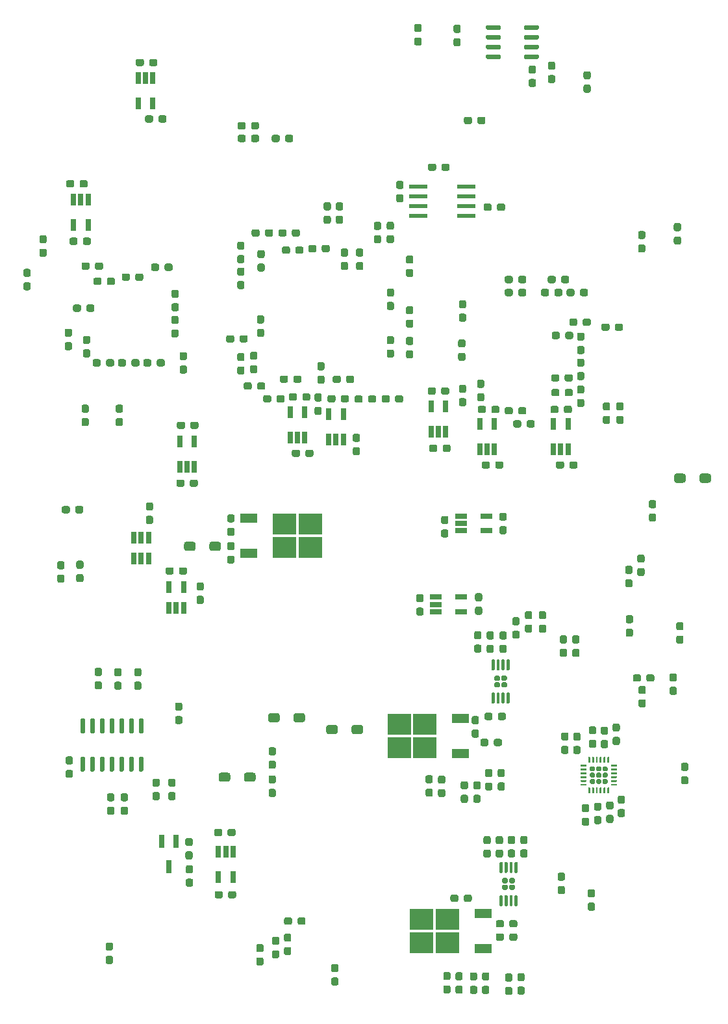
<source format=gbp>
%TF.GenerationSoftware,KiCad,Pcbnew,(5.1.6-0-10_14)*%
%TF.CreationDate,2020-09-13T15:42:19+09:00*%
%TF.ProjectId,ossc_board,6f737363-5f62-46f6-9172-642e6b696361,rev?*%
%TF.SameCoordinates,Original*%
%TF.FileFunction,Paste,Bot*%
%TF.FilePolarity,Positive*%
%FSLAX46Y46*%
G04 Gerber Fmt 4.6, Leading zero omitted, Abs format (unit mm)*
G04 Created by KiCad (PCBNEW (5.1.6-0-10_14)) date 2020-09-13 15:42:19*
%MOMM*%
%LPD*%
G01*
G04 APERTURE LIST*
%ADD10R,3.050000X2.750000*%
%ADD11R,2.200000X1.200000*%
%ADD12R,0.650000X1.560000*%
%ADD13R,0.800000X1.800000*%
%ADD14R,1.560000X0.650000*%
%ADD15R,2.350000X0.600000*%
G04 APERTURE END LIST*
%TO.C,D9*%
G36*
G01*
X80938800Y-125760200D02*
X80938800Y-126360200D01*
G75*
G02*
X80638800Y-126660200I-300000J0D01*
G01*
X79738800Y-126660200D01*
G75*
G02*
X79438800Y-126360200I0J300000D01*
G01*
X79438800Y-125760200D01*
G75*
G02*
X79738800Y-125460200I300000J0D01*
G01*
X80638800Y-125460200D01*
G75*
G02*
X80938800Y-125760200I0J-300000D01*
G01*
G37*
G36*
G01*
X84238800Y-125760200D02*
X84238800Y-126360200D01*
G75*
G02*
X83938800Y-126660200I-300000J0D01*
G01*
X83038800Y-126660200D01*
G75*
G02*
X82738800Y-126360200I0J300000D01*
G01*
X82738800Y-125760200D01*
G75*
G02*
X83038800Y-125460200I300000J0D01*
G01*
X83938800Y-125460200D01*
G75*
G02*
X84238800Y-125760200I0J-300000D01*
G01*
G37*
%TD*%
%TO.C,R14*%
G36*
G01*
X75686400Y-151240500D02*
X75686400Y-150765500D01*
G75*
G02*
X75923900Y-150528000I237500J0D01*
G01*
X76498900Y-150528000D01*
G75*
G02*
X76736400Y-150765500I0J-237500D01*
G01*
X76736400Y-151240500D01*
G75*
G02*
X76498900Y-151478000I-237500J0D01*
G01*
X75923900Y-151478000D01*
G75*
G02*
X75686400Y-151240500I0J237500D01*
G01*
G37*
G36*
G01*
X73936400Y-151240500D02*
X73936400Y-150765500D01*
G75*
G02*
X74173900Y-150528000I237500J0D01*
G01*
X74748900Y-150528000D01*
G75*
G02*
X74986400Y-150765500I0J-237500D01*
G01*
X74986400Y-151240500D01*
G75*
G02*
X74748900Y-151478000I-237500J0D01*
G01*
X74173900Y-151478000D01*
G75*
G02*
X73936400Y-151240500I0J237500D01*
G01*
G37*
%TD*%
%TO.C,R13*%
G36*
G01*
X70552300Y-155747200D02*
X71027300Y-155747200D01*
G75*
G02*
X71264800Y-155984700I0J-237500D01*
G01*
X71264800Y-156559700D01*
G75*
G02*
X71027300Y-156797200I-237500J0D01*
G01*
X70552300Y-156797200D01*
G75*
G02*
X70314800Y-156559700I0J237500D01*
G01*
X70314800Y-155984700D01*
G75*
G02*
X70552300Y-155747200I237500J0D01*
G01*
G37*
G36*
G01*
X70552300Y-153997200D02*
X71027300Y-153997200D01*
G75*
G02*
X71264800Y-154234700I0J-237500D01*
G01*
X71264800Y-154809700D01*
G75*
G02*
X71027300Y-155047200I-237500J0D01*
G01*
X70552300Y-155047200D01*
G75*
G02*
X70314800Y-154809700I0J237500D01*
G01*
X70314800Y-154234700D01*
G75*
G02*
X70552300Y-153997200I237500J0D01*
G01*
G37*
%TD*%
%TO.C,R49*%
G36*
G01*
X46705000Y-97671900D02*
X46705000Y-97196900D01*
G75*
G02*
X46942500Y-96959400I237500J0D01*
G01*
X47517500Y-96959400D01*
G75*
G02*
X47755000Y-97196900I0J-237500D01*
G01*
X47755000Y-97671900D01*
G75*
G02*
X47517500Y-97909400I-237500J0D01*
G01*
X46942500Y-97909400D01*
G75*
G02*
X46705000Y-97671900I0J237500D01*
G01*
G37*
G36*
G01*
X44955000Y-97671900D02*
X44955000Y-97196900D01*
G75*
G02*
X45192500Y-96959400I237500J0D01*
G01*
X45767500Y-96959400D01*
G75*
G02*
X46005000Y-97196900I0J-237500D01*
G01*
X46005000Y-97671900D01*
G75*
G02*
X45767500Y-97909400I-237500J0D01*
G01*
X45192500Y-97909400D01*
G75*
G02*
X44955000Y-97671900I0J237500D01*
G01*
G37*
%TD*%
%TO.C,FB10*%
G36*
G01*
X96732100Y-35337000D02*
X96257100Y-35337000D01*
G75*
G02*
X96019600Y-35099500I0J237500D01*
G01*
X96019600Y-34524500D01*
G75*
G02*
X96257100Y-34287000I237500J0D01*
G01*
X96732100Y-34287000D01*
G75*
G02*
X96969600Y-34524500I0J-237500D01*
G01*
X96969600Y-35099500D01*
G75*
G02*
X96732100Y-35337000I-237500J0D01*
G01*
G37*
G36*
G01*
X96732100Y-37087000D02*
X96257100Y-37087000D01*
G75*
G02*
X96019600Y-36849500I0J237500D01*
G01*
X96019600Y-36274500D01*
G75*
G02*
X96257100Y-36037000I237500J0D01*
G01*
X96732100Y-36037000D01*
G75*
G02*
X96969600Y-36274500I0J-237500D01*
G01*
X96969600Y-36849500D01*
G75*
G02*
X96732100Y-37087000I-237500J0D01*
G01*
G37*
%TD*%
%TO.C,C175*%
G36*
G01*
X91626700Y-35235400D02*
X91151700Y-35235400D01*
G75*
G02*
X90914200Y-34997900I0J237500D01*
G01*
X90914200Y-34422900D01*
G75*
G02*
X91151700Y-34185400I237500J0D01*
G01*
X91626700Y-34185400D01*
G75*
G02*
X91864200Y-34422900I0J-237500D01*
G01*
X91864200Y-34997900D01*
G75*
G02*
X91626700Y-35235400I-237500J0D01*
G01*
G37*
G36*
G01*
X91626700Y-36985400D02*
X91151700Y-36985400D01*
G75*
G02*
X90914200Y-36747900I0J237500D01*
G01*
X90914200Y-36172900D01*
G75*
G02*
X91151700Y-35935400I237500J0D01*
G01*
X91626700Y-35935400D01*
G75*
G02*
X91864200Y-36172900I0J-237500D01*
G01*
X91864200Y-36747900D01*
G75*
G02*
X91626700Y-36985400I-237500J0D01*
G01*
G37*
%TD*%
%TO.C,U32*%
G36*
G01*
X105208200Y-38605600D02*
X105208200Y-38305600D01*
G75*
G02*
X105358200Y-38155600I150000J0D01*
G01*
X107008200Y-38155600D01*
G75*
G02*
X107158200Y-38305600I0J-150000D01*
G01*
X107158200Y-38605600D01*
G75*
G02*
X107008200Y-38755600I-150000J0D01*
G01*
X105358200Y-38755600D01*
G75*
G02*
X105208200Y-38605600I0J150000D01*
G01*
G37*
G36*
G01*
X105208200Y-37335600D02*
X105208200Y-37035600D01*
G75*
G02*
X105358200Y-36885600I150000J0D01*
G01*
X107008200Y-36885600D01*
G75*
G02*
X107158200Y-37035600I0J-150000D01*
G01*
X107158200Y-37335600D01*
G75*
G02*
X107008200Y-37485600I-150000J0D01*
G01*
X105358200Y-37485600D01*
G75*
G02*
X105208200Y-37335600I0J150000D01*
G01*
G37*
G36*
G01*
X105208200Y-36065600D02*
X105208200Y-35765600D01*
G75*
G02*
X105358200Y-35615600I150000J0D01*
G01*
X107008200Y-35615600D01*
G75*
G02*
X107158200Y-35765600I0J-150000D01*
G01*
X107158200Y-36065600D01*
G75*
G02*
X107008200Y-36215600I-150000J0D01*
G01*
X105358200Y-36215600D01*
G75*
G02*
X105208200Y-36065600I0J150000D01*
G01*
G37*
G36*
G01*
X105208200Y-34795600D02*
X105208200Y-34495600D01*
G75*
G02*
X105358200Y-34345600I150000J0D01*
G01*
X107008200Y-34345600D01*
G75*
G02*
X107158200Y-34495600I0J-150000D01*
G01*
X107158200Y-34795600D01*
G75*
G02*
X107008200Y-34945600I-150000J0D01*
G01*
X105358200Y-34945600D01*
G75*
G02*
X105208200Y-34795600I0J150000D01*
G01*
G37*
G36*
G01*
X100258200Y-34795600D02*
X100258200Y-34495600D01*
G75*
G02*
X100408200Y-34345600I150000J0D01*
G01*
X102058200Y-34345600D01*
G75*
G02*
X102208200Y-34495600I0J-150000D01*
G01*
X102208200Y-34795600D01*
G75*
G02*
X102058200Y-34945600I-150000J0D01*
G01*
X100408200Y-34945600D01*
G75*
G02*
X100258200Y-34795600I0J150000D01*
G01*
G37*
G36*
G01*
X100258200Y-36065600D02*
X100258200Y-35765600D01*
G75*
G02*
X100408200Y-35615600I150000J0D01*
G01*
X102058200Y-35615600D01*
G75*
G02*
X102208200Y-35765600I0J-150000D01*
G01*
X102208200Y-36065600D01*
G75*
G02*
X102058200Y-36215600I-150000J0D01*
G01*
X100408200Y-36215600D01*
G75*
G02*
X100258200Y-36065600I0J150000D01*
G01*
G37*
G36*
G01*
X100258200Y-37335600D02*
X100258200Y-37035600D01*
G75*
G02*
X100408200Y-36885600I150000J0D01*
G01*
X102058200Y-36885600D01*
G75*
G02*
X102208200Y-37035600I0J-150000D01*
G01*
X102208200Y-37335600D01*
G75*
G02*
X102058200Y-37485600I-150000J0D01*
G01*
X100408200Y-37485600D01*
G75*
G02*
X100258200Y-37335600I0J150000D01*
G01*
G37*
G36*
G01*
X100258200Y-38605600D02*
X100258200Y-38305600D01*
G75*
G02*
X100408200Y-38155600I150000J0D01*
G01*
X102058200Y-38155600D01*
G75*
G02*
X102208200Y-38305600I0J-150000D01*
G01*
X102208200Y-38605600D01*
G75*
G02*
X102058200Y-38755600I-150000J0D01*
G01*
X100408200Y-38755600D01*
G75*
G02*
X100258200Y-38605600I0J150000D01*
G01*
G37*
%TD*%
%TO.C,R48*%
G36*
G01*
X113198900Y-42082200D02*
X113673900Y-42082200D01*
G75*
G02*
X113911400Y-42319700I0J-237500D01*
G01*
X113911400Y-42894700D01*
G75*
G02*
X113673900Y-43132200I-237500J0D01*
G01*
X113198900Y-43132200D01*
G75*
G02*
X112961400Y-42894700I0J237500D01*
G01*
X112961400Y-42319700D01*
G75*
G02*
X113198900Y-42082200I237500J0D01*
G01*
G37*
G36*
G01*
X113198900Y-40332200D02*
X113673900Y-40332200D01*
G75*
G02*
X113911400Y-40569700I0J-237500D01*
G01*
X113911400Y-41144700D01*
G75*
G02*
X113673900Y-41382200I-237500J0D01*
G01*
X113198900Y-41382200D01*
G75*
G02*
X112961400Y-41144700I0J237500D01*
G01*
X112961400Y-40569700D01*
G75*
G02*
X113198900Y-40332200I237500J0D01*
G01*
G37*
%TD*%
%TO.C,R47*%
G36*
G01*
X108576100Y-40837600D02*
X109051100Y-40837600D01*
G75*
G02*
X109288600Y-41075100I0J-237500D01*
G01*
X109288600Y-41650100D01*
G75*
G02*
X109051100Y-41887600I-237500J0D01*
G01*
X108576100Y-41887600D01*
G75*
G02*
X108338600Y-41650100I0J237500D01*
G01*
X108338600Y-41075100D01*
G75*
G02*
X108576100Y-40837600I237500J0D01*
G01*
G37*
G36*
G01*
X108576100Y-39087600D02*
X109051100Y-39087600D01*
G75*
G02*
X109288600Y-39325100I0J-237500D01*
G01*
X109288600Y-39900100D01*
G75*
G02*
X109051100Y-40137600I-237500J0D01*
G01*
X108576100Y-40137600D01*
G75*
G02*
X108338600Y-39900100I0J237500D01*
G01*
X108338600Y-39325100D01*
G75*
G02*
X108576100Y-39087600I237500J0D01*
G01*
G37*
%TD*%
%TO.C,C174*%
G36*
G01*
X106061500Y-41345600D02*
X106536500Y-41345600D01*
G75*
G02*
X106774000Y-41583100I0J-237500D01*
G01*
X106774000Y-42158100D01*
G75*
G02*
X106536500Y-42395600I-237500J0D01*
G01*
X106061500Y-42395600D01*
G75*
G02*
X105824000Y-42158100I0J237500D01*
G01*
X105824000Y-41583100D01*
G75*
G02*
X106061500Y-41345600I237500J0D01*
G01*
G37*
G36*
G01*
X106061500Y-39595600D02*
X106536500Y-39595600D01*
G75*
G02*
X106774000Y-39833100I0J-237500D01*
G01*
X106774000Y-40408100D01*
G75*
G02*
X106536500Y-40645600I-237500J0D01*
G01*
X106061500Y-40645600D01*
G75*
G02*
X105824000Y-40408100I0J237500D01*
G01*
X105824000Y-39833100D01*
G75*
G02*
X106061500Y-39595600I237500J0D01*
G01*
G37*
%TD*%
%TO.C,U31*%
G36*
G01*
X101083800Y-121261800D02*
X101283800Y-121261800D01*
G75*
G02*
X101383800Y-121361800I0J-100000D01*
G01*
X101383800Y-122586800D01*
G75*
G02*
X101283800Y-122686800I-100000J0D01*
G01*
X101083800Y-122686800D01*
G75*
G02*
X100983800Y-122586800I0J100000D01*
G01*
X100983800Y-121361800D01*
G75*
G02*
X101083800Y-121261800I100000J0D01*
G01*
G37*
G36*
G01*
X101733800Y-121261800D02*
X101933800Y-121261800D01*
G75*
G02*
X102033800Y-121361800I0J-100000D01*
G01*
X102033800Y-122586800D01*
G75*
G02*
X101933800Y-122686800I-100000J0D01*
G01*
X101733800Y-122686800D01*
G75*
G02*
X101633800Y-122586800I0J100000D01*
G01*
X101633800Y-121361800D01*
G75*
G02*
X101733800Y-121261800I100000J0D01*
G01*
G37*
G36*
G01*
X102383800Y-121261800D02*
X102583800Y-121261800D01*
G75*
G02*
X102683800Y-121361800I0J-100000D01*
G01*
X102683800Y-122586800D01*
G75*
G02*
X102583800Y-122686800I-100000J0D01*
G01*
X102383800Y-122686800D01*
G75*
G02*
X102283800Y-122586800I0J100000D01*
G01*
X102283800Y-121361800D01*
G75*
G02*
X102383800Y-121261800I100000J0D01*
G01*
G37*
G36*
G01*
X103033800Y-121261800D02*
X103233800Y-121261800D01*
G75*
G02*
X103333800Y-121361800I0J-100000D01*
G01*
X103333800Y-122586800D01*
G75*
G02*
X103233800Y-122686800I-100000J0D01*
G01*
X103033800Y-122686800D01*
G75*
G02*
X102933800Y-122586800I0J100000D01*
G01*
X102933800Y-121361800D01*
G75*
G02*
X103033800Y-121261800I100000J0D01*
G01*
G37*
G36*
G01*
X103033800Y-116936800D02*
X103233800Y-116936800D01*
G75*
G02*
X103333800Y-117036800I0J-100000D01*
G01*
X103333800Y-118261800D01*
G75*
G02*
X103233800Y-118361800I-100000J0D01*
G01*
X103033800Y-118361800D01*
G75*
G02*
X102933800Y-118261800I0J100000D01*
G01*
X102933800Y-117036800D01*
G75*
G02*
X103033800Y-116936800I100000J0D01*
G01*
G37*
G36*
G01*
X102383800Y-116936800D02*
X102583800Y-116936800D01*
G75*
G02*
X102683800Y-117036800I0J-100000D01*
G01*
X102683800Y-118261800D01*
G75*
G02*
X102583800Y-118361800I-100000J0D01*
G01*
X102383800Y-118361800D01*
G75*
G02*
X102283800Y-118261800I0J100000D01*
G01*
X102283800Y-117036800D01*
G75*
G02*
X102383800Y-116936800I100000J0D01*
G01*
G37*
G36*
G01*
X101733800Y-116936800D02*
X101933800Y-116936800D01*
G75*
G02*
X102033800Y-117036800I0J-100000D01*
G01*
X102033800Y-118261800D01*
G75*
G02*
X101933800Y-118361800I-100000J0D01*
G01*
X101733800Y-118361800D01*
G75*
G02*
X101633800Y-118261800I0J100000D01*
G01*
X101633800Y-117036800D01*
G75*
G02*
X101733800Y-116936800I100000J0D01*
G01*
G37*
G36*
G01*
X101083800Y-116936800D02*
X101283800Y-116936800D01*
G75*
G02*
X101383800Y-117036800I0J-100000D01*
G01*
X101383800Y-118261800D01*
G75*
G02*
X101283800Y-118361800I-100000J0D01*
G01*
X101083800Y-118361800D01*
G75*
G02*
X100983800Y-118261800I0J100000D01*
G01*
X100983800Y-117036800D01*
G75*
G02*
X101083800Y-116936800I100000J0D01*
G01*
G37*
G36*
G01*
X102418800Y-119891800D02*
X102818800Y-119891800D01*
G75*
G02*
X102993800Y-120066800I0J-175000D01*
G01*
X102993800Y-120416800D01*
G75*
G02*
X102818800Y-120591800I-175000J0D01*
G01*
X102418800Y-120591800D01*
G75*
G02*
X102243800Y-120416800I0J175000D01*
G01*
X102243800Y-120066800D01*
G75*
G02*
X102418800Y-119891800I175000J0D01*
G01*
G37*
G36*
G01*
X101498800Y-119891800D02*
X101898800Y-119891800D01*
G75*
G02*
X102073800Y-120066800I0J-175000D01*
G01*
X102073800Y-120416800D01*
G75*
G02*
X101898800Y-120591800I-175000J0D01*
G01*
X101498800Y-120591800D01*
G75*
G02*
X101323800Y-120416800I0J175000D01*
G01*
X101323800Y-120066800D01*
G75*
G02*
X101498800Y-119891800I175000J0D01*
G01*
G37*
G36*
G01*
X102418800Y-119031800D02*
X102818800Y-119031800D01*
G75*
G02*
X102993800Y-119206800I0J-175000D01*
G01*
X102993800Y-119556800D01*
G75*
G02*
X102818800Y-119731800I-175000J0D01*
G01*
X102418800Y-119731800D01*
G75*
G02*
X102243800Y-119556800I0J175000D01*
G01*
X102243800Y-119206800D01*
G75*
G02*
X102418800Y-119031800I175000J0D01*
G01*
G37*
G36*
G01*
X101498800Y-119031800D02*
X101898800Y-119031800D01*
G75*
G02*
X102073800Y-119206800I0J-175000D01*
G01*
X102073800Y-119556800D01*
G75*
G02*
X101898800Y-119731800I-175000J0D01*
G01*
X101498800Y-119731800D01*
G75*
G02*
X101323800Y-119556800I0J175000D01*
G01*
X101323800Y-119206800D01*
G75*
G02*
X101498800Y-119031800I175000J0D01*
G01*
G37*
%TD*%
%TO.C,U29*%
G36*
G01*
X102125200Y-147627000D02*
X102325200Y-147627000D01*
G75*
G02*
X102425200Y-147727000I0J-100000D01*
G01*
X102425200Y-148952000D01*
G75*
G02*
X102325200Y-149052000I-100000J0D01*
G01*
X102125200Y-149052000D01*
G75*
G02*
X102025200Y-148952000I0J100000D01*
G01*
X102025200Y-147727000D01*
G75*
G02*
X102125200Y-147627000I100000J0D01*
G01*
G37*
G36*
G01*
X102775200Y-147627000D02*
X102975200Y-147627000D01*
G75*
G02*
X103075200Y-147727000I0J-100000D01*
G01*
X103075200Y-148952000D01*
G75*
G02*
X102975200Y-149052000I-100000J0D01*
G01*
X102775200Y-149052000D01*
G75*
G02*
X102675200Y-148952000I0J100000D01*
G01*
X102675200Y-147727000D01*
G75*
G02*
X102775200Y-147627000I100000J0D01*
G01*
G37*
G36*
G01*
X103425200Y-147627000D02*
X103625200Y-147627000D01*
G75*
G02*
X103725200Y-147727000I0J-100000D01*
G01*
X103725200Y-148952000D01*
G75*
G02*
X103625200Y-149052000I-100000J0D01*
G01*
X103425200Y-149052000D01*
G75*
G02*
X103325200Y-148952000I0J100000D01*
G01*
X103325200Y-147727000D01*
G75*
G02*
X103425200Y-147627000I100000J0D01*
G01*
G37*
G36*
G01*
X104075200Y-147627000D02*
X104275200Y-147627000D01*
G75*
G02*
X104375200Y-147727000I0J-100000D01*
G01*
X104375200Y-148952000D01*
G75*
G02*
X104275200Y-149052000I-100000J0D01*
G01*
X104075200Y-149052000D01*
G75*
G02*
X103975200Y-148952000I0J100000D01*
G01*
X103975200Y-147727000D01*
G75*
G02*
X104075200Y-147627000I100000J0D01*
G01*
G37*
G36*
G01*
X104075200Y-143302000D02*
X104275200Y-143302000D01*
G75*
G02*
X104375200Y-143402000I0J-100000D01*
G01*
X104375200Y-144627000D01*
G75*
G02*
X104275200Y-144727000I-100000J0D01*
G01*
X104075200Y-144727000D01*
G75*
G02*
X103975200Y-144627000I0J100000D01*
G01*
X103975200Y-143402000D01*
G75*
G02*
X104075200Y-143302000I100000J0D01*
G01*
G37*
G36*
G01*
X103425200Y-143302000D02*
X103625200Y-143302000D01*
G75*
G02*
X103725200Y-143402000I0J-100000D01*
G01*
X103725200Y-144627000D01*
G75*
G02*
X103625200Y-144727000I-100000J0D01*
G01*
X103425200Y-144727000D01*
G75*
G02*
X103325200Y-144627000I0J100000D01*
G01*
X103325200Y-143402000D01*
G75*
G02*
X103425200Y-143302000I100000J0D01*
G01*
G37*
G36*
G01*
X102775200Y-143302000D02*
X102975200Y-143302000D01*
G75*
G02*
X103075200Y-143402000I0J-100000D01*
G01*
X103075200Y-144627000D01*
G75*
G02*
X102975200Y-144727000I-100000J0D01*
G01*
X102775200Y-144727000D01*
G75*
G02*
X102675200Y-144627000I0J100000D01*
G01*
X102675200Y-143402000D01*
G75*
G02*
X102775200Y-143302000I100000J0D01*
G01*
G37*
G36*
G01*
X102125200Y-143302000D02*
X102325200Y-143302000D01*
G75*
G02*
X102425200Y-143402000I0J-100000D01*
G01*
X102425200Y-144627000D01*
G75*
G02*
X102325200Y-144727000I-100000J0D01*
G01*
X102125200Y-144727000D01*
G75*
G02*
X102025200Y-144627000I0J100000D01*
G01*
X102025200Y-143402000D01*
G75*
G02*
X102125200Y-143302000I100000J0D01*
G01*
G37*
G36*
G01*
X103460200Y-146257000D02*
X103860200Y-146257000D01*
G75*
G02*
X104035200Y-146432000I0J-175000D01*
G01*
X104035200Y-146782000D01*
G75*
G02*
X103860200Y-146957000I-175000J0D01*
G01*
X103460200Y-146957000D01*
G75*
G02*
X103285200Y-146782000I0J175000D01*
G01*
X103285200Y-146432000D01*
G75*
G02*
X103460200Y-146257000I175000J0D01*
G01*
G37*
G36*
G01*
X102540200Y-146257000D02*
X102940200Y-146257000D01*
G75*
G02*
X103115200Y-146432000I0J-175000D01*
G01*
X103115200Y-146782000D01*
G75*
G02*
X102940200Y-146957000I-175000J0D01*
G01*
X102540200Y-146957000D01*
G75*
G02*
X102365200Y-146782000I0J175000D01*
G01*
X102365200Y-146432000D01*
G75*
G02*
X102540200Y-146257000I175000J0D01*
G01*
G37*
G36*
G01*
X103460200Y-145397000D02*
X103860200Y-145397000D01*
G75*
G02*
X104035200Y-145572000I0J-175000D01*
G01*
X104035200Y-145922000D01*
G75*
G02*
X103860200Y-146097000I-175000J0D01*
G01*
X103460200Y-146097000D01*
G75*
G02*
X103285200Y-145922000I0J175000D01*
G01*
X103285200Y-145572000D01*
G75*
G02*
X103460200Y-145397000I175000J0D01*
G01*
G37*
G36*
G01*
X102540200Y-145397000D02*
X102940200Y-145397000D01*
G75*
G02*
X103115200Y-145572000I0J-175000D01*
G01*
X103115200Y-145922000D01*
G75*
G02*
X102940200Y-146097000I-175000J0D01*
G01*
X102540200Y-146097000D01*
G75*
G02*
X102365200Y-145922000I0J175000D01*
G01*
X102365200Y-145572000D01*
G75*
G02*
X102540200Y-145397000I175000J0D01*
G01*
G37*
%TD*%
%TO.C,D8*%
G36*
G01*
X66918000Y-131970500D02*
X66918000Y-132570500D01*
G75*
G02*
X66618000Y-132870500I-300000J0D01*
G01*
X65718000Y-132870500D01*
G75*
G02*
X65418000Y-132570500I0J300000D01*
G01*
X65418000Y-131970500D01*
G75*
G02*
X65718000Y-131670500I300000J0D01*
G01*
X66618000Y-131670500D01*
G75*
G02*
X66918000Y-131970500I0J-300000D01*
G01*
G37*
G36*
G01*
X70218000Y-131970500D02*
X70218000Y-132570500D01*
G75*
G02*
X69918000Y-132870500I-300000J0D01*
G01*
X69018000Y-132870500D01*
G75*
G02*
X68718000Y-132570500I0J300000D01*
G01*
X68718000Y-131970500D01*
G75*
G02*
X69018000Y-131670500I300000J0D01*
G01*
X69918000Y-131670500D01*
G75*
G02*
X70218000Y-131970500I0J-300000D01*
G01*
G37*
%TD*%
%TO.C,D5*%
G36*
G01*
X73356900Y-124223500D02*
X73356900Y-124823500D01*
G75*
G02*
X73056900Y-125123500I-300000J0D01*
G01*
X72156900Y-125123500D01*
G75*
G02*
X71856900Y-124823500I0J300000D01*
G01*
X71856900Y-124223500D01*
G75*
G02*
X72156900Y-123923500I300000J0D01*
G01*
X73056900Y-123923500D01*
G75*
G02*
X73356900Y-124223500I0J-300000D01*
G01*
G37*
G36*
G01*
X76656900Y-124223500D02*
X76656900Y-124823500D01*
G75*
G02*
X76356900Y-125123500I-300000J0D01*
G01*
X75456900Y-125123500D01*
G75*
G02*
X75156900Y-124823500I0J300000D01*
G01*
X75156900Y-124223500D01*
G75*
G02*
X75456900Y-123923500I300000J0D01*
G01*
X76356900Y-123923500D01*
G75*
G02*
X76656900Y-124223500I0J-300000D01*
G01*
G37*
%TD*%
%TO.C,D4*%
G36*
G01*
X62396800Y-101909600D02*
X62396800Y-102509600D01*
G75*
G02*
X62096800Y-102809600I-300000J0D01*
G01*
X61196800Y-102809600D01*
G75*
G02*
X60896800Y-102509600I0J300000D01*
G01*
X60896800Y-101909600D01*
G75*
G02*
X61196800Y-101609600I300000J0D01*
G01*
X62096800Y-101609600D01*
G75*
G02*
X62396800Y-101909600I0J-300000D01*
G01*
G37*
G36*
G01*
X65696800Y-101909600D02*
X65696800Y-102509600D01*
G75*
G02*
X65396800Y-102809600I-300000J0D01*
G01*
X64496800Y-102809600D01*
G75*
G02*
X64196800Y-102509600I0J300000D01*
G01*
X64196800Y-101909600D01*
G75*
G02*
X64496800Y-101609600I300000J0D01*
G01*
X65396800Y-101609600D01*
G75*
G02*
X65696800Y-101909600I0J-300000D01*
G01*
G37*
%TD*%
%TO.C,D3*%
G36*
G01*
X126290500Y-93032300D02*
X126290500Y-93632300D01*
G75*
G02*
X125990500Y-93932300I-300000J0D01*
G01*
X125090500Y-93932300D01*
G75*
G02*
X124790500Y-93632300I0J300000D01*
G01*
X124790500Y-93032300D01*
G75*
G02*
X125090500Y-92732300I300000J0D01*
G01*
X125990500Y-92732300D01*
G75*
G02*
X126290500Y-93032300I0J-300000D01*
G01*
G37*
G36*
G01*
X129590500Y-93032300D02*
X129590500Y-93632300D01*
G75*
G02*
X129290500Y-93932300I-300000J0D01*
G01*
X128390500Y-93932300D01*
G75*
G02*
X128090500Y-93632300I0J300000D01*
G01*
X128090500Y-93032300D01*
G75*
G02*
X128390500Y-92732300I300000J0D01*
G01*
X129290500Y-92732300D01*
G75*
G02*
X129590500Y-93032300I0J-300000D01*
G01*
G37*
%TD*%
D10*
%TO.C,U30*%
X92310400Y-128398000D03*
X88960400Y-125348000D03*
X92310400Y-125348000D03*
X88960400Y-128398000D03*
D11*
X96935400Y-129153000D03*
X96935400Y-124593000D03*
%TD*%
D10*
%TO.C,U28*%
X95231400Y-153798000D03*
X91881400Y-150748000D03*
X95231400Y-150748000D03*
X91881400Y-153798000D03*
D11*
X99856400Y-154553000D03*
X99856400Y-149993000D03*
%TD*%
D10*
%TO.C,U5*%
X73983400Y-99313000D03*
X77333400Y-102363000D03*
X73983400Y-102363000D03*
X77333400Y-99313000D03*
D11*
X69358400Y-98558000D03*
X69358400Y-103118000D03*
%TD*%
%TO.C,R44*%
G36*
G01*
X102251500Y-115031000D02*
X102726500Y-115031000D01*
G75*
G02*
X102964000Y-115268500I0J-237500D01*
G01*
X102964000Y-115843500D01*
G75*
G02*
X102726500Y-116081000I-237500J0D01*
G01*
X102251500Y-116081000D01*
G75*
G02*
X102014000Y-115843500I0J237500D01*
G01*
X102014000Y-115268500D01*
G75*
G02*
X102251500Y-115031000I237500J0D01*
G01*
G37*
G36*
G01*
X102251500Y-113281000D02*
X102726500Y-113281000D01*
G75*
G02*
X102964000Y-113518500I0J-237500D01*
G01*
X102964000Y-114093500D01*
G75*
G02*
X102726500Y-114331000I-237500J0D01*
G01*
X102251500Y-114331000D01*
G75*
G02*
X102014000Y-114093500I0J237500D01*
G01*
X102014000Y-113518500D01*
G75*
G02*
X102251500Y-113281000I237500J0D01*
G01*
G37*
%TD*%
%TO.C,R43*%
G36*
G01*
X103927900Y-113189500D02*
X104402900Y-113189500D01*
G75*
G02*
X104640400Y-113427000I0J-237500D01*
G01*
X104640400Y-114002000D01*
G75*
G02*
X104402900Y-114239500I-237500J0D01*
G01*
X103927900Y-114239500D01*
G75*
G02*
X103690400Y-114002000I0J237500D01*
G01*
X103690400Y-113427000D01*
G75*
G02*
X103927900Y-113189500I237500J0D01*
G01*
G37*
G36*
G01*
X103927900Y-111439500D02*
X104402900Y-111439500D01*
G75*
G02*
X104640400Y-111677000I0J-237500D01*
G01*
X104640400Y-112252000D01*
G75*
G02*
X104402900Y-112489500I-237500J0D01*
G01*
X103927900Y-112489500D01*
G75*
G02*
X103690400Y-112252000I0J237500D01*
G01*
X103690400Y-111677000D01*
G75*
G02*
X103927900Y-111439500I237500J0D01*
G01*
G37*
%TD*%
%TO.C,R40*%
G36*
G01*
X103343700Y-141675600D02*
X103818700Y-141675600D01*
G75*
G02*
X104056200Y-141913100I0J-237500D01*
G01*
X104056200Y-142488100D01*
G75*
G02*
X103818700Y-142725600I-237500J0D01*
G01*
X103343700Y-142725600D01*
G75*
G02*
X103106200Y-142488100I0J237500D01*
G01*
X103106200Y-141913100D01*
G75*
G02*
X103343700Y-141675600I237500J0D01*
G01*
G37*
G36*
G01*
X103343700Y-139925600D02*
X103818700Y-139925600D01*
G75*
G02*
X104056200Y-140163100I0J-237500D01*
G01*
X104056200Y-140738100D01*
G75*
G02*
X103818700Y-140975600I-237500J0D01*
G01*
X103343700Y-140975600D01*
G75*
G02*
X103106200Y-140738100I0J237500D01*
G01*
X103106200Y-140163100D01*
G75*
G02*
X103343700Y-139925600I237500J0D01*
G01*
G37*
%TD*%
%TO.C,R39*%
G36*
G01*
X104969300Y-141675600D02*
X105444300Y-141675600D01*
G75*
G02*
X105681800Y-141913100I0J-237500D01*
G01*
X105681800Y-142488100D01*
G75*
G02*
X105444300Y-142725600I-237500J0D01*
G01*
X104969300Y-142725600D01*
G75*
G02*
X104731800Y-142488100I0J237500D01*
G01*
X104731800Y-141913100D01*
G75*
G02*
X104969300Y-141675600I237500J0D01*
G01*
G37*
G36*
G01*
X104969300Y-139925600D02*
X105444300Y-139925600D01*
G75*
G02*
X105681800Y-140163100I0J-237500D01*
G01*
X105681800Y-140738100D01*
G75*
G02*
X105444300Y-140975600I-237500J0D01*
G01*
X104969300Y-140975600D01*
G75*
G02*
X104731800Y-140738100I0J237500D01*
G01*
X104731800Y-140163100D01*
G75*
G02*
X104969300Y-139925600I237500J0D01*
G01*
G37*
%TD*%
%TO.C,C171*%
G36*
G01*
X98847900Y-134558520D02*
X99322900Y-134558520D01*
G75*
G02*
X99560400Y-134796020I0J-237500D01*
G01*
X99560400Y-135371020D01*
G75*
G02*
X99322900Y-135608520I-237500J0D01*
G01*
X98847900Y-135608520D01*
G75*
G02*
X98610400Y-135371020I0J237500D01*
G01*
X98610400Y-134796020D01*
G75*
G02*
X98847900Y-134558520I237500J0D01*
G01*
G37*
G36*
G01*
X98847900Y-132808520D02*
X99322900Y-132808520D01*
G75*
G02*
X99560400Y-133046020I0J-237500D01*
G01*
X99560400Y-133621020D01*
G75*
G02*
X99322900Y-133858520I-237500J0D01*
G01*
X98847900Y-133858520D01*
G75*
G02*
X98610400Y-133621020I0J237500D01*
G01*
X98610400Y-133046020D01*
G75*
G02*
X98847900Y-132808520I237500J0D01*
G01*
G37*
%TD*%
%TO.C,C170*%
G36*
G01*
X98949500Y-115005600D02*
X99424500Y-115005600D01*
G75*
G02*
X99662000Y-115243100I0J-237500D01*
G01*
X99662000Y-115818100D01*
G75*
G02*
X99424500Y-116055600I-237500J0D01*
G01*
X98949500Y-116055600D01*
G75*
G02*
X98712000Y-115818100I0J237500D01*
G01*
X98712000Y-115243100D01*
G75*
G02*
X98949500Y-115005600I237500J0D01*
G01*
G37*
G36*
G01*
X98949500Y-113255600D02*
X99424500Y-113255600D01*
G75*
G02*
X99662000Y-113493100I0J-237500D01*
G01*
X99662000Y-114068100D01*
G75*
G02*
X99424500Y-114305600I-237500J0D01*
G01*
X98949500Y-114305600D01*
G75*
G02*
X98712000Y-114068100I0J237500D01*
G01*
X98712000Y-113493100D01*
G75*
G02*
X98949500Y-113255600I237500J0D01*
G01*
G37*
%TD*%
%TO.C,C169*%
G36*
G01*
X97676980Y-133858520D02*
X97201980Y-133858520D01*
G75*
G02*
X96964480Y-133621020I0J237500D01*
G01*
X96964480Y-133046020D01*
G75*
G02*
X97201980Y-132808520I237500J0D01*
G01*
X97676980Y-132808520D01*
G75*
G02*
X97914480Y-133046020I0J-237500D01*
G01*
X97914480Y-133621020D01*
G75*
G02*
X97676980Y-133858520I-237500J0D01*
G01*
G37*
G36*
G01*
X97676980Y-135608520D02*
X97201980Y-135608520D01*
G75*
G02*
X96964480Y-135371020I0J237500D01*
G01*
X96964480Y-134796020D01*
G75*
G02*
X97201980Y-134558520I237500J0D01*
G01*
X97676980Y-134558520D01*
G75*
G02*
X97914480Y-134796020I0J-237500D01*
G01*
X97914480Y-135371020D01*
G75*
G02*
X97676980Y-135608520I-237500J0D01*
G01*
G37*
%TD*%
%TO.C,C168*%
G36*
G01*
X94237800Y-133814300D02*
X94712800Y-133814300D01*
G75*
G02*
X94950300Y-134051800I0J-237500D01*
G01*
X94950300Y-134626800D01*
G75*
G02*
X94712800Y-134864300I-237500J0D01*
G01*
X94237800Y-134864300D01*
G75*
G02*
X94000300Y-134626800I0J237500D01*
G01*
X94000300Y-134051800D01*
G75*
G02*
X94237800Y-133814300I237500J0D01*
G01*
G37*
G36*
G01*
X94237800Y-132064300D02*
X94712800Y-132064300D01*
G75*
G02*
X94950300Y-132301800I0J-237500D01*
G01*
X94950300Y-132876800D01*
G75*
G02*
X94712800Y-133114300I-237500J0D01*
G01*
X94237800Y-133114300D01*
G75*
G02*
X94000300Y-132876800I0J237500D01*
G01*
X94000300Y-132301800D01*
G75*
G02*
X94237800Y-132064300I237500J0D01*
G01*
G37*
%TD*%
%TO.C,C167*%
G36*
G01*
X92612200Y-133763500D02*
X93087200Y-133763500D01*
G75*
G02*
X93324700Y-134001000I0J-237500D01*
G01*
X93324700Y-134576000D01*
G75*
G02*
X93087200Y-134813500I-237500J0D01*
G01*
X92612200Y-134813500D01*
G75*
G02*
X92374700Y-134576000I0J237500D01*
G01*
X92374700Y-134001000D01*
G75*
G02*
X92612200Y-133763500I237500J0D01*
G01*
G37*
G36*
G01*
X92612200Y-132013500D02*
X93087200Y-132013500D01*
G75*
G02*
X93324700Y-132251000I0J-237500D01*
G01*
X93324700Y-132826000D01*
G75*
G02*
X93087200Y-133063500I-237500J0D01*
G01*
X92612200Y-133063500D01*
G75*
G02*
X92374700Y-132826000I0J237500D01*
G01*
X92374700Y-132251000D01*
G75*
G02*
X92612200Y-132013500I237500J0D01*
G01*
G37*
%TD*%
%TO.C,C166*%
G36*
G01*
X100575100Y-115031000D02*
X101050100Y-115031000D01*
G75*
G02*
X101287600Y-115268500I0J-237500D01*
G01*
X101287600Y-115843500D01*
G75*
G02*
X101050100Y-116081000I-237500J0D01*
G01*
X100575100Y-116081000D01*
G75*
G02*
X100337600Y-115843500I0J237500D01*
G01*
X100337600Y-115268500D01*
G75*
G02*
X100575100Y-115031000I237500J0D01*
G01*
G37*
G36*
G01*
X100575100Y-113281000D02*
X101050100Y-113281000D01*
G75*
G02*
X101287600Y-113518500I0J-237500D01*
G01*
X101287600Y-114093500D01*
G75*
G02*
X101050100Y-114331000I-237500J0D01*
G01*
X100575100Y-114331000D01*
G75*
G02*
X100337600Y-114093500I0J237500D01*
G01*
X100337600Y-113518500D01*
G75*
G02*
X100575100Y-113281000I237500J0D01*
G01*
G37*
%TD*%
%TO.C,C165*%
G36*
G01*
X102487740Y-132253240D02*
X102012740Y-132253240D01*
G75*
G02*
X101775240Y-132015740I0J237500D01*
G01*
X101775240Y-131440740D01*
G75*
G02*
X102012740Y-131203240I237500J0D01*
G01*
X102487740Y-131203240D01*
G75*
G02*
X102725240Y-131440740I0J-237500D01*
G01*
X102725240Y-132015740D01*
G75*
G02*
X102487740Y-132253240I-237500J0D01*
G01*
G37*
G36*
G01*
X102487740Y-134003240D02*
X102012740Y-134003240D01*
G75*
G02*
X101775240Y-133765740I0J237500D01*
G01*
X101775240Y-133190740D01*
G75*
G02*
X102012740Y-132953240I237500J0D01*
G01*
X102487740Y-132953240D01*
G75*
G02*
X102725240Y-133190740I0J-237500D01*
G01*
X102725240Y-133765740D01*
G75*
G02*
X102487740Y-134003240I-237500J0D01*
G01*
G37*
%TD*%
%TO.C,C164*%
G36*
G01*
X100854520Y-132255780D02*
X100379520Y-132255780D01*
G75*
G02*
X100142020Y-132018280I0J237500D01*
G01*
X100142020Y-131443280D01*
G75*
G02*
X100379520Y-131205780I237500J0D01*
G01*
X100854520Y-131205780D01*
G75*
G02*
X101092020Y-131443280I0J-237500D01*
G01*
X101092020Y-132018280D01*
G75*
G02*
X100854520Y-132255780I-237500J0D01*
G01*
G37*
G36*
G01*
X100854520Y-134005780D02*
X100379520Y-134005780D01*
G75*
G02*
X100142020Y-133768280I0J237500D01*
G01*
X100142020Y-133193280D01*
G75*
G02*
X100379520Y-132955780I237500J0D01*
G01*
X100854520Y-132955780D01*
G75*
G02*
X101092020Y-133193280I0J-237500D01*
G01*
X101092020Y-133768280D01*
G75*
G02*
X100854520Y-134005780I-237500J0D01*
G01*
G37*
%TD*%
%TO.C,C163*%
G36*
G01*
X105566200Y-112399560D02*
X106041200Y-112399560D01*
G75*
G02*
X106278700Y-112637060I0J-237500D01*
G01*
X106278700Y-113212060D01*
G75*
G02*
X106041200Y-113449560I-237500J0D01*
G01*
X105566200Y-113449560D01*
G75*
G02*
X105328700Y-113212060I0J237500D01*
G01*
X105328700Y-112637060D01*
G75*
G02*
X105566200Y-112399560I237500J0D01*
G01*
G37*
G36*
G01*
X105566200Y-110649560D02*
X106041200Y-110649560D01*
G75*
G02*
X106278700Y-110887060I0J-237500D01*
G01*
X106278700Y-111462060D01*
G75*
G02*
X106041200Y-111699560I-237500J0D01*
G01*
X105566200Y-111699560D01*
G75*
G02*
X105328700Y-111462060I0J237500D01*
G01*
X105328700Y-110887060D01*
G75*
G02*
X105566200Y-110649560I237500J0D01*
G01*
G37*
%TD*%
%TO.C,C162*%
G36*
G01*
X107395000Y-112399560D02*
X107870000Y-112399560D01*
G75*
G02*
X108107500Y-112637060I0J-237500D01*
G01*
X108107500Y-113212060D01*
G75*
G02*
X107870000Y-113449560I-237500J0D01*
G01*
X107395000Y-113449560D01*
G75*
G02*
X107157500Y-113212060I0J237500D01*
G01*
X107157500Y-112637060D01*
G75*
G02*
X107395000Y-112399560I237500J0D01*
G01*
G37*
G36*
G01*
X107395000Y-110649560D02*
X107870000Y-110649560D01*
G75*
G02*
X108107500Y-110887060I0J-237500D01*
G01*
X108107500Y-111462060D01*
G75*
G02*
X107870000Y-111699560I-237500J0D01*
G01*
X107395000Y-111699560D01*
G75*
G02*
X107157500Y-111462060I0J237500D01*
G01*
X107157500Y-110887060D01*
G75*
G02*
X107395000Y-110649560I237500J0D01*
G01*
G37*
%TD*%
%TO.C,C161*%
G36*
G01*
X100584520Y-127514340D02*
X100584520Y-127989340D01*
G75*
G02*
X100347020Y-128226840I-237500J0D01*
G01*
X99772020Y-128226840D01*
G75*
G02*
X99534520Y-127989340I0J237500D01*
G01*
X99534520Y-127514340D01*
G75*
G02*
X99772020Y-127276840I237500J0D01*
G01*
X100347020Y-127276840D01*
G75*
G02*
X100584520Y-127514340I0J-237500D01*
G01*
G37*
G36*
G01*
X102334520Y-127514340D02*
X102334520Y-127989340D01*
G75*
G02*
X102097020Y-128226840I-237500J0D01*
G01*
X101522020Y-128226840D01*
G75*
G02*
X101284520Y-127989340I0J237500D01*
G01*
X101284520Y-127514340D01*
G75*
G02*
X101522020Y-127276840I237500J0D01*
G01*
X102097020Y-127276840D01*
G75*
G02*
X102334520Y-127514340I0J-237500D01*
G01*
G37*
%TD*%
%TO.C,C160*%
G36*
G01*
X97365300Y-148268700D02*
X97365300Y-147793700D01*
G75*
G02*
X97602800Y-147556200I237500J0D01*
G01*
X98177800Y-147556200D01*
G75*
G02*
X98415300Y-147793700I0J-237500D01*
G01*
X98415300Y-148268700D01*
G75*
G02*
X98177800Y-148506200I-237500J0D01*
G01*
X97602800Y-148506200D01*
G75*
G02*
X97365300Y-148268700I0J237500D01*
G01*
G37*
G36*
G01*
X95615300Y-148268700D02*
X95615300Y-147793700D01*
G75*
G02*
X95852800Y-147556200I237500J0D01*
G01*
X96427800Y-147556200D01*
G75*
G02*
X96665300Y-147793700I0J-237500D01*
G01*
X96665300Y-148268700D01*
G75*
G02*
X96427800Y-148506200I-237500J0D01*
G01*
X95852800Y-148506200D01*
G75*
G02*
X95615300Y-148268700I0J237500D01*
G01*
G37*
%TD*%
%TO.C,C159*%
G36*
G01*
X101810300Y-124595900D02*
X101810300Y-124120900D01*
G75*
G02*
X102047800Y-123883400I237500J0D01*
G01*
X102622800Y-123883400D01*
G75*
G02*
X102860300Y-124120900I0J-237500D01*
G01*
X102860300Y-124595900D01*
G75*
G02*
X102622800Y-124833400I-237500J0D01*
G01*
X102047800Y-124833400D01*
G75*
G02*
X101810300Y-124595900I0J237500D01*
G01*
G37*
G36*
G01*
X100060300Y-124595900D02*
X100060300Y-124120900D01*
G75*
G02*
X100297800Y-123883400I237500J0D01*
G01*
X100872800Y-123883400D01*
G75*
G02*
X101110300Y-124120900I0J-237500D01*
G01*
X101110300Y-124595900D01*
G75*
G02*
X100872800Y-124833400I-237500J0D01*
G01*
X100297800Y-124833400D01*
G75*
G02*
X100060300Y-124595900I0J237500D01*
G01*
G37*
%TD*%
%TO.C,C158*%
G36*
G01*
X98878400Y-158742900D02*
X98403400Y-158742900D01*
G75*
G02*
X98165900Y-158505400I0J237500D01*
G01*
X98165900Y-157930400D01*
G75*
G02*
X98403400Y-157692900I237500J0D01*
G01*
X98878400Y-157692900D01*
G75*
G02*
X99115900Y-157930400I0J-237500D01*
G01*
X99115900Y-158505400D01*
G75*
G02*
X98878400Y-158742900I-237500J0D01*
G01*
G37*
G36*
G01*
X98878400Y-160492900D02*
X98403400Y-160492900D01*
G75*
G02*
X98165900Y-160255400I0J237500D01*
G01*
X98165900Y-159680400D01*
G75*
G02*
X98403400Y-159442900I237500J0D01*
G01*
X98878400Y-159442900D01*
G75*
G02*
X99115900Y-159680400I0J-237500D01*
G01*
X99115900Y-160255400D01*
G75*
G02*
X98878400Y-160492900I-237500J0D01*
G01*
G37*
%TD*%
%TO.C,C157*%
G36*
G01*
X100163620Y-141695920D02*
X100638620Y-141695920D01*
G75*
G02*
X100876120Y-141933420I0J-237500D01*
G01*
X100876120Y-142508420D01*
G75*
G02*
X100638620Y-142745920I-237500J0D01*
G01*
X100163620Y-142745920D01*
G75*
G02*
X99926120Y-142508420I0J237500D01*
G01*
X99926120Y-141933420D01*
G75*
G02*
X100163620Y-141695920I237500J0D01*
G01*
G37*
G36*
G01*
X100163620Y-139945920D02*
X100638620Y-139945920D01*
G75*
G02*
X100876120Y-140183420I0J-237500D01*
G01*
X100876120Y-140758420D01*
G75*
G02*
X100638620Y-140995920I-237500J0D01*
G01*
X100163620Y-140995920D01*
G75*
G02*
X99926120Y-140758420I0J237500D01*
G01*
X99926120Y-140183420D01*
G75*
G02*
X100163620Y-139945920I237500J0D01*
G01*
G37*
%TD*%
%TO.C,C156*%
G36*
G01*
X99978200Y-159442900D02*
X100453200Y-159442900D01*
G75*
G02*
X100690700Y-159680400I0J-237500D01*
G01*
X100690700Y-160255400D01*
G75*
G02*
X100453200Y-160492900I-237500J0D01*
G01*
X99978200Y-160492900D01*
G75*
G02*
X99740700Y-160255400I0J237500D01*
G01*
X99740700Y-159680400D01*
G75*
G02*
X99978200Y-159442900I237500J0D01*
G01*
G37*
G36*
G01*
X99978200Y-157692900D02*
X100453200Y-157692900D01*
G75*
G02*
X100690700Y-157930400I0J-237500D01*
G01*
X100690700Y-158505400D01*
G75*
G02*
X100453200Y-158742900I-237500J0D01*
G01*
X99978200Y-158742900D01*
G75*
G02*
X99740700Y-158505400I0J237500D01*
G01*
X99740700Y-157930400D01*
G75*
G02*
X99978200Y-157692900I237500J0D01*
G01*
G37*
%TD*%
%TO.C,C155*%
G36*
G01*
X94936300Y-159379400D02*
X95411300Y-159379400D01*
G75*
G02*
X95648800Y-159616900I0J-237500D01*
G01*
X95648800Y-160191900D01*
G75*
G02*
X95411300Y-160429400I-237500J0D01*
G01*
X94936300Y-160429400D01*
G75*
G02*
X94698800Y-160191900I0J237500D01*
G01*
X94698800Y-159616900D01*
G75*
G02*
X94936300Y-159379400I237500J0D01*
G01*
G37*
G36*
G01*
X94936300Y-157629400D02*
X95411300Y-157629400D01*
G75*
G02*
X95648800Y-157866900I0J-237500D01*
G01*
X95648800Y-158441900D01*
G75*
G02*
X95411300Y-158679400I-237500J0D01*
G01*
X94936300Y-158679400D01*
G75*
G02*
X94698800Y-158441900I0J237500D01*
G01*
X94698800Y-157866900D01*
G75*
G02*
X94936300Y-157629400I237500J0D01*
G01*
G37*
%TD*%
%TO.C,C154*%
G36*
G01*
X96511100Y-159417500D02*
X96986100Y-159417500D01*
G75*
G02*
X97223600Y-159655000I0J-237500D01*
G01*
X97223600Y-160230000D01*
G75*
G02*
X96986100Y-160467500I-237500J0D01*
G01*
X96511100Y-160467500D01*
G75*
G02*
X96273600Y-160230000I0J237500D01*
G01*
X96273600Y-159655000D01*
G75*
G02*
X96511100Y-159417500I237500J0D01*
G01*
G37*
G36*
G01*
X96511100Y-157667500D02*
X96986100Y-157667500D01*
G75*
G02*
X97223600Y-157905000I0J-237500D01*
G01*
X97223600Y-158480000D01*
G75*
G02*
X96986100Y-158717500I-237500J0D01*
G01*
X96511100Y-158717500D01*
G75*
G02*
X96273600Y-158480000I0J237500D01*
G01*
X96273600Y-157905000D01*
G75*
G02*
X96511100Y-157667500I237500J0D01*
G01*
G37*
%TD*%
%TO.C,C153*%
G36*
G01*
X101768900Y-141695920D02*
X102243900Y-141695920D01*
G75*
G02*
X102481400Y-141933420I0J-237500D01*
G01*
X102481400Y-142508420D01*
G75*
G02*
X102243900Y-142745920I-237500J0D01*
G01*
X101768900Y-142745920D01*
G75*
G02*
X101531400Y-142508420I0J237500D01*
G01*
X101531400Y-141933420D01*
G75*
G02*
X101768900Y-141695920I237500J0D01*
G01*
G37*
G36*
G01*
X101768900Y-139945920D02*
X102243900Y-139945920D01*
G75*
G02*
X102481400Y-140183420I0J-237500D01*
G01*
X102481400Y-140758420D01*
G75*
G02*
X102243900Y-140995920I-237500J0D01*
G01*
X101768900Y-140995920D01*
G75*
G02*
X101531400Y-140758420I0J237500D01*
G01*
X101531400Y-140183420D01*
G75*
G02*
X101768900Y-139945920I237500J0D01*
G01*
G37*
%TD*%
%TO.C,C152*%
G36*
G01*
X105063300Y-158831800D02*
X104588300Y-158831800D01*
G75*
G02*
X104350800Y-158594300I0J237500D01*
G01*
X104350800Y-158019300D01*
G75*
G02*
X104588300Y-157781800I237500J0D01*
G01*
X105063300Y-157781800D01*
G75*
G02*
X105300800Y-158019300I0J-237500D01*
G01*
X105300800Y-158594300D01*
G75*
G02*
X105063300Y-158831800I-237500J0D01*
G01*
G37*
G36*
G01*
X105063300Y-160581800D02*
X104588300Y-160581800D01*
G75*
G02*
X104350800Y-160344300I0J237500D01*
G01*
X104350800Y-159769300D01*
G75*
G02*
X104588300Y-159531800I237500J0D01*
G01*
X105063300Y-159531800D01*
G75*
G02*
X105300800Y-159769300I0J-237500D01*
G01*
X105300800Y-160344300D01*
G75*
G02*
X105063300Y-160581800I-237500J0D01*
G01*
G37*
%TD*%
%TO.C,C151*%
G36*
G01*
X103463100Y-158882600D02*
X102988100Y-158882600D01*
G75*
G02*
X102750600Y-158645100I0J237500D01*
G01*
X102750600Y-158070100D01*
G75*
G02*
X102988100Y-157832600I237500J0D01*
G01*
X103463100Y-157832600D01*
G75*
G02*
X103700600Y-158070100I0J-237500D01*
G01*
X103700600Y-158645100D01*
G75*
G02*
X103463100Y-158882600I-237500J0D01*
G01*
G37*
G36*
G01*
X103463100Y-160632600D02*
X102988100Y-160632600D01*
G75*
G02*
X102750600Y-160395100I0J237500D01*
G01*
X102750600Y-159820100D01*
G75*
G02*
X102988100Y-159582600I237500J0D01*
G01*
X103463100Y-159582600D01*
G75*
G02*
X103700600Y-159820100I0J-237500D01*
G01*
X103700600Y-160395100D01*
G75*
G02*
X103463100Y-160632600I-237500J0D01*
G01*
G37*
%TD*%
%TO.C,C150*%
G36*
G01*
X110587800Y-114851700D02*
X110112800Y-114851700D01*
G75*
G02*
X109875300Y-114614200I0J237500D01*
G01*
X109875300Y-114039200D01*
G75*
G02*
X110112800Y-113801700I237500J0D01*
G01*
X110587800Y-113801700D01*
G75*
G02*
X110825300Y-114039200I0J-237500D01*
G01*
X110825300Y-114614200D01*
G75*
G02*
X110587800Y-114851700I-237500J0D01*
G01*
G37*
G36*
G01*
X110587800Y-116601700D02*
X110112800Y-116601700D01*
G75*
G02*
X109875300Y-116364200I0J237500D01*
G01*
X109875300Y-115789200D01*
G75*
G02*
X110112800Y-115551700I237500J0D01*
G01*
X110587800Y-115551700D01*
G75*
G02*
X110825300Y-115789200I0J-237500D01*
G01*
X110825300Y-116364200D01*
G75*
G02*
X110587800Y-116601700I-237500J0D01*
G01*
G37*
%TD*%
%TO.C,C149*%
G36*
G01*
X112213400Y-114851700D02*
X111738400Y-114851700D01*
G75*
G02*
X111500900Y-114614200I0J237500D01*
G01*
X111500900Y-114039200D01*
G75*
G02*
X111738400Y-113801700I237500J0D01*
G01*
X112213400Y-113801700D01*
G75*
G02*
X112450900Y-114039200I0J-237500D01*
G01*
X112450900Y-114614200D01*
G75*
G02*
X112213400Y-114851700I-237500J0D01*
G01*
G37*
G36*
G01*
X112213400Y-116601700D02*
X111738400Y-116601700D01*
G75*
G02*
X111500900Y-116364200I0J237500D01*
G01*
X111500900Y-115789200D01*
G75*
G02*
X111738400Y-115551700I237500J0D01*
G01*
X112213400Y-115551700D01*
G75*
G02*
X112450900Y-115789200I0J-237500D01*
G01*
X112450900Y-116364200D01*
G75*
G02*
X112213400Y-116601700I-237500J0D01*
G01*
G37*
%TD*%
%TO.C,C148*%
G36*
G01*
X102596200Y-151121100D02*
X102596200Y-151596100D01*
G75*
G02*
X102358700Y-151833600I-237500J0D01*
G01*
X101783700Y-151833600D01*
G75*
G02*
X101546200Y-151596100I0J237500D01*
G01*
X101546200Y-151121100D01*
G75*
G02*
X101783700Y-150883600I237500J0D01*
G01*
X102358700Y-150883600D01*
G75*
G02*
X102596200Y-151121100I0J-237500D01*
G01*
G37*
G36*
G01*
X104346200Y-151121100D02*
X104346200Y-151596100D01*
G75*
G02*
X104108700Y-151833600I-237500J0D01*
G01*
X103533700Y-151833600D01*
G75*
G02*
X103296200Y-151596100I0J237500D01*
G01*
X103296200Y-151121100D01*
G75*
G02*
X103533700Y-150883600I237500J0D01*
G01*
X104108700Y-150883600D01*
G75*
G02*
X104346200Y-151121100I0J-237500D01*
G01*
G37*
%TD*%
%TO.C,C147*%
G36*
G01*
X99104460Y-125364760D02*
X98629460Y-125364760D01*
G75*
G02*
X98391960Y-125127260I0J237500D01*
G01*
X98391960Y-124552260D01*
G75*
G02*
X98629460Y-124314760I237500J0D01*
G01*
X99104460Y-124314760D01*
G75*
G02*
X99341960Y-124552260I0J-237500D01*
G01*
X99341960Y-125127260D01*
G75*
G02*
X99104460Y-125364760I-237500J0D01*
G01*
G37*
G36*
G01*
X99104460Y-127114760D02*
X98629460Y-127114760D01*
G75*
G02*
X98391960Y-126877260I0J237500D01*
G01*
X98391960Y-126302260D01*
G75*
G02*
X98629460Y-126064760I237500J0D01*
G01*
X99104460Y-126064760D01*
G75*
G02*
X99341960Y-126302260I0J-237500D01*
G01*
X99341960Y-126877260D01*
G75*
G02*
X99104460Y-127114760I-237500J0D01*
G01*
G37*
%TD*%
%TO.C,C146*%
G36*
G01*
X103296200Y-153323300D02*
X103296200Y-152848300D01*
G75*
G02*
X103533700Y-152610800I237500J0D01*
G01*
X104108700Y-152610800D01*
G75*
G02*
X104346200Y-152848300I0J-237500D01*
G01*
X104346200Y-153323300D01*
G75*
G02*
X104108700Y-153560800I-237500J0D01*
G01*
X103533700Y-153560800D01*
G75*
G02*
X103296200Y-153323300I0J237500D01*
G01*
G37*
G36*
G01*
X101546200Y-153323300D02*
X101546200Y-152848300D01*
G75*
G02*
X101783700Y-152610800I237500J0D01*
G01*
X102358700Y-152610800D01*
G75*
G02*
X102596200Y-152848300I0J-237500D01*
G01*
X102596200Y-153323300D01*
G75*
G02*
X102358700Y-153560800I-237500J0D01*
G01*
X101783700Y-153560800D01*
G75*
G02*
X101546200Y-153323300I0J237500D01*
G01*
G37*
%TD*%
%TO.C,C144*%
G36*
G01*
X57489100Y-133508000D02*
X57014100Y-133508000D01*
G75*
G02*
X56776600Y-133270500I0J237500D01*
G01*
X56776600Y-132695500D01*
G75*
G02*
X57014100Y-132458000I237500J0D01*
G01*
X57489100Y-132458000D01*
G75*
G02*
X57726600Y-132695500I0J-237500D01*
G01*
X57726600Y-133270500D01*
G75*
G02*
X57489100Y-133508000I-237500J0D01*
G01*
G37*
G36*
G01*
X57489100Y-135258000D02*
X57014100Y-135258000D01*
G75*
G02*
X56776600Y-135020500I0J237500D01*
G01*
X56776600Y-134445500D01*
G75*
G02*
X57014100Y-134208000I237500J0D01*
G01*
X57489100Y-134208000D01*
G75*
G02*
X57726600Y-134445500I0J-237500D01*
G01*
X57726600Y-135020500D01*
G75*
G02*
X57489100Y-135258000I-237500J0D01*
G01*
G37*
%TD*%
%TO.C,C145*%
G36*
G01*
X51570900Y-135413000D02*
X51095900Y-135413000D01*
G75*
G02*
X50858400Y-135175500I0J237500D01*
G01*
X50858400Y-134600500D01*
G75*
G02*
X51095900Y-134363000I237500J0D01*
G01*
X51570900Y-134363000D01*
G75*
G02*
X51808400Y-134600500I0J-237500D01*
G01*
X51808400Y-135175500D01*
G75*
G02*
X51570900Y-135413000I-237500J0D01*
G01*
G37*
G36*
G01*
X51570900Y-137163000D02*
X51095900Y-137163000D01*
G75*
G02*
X50858400Y-136925500I0J237500D01*
G01*
X50858400Y-136350500D01*
G75*
G02*
X51095900Y-136113000I237500J0D01*
G01*
X51570900Y-136113000D01*
G75*
G02*
X51808400Y-136350500I0J-237500D01*
G01*
X51808400Y-136925500D01*
G75*
G02*
X51570900Y-137163000I-237500J0D01*
G01*
G37*
%TD*%
%TO.C,R38*%
G36*
G01*
X121160020Y-119592100D02*
X121160020Y-119117100D01*
G75*
G02*
X121397520Y-118879600I237500J0D01*
G01*
X121972520Y-118879600D01*
G75*
G02*
X122210020Y-119117100I0J-237500D01*
G01*
X122210020Y-119592100D01*
G75*
G02*
X121972520Y-119829600I-237500J0D01*
G01*
X121397520Y-119829600D01*
G75*
G02*
X121160020Y-119592100I0J237500D01*
G01*
G37*
G36*
G01*
X119410020Y-119592100D02*
X119410020Y-119117100D01*
G75*
G02*
X119647520Y-118879600I237500J0D01*
G01*
X120222520Y-118879600D01*
G75*
G02*
X120460020Y-119117100I0J-237500D01*
G01*
X120460020Y-119592100D01*
G75*
G02*
X120222520Y-119829600I-237500J0D01*
G01*
X119647520Y-119829600D01*
G75*
G02*
X119410020Y-119592100I0J237500D01*
G01*
G37*
%TD*%
%TO.C,C143*%
G36*
G01*
X110778300Y-127488200D02*
X110303300Y-127488200D01*
G75*
G02*
X110065800Y-127250700I0J237500D01*
G01*
X110065800Y-126675700D01*
G75*
G02*
X110303300Y-126438200I237500J0D01*
G01*
X110778300Y-126438200D01*
G75*
G02*
X111015800Y-126675700I0J-237500D01*
G01*
X111015800Y-127250700D01*
G75*
G02*
X110778300Y-127488200I-237500J0D01*
G01*
G37*
G36*
G01*
X110778300Y-129238200D02*
X110303300Y-129238200D01*
G75*
G02*
X110065800Y-129000700I0J237500D01*
G01*
X110065800Y-128425700D01*
G75*
G02*
X110303300Y-128188200I237500J0D01*
G01*
X110778300Y-128188200D01*
G75*
G02*
X111015800Y-128425700I0J-237500D01*
G01*
X111015800Y-129000700D01*
G75*
G02*
X110778300Y-129238200I-237500J0D01*
G01*
G37*
%TD*%
%TO.C,C142*%
G36*
G01*
X112353100Y-127513600D02*
X111878100Y-127513600D01*
G75*
G02*
X111640600Y-127276100I0J237500D01*
G01*
X111640600Y-126701100D01*
G75*
G02*
X111878100Y-126463600I237500J0D01*
G01*
X112353100Y-126463600D01*
G75*
G02*
X112590600Y-126701100I0J-237500D01*
G01*
X112590600Y-127276100D01*
G75*
G02*
X112353100Y-127513600I-237500J0D01*
G01*
G37*
G36*
G01*
X112353100Y-129263600D02*
X111878100Y-129263600D01*
G75*
G02*
X111640600Y-129026100I0J237500D01*
G01*
X111640600Y-128451100D01*
G75*
G02*
X111878100Y-128213600I237500J0D01*
G01*
X112353100Y-128213600D01*
G75*
G02*
X112590600Y-128451100I0J-237500D01*
G01*
X112590600Y-129026100D01*
G75*
G02*
X112353100Y-129263600I-237500J0D01*
G01*
G37*
%TD*%
%TO.C,C139*%
G36*
G01*
X120849400Y-121429000D02*
X120374400Y-121429000D01*
G75*
G02*
X120136900Y-121191500I0J237500D01*
G01*
X120136900Y-120616500D01*
G75*
G02*
X120374400Y-120379000I237500J0D01*
G01*
X120849400Y-120379000D01*
G75*
G02*
X121086900Y-120616500I0J-237500D01*
G01*
X121086900Y-121191500D01*
G75*
G02*
X120849400Y-121429000I-237500J0D01*
G01*
G37*
G36*
G01*
X120849400Y-123179000D02*
X120374400Y-123179000D01*
G75*
G02*
X120136900Y-122941500I0J237500D01*
G01*
X120136900Y-122366500D01*
G75*
G02*
X120374400Y-122129000I237500J0D01*
G01*
X120849400Y-122129000D01*
G75*
G02*
X121086900Y-122366500I0J-237500D01*
G01*
X121086900Y-122941500D01*
G75*
G02*
X120849400Y-123179000I-237500J0D01*
G01*
G37*
%TD*%
%TO.C,C141*%
G36*
G01*
X124425700Y-120497080D02*
X124900700Y-120497080D01*
G75*
G02*
X125138200Y-120734580I0J-237500D01*
G01*
X125138200Y-121309580D01*
G75*
G02*
X124900700Y-121547080I-237500J0D01*
G01*
X124425700Y-121547080D01*
G75*
G02*
X124188200Y-121309580I0J237500D01*
G01*
X124188200Y-120734580D01*
G75*
G02*
X124425700Y-120497080I237500J0D01*
G01*
G37*
G36*
G01*
X124425700Y-118747080D02*
X124900700Y-118747080D01*
G75*
G02*
X125138200Y-118984580I0J-237500D01*
G01*
X125138200Y-119559580D01*
G75*
G02*
X124900700Y-119797080I-237500J0D01*
G01*
X124425700Y-119797080D01*
G75*
G02*
X124188200Y-119559580I0J237500D01*
G01*
X124188200Y-118984580D01*
G75*
G02*
X124425700Y-118747080I237500J0D01*
G01*
G37*
%TD*%
%TO.C,C140*%
G36*
G01*
X117478820Y-126324880D02*
X117003820Y-126324880D01*
G75*
G02*
X116766320Y-126087380I0J237500D01*
G01*
X116766320Y-125512380D01*
G75*
G02*
X117003820Y-125274880I237500J0D01*
G01*
X117478820Y-125274880D01*
G75*
G02*
X117716320Y-125512380I0J-237500D01*
G01*
X117716320Y-126087380D01*
G75*
G02*
X117478820Y-126324880I-237500J0D01*
G01*
G37*
G36*
G01*
X117478820Y-128074880D02*
X117003820Y-128074880D01*
G75*
G02*
X116766320Y-127837380I0J237500D01*
G01*
X116766320Y-127262380D01*
G75*
G02*
X117003820Y-127024880I237500J0D01*
G01*
X117478820Y-127024880D01*
G75*
G02*
X117716320Y-127262380I0J-237500D01*
G01*
X117716320Y-127837380D01*
G75*
G02*
X117478820Y-128074880I-237500J0D01*
G01*
G37*
%TD*%
%TO.C,C138*%
G36*
G01*
X115070900Y-136632200D02*
X114595900Y-136632200D01*
G75*
G02*
X114358400Y-136394700I0J237500D01*
G01*
X114358400Y-135819700D01*
G75*
G02*
X114595900Y-135582200I237500J0D01*
G01*
X115070900Y-135582200D01*
G75*
G02*
X115308400Y-135819700I0J-237500D01*
G01*
X115308400Y-136394700D01*
G75*
G02*
X115070900Y-136632200I-237500J0D01*
G01*
G37*
G36*
G01*
X115070900Y-138382200D02*
X114595900Y-138382200D01*
G75*
G02*
X114358400Y-138144700I0J237500D01*
G01*
X114358400Y-137569700D01*
G75*
G02*
X114595900Y-137332200I237500J0D01*
G01*
X115070900Y-137332200D01*
G75*
G02*
X115308400Y-137569700I0J-237500D01*
G01*
X115308400Y-138144700D01*
G75*
G02*
X115070900Y-138382200I-237500J0D01*
G01*
G37*
%TD*%
%TO.C,C137*%
G36*
G01*
X113470700Y-136835400D02*
X112995700Y-136835400D01*
G75*
G02*
X112758200Y-136597900I0J237500D01*
G01*
X112758200Y-136022900D01*
G75*
G02*
X112995700Y-135785400I237500J0D01*
G01*
X113470700Y-135785400D01*
G75*
G02*
X113708200Y-136022900I0J-237500D01*
G01*
X113708200Y-136597900D01*
G75*
G02*
X113470700Y-136835400I-237500J0D01*
G01*
G37*
G36*
G01*
X113470700Y-138585400D02*
X112995700Y-138585400D01*
G75*
G02*
X112758200Y-138347900I0J237500D01*
G01*
X112758200Y-137772900D01*
G75*
G02*
X112995700Y-137535400I237500J0D01*
G01*
X113470700Y-137535400D01*
G75*
G02*
X113708200Y-137772900I0J-237500D01*
G01*
X113708200Y-138347900D01*
G75*
G02*
X113470700Y-138585400I-237500J0D01*
G01*
G37*
%TD*%
%TO.C,C136*%
G36*
G01*
X113915180Y-127385560D02*
X114390180Y-127385560D01*
G75*
G02*
X114627680Y-127623060I0J-237500D01*
G01*
X114627680Y-128198060D01*
G75*
G02*
X114390180Y-128435560I-237500J0D01*
G01*
X113915180Y-128435560D01*
G75*
G02*
X113677680Y-128198060I0J237500D01*
G01*
X113677680Y-127623060D01*
G75*
G02*
X113915180Y-127385560I237500J0D01*
G01*
G37*
G36*
G01*
X113915180Y-125635560D02*
X114390180Y-125635560D01*
G75*
G02*
X114627680Y-125873060I0J-237500D01*
G01*
X114627680Y-126448060D01*
G75*
G02*
X114390180Y-126685560I-237500J0D01*
G01*
X113915180Y-126685560D01*
G75*
G02*
X113677680Y-126448060I0J237500D01*
G01*
X113677680Y-125873060D01*
G75*
G02*
X113915180Y-125635560I237500J0D01*
G01*
G37*
%TD*%
%TO.C,C135*%
G36*
G01*
X115459500Y-127431280D02*
X115934500Y-127431280D01*
G75*
G02*
X116172000Y-127668780I0J-237500D01*
G01*
X116172000Y-128243780D01*
G75*
G02*
X115934500Y-128481280I-237500J0D01*
G01*
X115459500Y-128481280D01*
G75*
G02*
X115222000Y-128243780I0J237500D01*
G01*
X115222000Y-127668780D01*
G75*
G02*
X115459500Y-127431280I237500J0D01*
G01*
G37*
G36*
G01*
X115459500Y-125681280D02*
X115934500Y-125681280D01*
G75*
G02*
X116172000Y-125918780I0J-237500D01*
G01*
X116172000Y-126493780D01*
G75*
G02*
X115934500Y-126731280I-237500J0D01*
G01*
X115459500Y-126731280D01*
G75*
G02*
X115222000Y-126493780I0J237500D01*
G01*
X115222000Y-125918780D01*
G75*
G02*
X115459500Y-125681280I237500J0D01*
G01*
G37*
%TD*%
%TO.C,C134*%
G36*
G01*
X116170700Y-137179800D02*
X116645700Y-137179800D01*
G75*
G02*
X116883200Y-137417300I0J-237500D01*
G01*
X116883200Y-137992300D01*
G75*
G02*
X116645700Y-138229800I-237500J0D01*
G01*
X116170700Y-138229800D01*
G75*
G02*
X115933200Y-137992300I0J237500D01*
G01*
X115933200Y-137417300D01*
G75*
G02*
X116170700Y-137179800I237500J0D01*
G01*
G37*
G36*
G01*
X116170700Y-135429800D02*
X116645700Y-135429800D01*
G75*
G02*
X116883200Y-135667300I0J-237500D01*
G01*
X116883200Y-136242300D01*
G75*
G02*
X116645700Y-136479800I-237500J0D01*
G01*
X116170700Y-136479800D01*
G75*
G02*
X115933200Y-136242300I0J237500D01*
G01*
X115933200Y-135667300D01*
G75*
G02*
X116170700Y-135429800I237500J0D01*
G01*
G37*
%TD*%
%TO.C,C52*%
G36*
G01*
X117669300Y-136417800D02*
X118144300Y-136417800D01*
G75*
G02*
X118381800Y-136655300I0J-237500D01*
G01*
X118381800Y-137230300D01*
G75*
G02*
X118144300Y-137467800I-237500J0D01*
G01*
X117669300Y-137467800D01*
G75*
G02*
X117431800Y-137230300I0J237500D01*
G01*
X117431800Y-136655300D01*
G75*
G02*
X117669300Y-136417800I237500J0D01*
G01*
G37*
G36*
G01*
X117669300Y-134667800D02*
X118144300Y-134667800D01*
G75*
G02*
X118381800Y-134905300I0J-237500D01*
G01*
X118381800Y-135480300D01*
G75*
G02*
X118144300Y-135717800I-237500J0D01*
G01*
X117669300Y-135717800D01*
G75*
G02*
X117431800Y-135480300I0J237500D01*
G01*
X117431800Y-134905300D01*
G75*
G02*
X117669300Y-134667800I237500J0D01*
G01*
G37*
%TD*%
%TO.C,U27*%
G36*
G01*
X113585400Y-134316300D02*
X113585400Y-133666300D01*
G75*
G02*
X113647900Y-133603800I62500J0D01*
G01*
X113772900Y-133603800D01*
G75*
G02*
X113835400Y-133666300I0J-62500D01*
G01*
X113835400Y-134316300D01*
G75*
G02*
X113772900Y-134378800I-62500J0D01*
G01*
X113647900Y-134378800D01*
G75*
G02*
X113585400Y-134316300I0J62500D01*
G01*
G37*
G36*
G01*
X114085400Y-134316300D02*
X114085400Y-133666300D01*
G75*
G02*
X114147900Y-133603800I62500J0D01*
G01*
X114272900Y-133603800D01*
G75*
G02*
X114335400Y-133666300I0J-62500D01*
G01*
X114335400Y-134316300D01*
G75*
G02*
X114272900Y-134378800I-62500J0D01*
G01*
X114147900Y-134378800D01*
G75*
G02*
X114085400Y-134316300I0J62500D01*
G01*
G37*
G36*
G01*
X114585400Y-134316300D02*
X114585400Y-133666300D01*
G75*
G02*
X114647900Y-133603800I62500J0D01*
G01*
X114772900Y-133603800D01*
G75*
G02*
X114835400Y-133666300I0J-62500D01*
G01*
X114835400Y-134316300D01*
G75*
G02*
X114772900Y-134378800I-62500J0D01*
G01*
X114647900Y-134378800D01*
G75*
G02*
X114585400Y-134316300I0J62500D01*
G01*
G37*
G36*
G01*
X115085400Y-134316300D02*
X115085400Y-133666300D01*
G75*
G02*
X115147900Y-133603800I62500J0D01*
G01*
X115272900Y-133603800D01*
G75*
G02*
X115335400Y-133666300I0J-62500D01*
G01*
X115335400Y-134316300D01*
G75*
G02*
X115272900Y-134378800I-62500J0D01*
G01*
X115147900Y-134378800D01*
G75*
G02*
X115085400Y-134316300I0J62500D01*
G01*
G37*
G36*
G01*
X115585400Y-134316300D02*
X115585400Y-133666300D01*
G75*
G02*
X115647900Y-133603800I62500J0D01*
G01*
X115772900Y-133603800D01*
G75*
G02*
X115835400Y-133666300I0J-62500D01*
G01*
X115835400Y-134316300D01*
G75*
G02*
X115772900Y-134378800I-62500J0D01*
G01*
X115647900Y-134378800D01*
G75*
G02*
X115585400Y-134316300I0J62500D01*
G01*
G37*
G36*
G01*
X116085400Y-134316300D02*
X116085400Y-133666300D01*
G75*
G02*
X116147900Y-133603800I62500J0D01*
G01*
X116272900Y-133603800D01*
G75*
G02*
X116335400Y-133666300I0J-62500D01*
G01*
X116335400Y-134316300D01*
G75*
G02*
X116272900Y-134378800I-62500J0D01*
G01*
X116147900Y-134378800D01*
G75*
G02*
X116085400Y-134316300I0J62500D01*
G01*
G37*
G36*
G01*
X116560400Y-133316300D02*
X116560400Y-133191300D01*
G75*
G02*
X116622900Y-133128800I62500J0D01*
G01*
X117272900Y-133128800D01*
G75*
G02*
X117335400Y-133191300I0J-62500D01*
G01*
X117335400Y-133316300D01*
G75*
G02*
X117272900Y-133378800I-62500J0D01*
G01*
X116622900Y-133378800D01*
G75*
G02*
X116560400Y-133316300I0J62500D01*
G01*
G37*
G36*
G01*
X116560400Y-132816300D02*
X116560400Y-132691300D01*
G75*
G02*
X116622900Y-132628800I62500J0D01*
G01*
X117272900Y-132628800D01*
G75*
G02*
X117335400Y-132691300I0J-62500D01*
G01*
X117335400Y-132816300D01*
G75*
G02*
X117272900Y-132878800I-62500J0D01*
G01*
X116622900Y-132878800D01*
G75*
G02*
X116560400Y-132816300I0J62500D01*
G01*
G37*
G36*
G01*
X116560400Y-132316300D02*
X116560400Y-132191300D01*
G75*
G02*
X116622900Y-132128800I62500J0D01*
G01*
X117272900Y-132128800D01*
G75*
G02*
X117335400Y-132191300I0J-62500D01*
G01*
X117335400Y-132316300D01*
G75*
G02*
X117272900Y-132378800I-62500J0D01*
G01*
X116622900Y-132378800D01*
G75*
G02*
X116560400Y-132316300I0J62500D01*
G01*
G37*
G36*
G01*
X116560400Y-131816300D02*
X116560400Y-131691300D01*
G75*
G02*
X116622900Y-131628800I62500J0D01*
G01*
X117272900Y-131628800D01*
G75*
G02*
X117335400Y-131691300I0J-62500D01*
G01*
X117335400Y-131816300D01*
G75*
G02*
X117272900Y-131878800I-62500J0D01*
G01*
X116622900Y-131878800D01*
G75*
G02*
X116560400Y-131816300I0J62500D01*
G01*
G37*
G36*
G01*
X116560400Y-131316300D02*
X116560400Y-131191300D01*
G75*
G02*
X116622900Y-131128800I62500J0D01*
G01*
X117272900Y-131128800D01*
G75*
G02*
X117335400Y-131191300I0J-62500D01*
G01*
X117335400Y-131316300D01*
G75*
G02*
X117272900Y-131378800I-62500J0D01*
G01*
X116622900Y-131378800D01*
G75*
G02*
X116560400Y-131316300I0J62500D01*
G01*
G37*
G36*
G01*
X116560400Y-130816300D02*
X116560400Y-130691300D01*
G75*
G02*
X116622900Y-130628800I62500J0D01*
G01*
X117272900Y-130628800D01*
G75*
G02*
X117335400Y-130691300I0J-62500D01*
G01*
X117335400Y-130816300D01*
G75*
G02*
X117272900Y-130878800I-62500J0D01*
G01*
X116622900Y-130878800D01*
G75*
G02*
X116560400Y-130816300I0J62500D01*
G01*
G37*
G36*
G01*
X116085400Y-130341300D02*
X116085400Y-129691300D01*
G75*
G02*
X116147900Y-129628800I62500J0D01*
G01*
X116272900Y-129628800D01*
G75*
G02*
X116335400Y-129691300I0J-62500D01*
G01*
X116335400Y-130341300D01*
G75*
G02*
X116272900Y-130403800I-62500J0D01*
G01*
X116147900Y-130403800D01*
G75*
G02*
X116085400Y-130341300I0J62500D01*
G01*
G37*
G36*
G01*
X115585400Y-130341300D02*
X115585400Y-129691300D01*
G75*
G02*
X115647900Y-129628800I62500J0D01*
G01*
X115772900Y-129628800D01*
G75*
G02*
X115835400Y-129691300I0J-62500D01*
G01*
X115835400Y-130341300D01*
G75*
G02*
X115772900Y-130403800I-62500J0D01*
G01*
X115647900Y-130403800D01*
G75*
G02*
X115585400Y-130341300I0J62500D01*
G01*
G37*
G36*
G01*
X115085400Y-130341300D02*
X115085400Y-129691300D01*
G75*
G02*
X115147900Y-129628800I62500J0D01*
G01*
X115272900Y-129628800D01*
G75*
G02*
X115335400Y-129691300I0J-62500D01*
G01*
X115335400Y-130341300D01*
G75*
G02*
X115272900Y-130403800I-62500J0D01*
G01*
X115147900Y-130403800D01*
G75*
G02*
X115085400Y-130341300I0J62500D01*
G01*
G37*
G36*
G01*
X114585400Y-130341300D02*
X114585400Y-129691300D01*
G75*
G02*
X114647900Y-129628800I62500J0D01*
G01*
X114772900Y-129628800D01*
G75*
G02*
X114835400Y-129691300I0J-62500D01*
G01*
X114835400Y-130341300D01*
G75*
G02*
X114772900Y-130403800I-62500J0D01*
G01*
X114647900Y-130403800D01*
G75*
G02*
X114585400Y-130341300I0J62500D01*
G01*
G37*
G36*
G01*
X114085400Y-130341300D02*
X114085400Y-129691300D01*
G75*
G02*
X114147900Y-129628800I62500J0D01*
G01*
X114272900Y-129628800D01*
G75*
G02*
X114335400Y-129691300I0J-62500D01*
G01*
X114335400Y-130341300D01*
G75*
G02*
X114272900Y-130403800I-62500J0D01*
G01*
X114147900Y-130403800D01*
G75*
G02*
X114085400Y-130341300I0J62500D01*
G01*
G37*
G36*
G01*
X113585400Y-130341300D02*
X113585400Y-129691300D01*
G75*
G02*
X113647900Y-129628800I62500J0D01*
G01*
X113772900Y-129628800D01*
G75*
G02*
X113835400Y-129691300I0J-62500D01*
G01*
X113835400Y-130341300D01*
G75*
G02*
X113772900Y-130403800I-62500J0D01*
G01*
X113647900Y-130403800D01*
G75*
G02*
X113585400Y-130341300I0J62500D01*
G01*
G37*
G36*
G01*
X112585400Y-130816300D02*
X112585400Y-130691300D01*
G75*
G02*
X112647900Y-130628800I62500J0D01*
G01*
X113297900Y-130628800D01*
G75*
G02*
X113360400Y-130691300I0J-62500D01*
G01*
X113360400Y-130816300D01*
G75*
G02*
X113297900Y-130878800I-62500J0D01*
G01*
X112647900Y-130878800D01*
G75*
G02*
X112585400Y-130816300I0J62500D01*
G01*
G37*
G36*
G01*
X112585400Y-131316300D02*
X112585400Y-131191300D01*
G75*
G02*
X112647900Y-131128800I62500J0D01*
G01*
X113297900Y-131128800D01*
G75*
G02*
X113360400Y-131191300I0J-62500D01*
G01*
X113360400Y-131316300D01*
G75*
G02*
X113297900Y-131378800I-62500J0D01*
G01*
X112647900Y-131378800D01*
G75*
G02*
X112585400Y-131316300I0J62500D01*
G01*
G37*
G36*
G01*
X112585400Y-131816300D02*
X112585400Y-131691300D01*
G75*
G02*
X112647900Y-131628800I62500J0D01*
G01*
X113297900Y-131628800D01*
G75*
G02*
X113360400Y-131691300I0J-62500D01*
G01*
X113360400Y-131816300D01*
G75*
G02*
X113297900Y-131878800I-62500J0D01*
G01*
X112647900Y-131878800D01*
G75*
G02*
X112585400Y-131816300I0J62500D01*
G01*
G37*
G36*
G01*
X112585400Y-132316300D02*
X112585400Y-132191300D01*
G75*
G02*
X112647900Y-132128800I62500J0D01*
G01*
X113297900Y-132128800D01*
G75*
G02*
X113360400Y-132191300I0J-62500D01*
G01*
X113360400Y-132316300D01*
G75*
G02*
X113297900Y-132378800I-62500J0D01*
G01*
X112647900Y-132378800D01*
G75*
G02*
X112585400Y-132316300I0J62500D01*
G01*
G37*
G36*
G01*
X112585400Y-132816300D02*
X112585400Y-132691300D01*
G75*
G02*
X112647900Y-132628800I62500J0D01*
G01*
X113297900Y-132628800D01*
G75*
G02*
X113360400Y-132691300I0J-62500D01*
G01*
X113360400Y-132816300D01*
G75*
G02*
X113297900Y-132878800I-62500J0D01*
G01*
X112647900Y-132878800D01*
G75*
G02*
X112585400Y-132816300I0J62500D01*
G01*
G37*
G36*
G01*
X112585400Y-133316300D02*
X112585400Y-133191300D01*
G75*
G02*
X112647900Y-133128800I62500J0D01*
G01*
X113297900Y-133128800D01*
G75*
G02*
X113360400Y-133191300I0J-62500D01*
G01*
X113360400Y-133316300D01*
G75*
G02*
X113297900Y-133378800I-62500J0D01*
G01*
X112647900Y-133378800D01*
G75*
G02*
X112585400Y-133316300I0J62500D01*
G01*
G37*
G36*
G01*
X115450400Y-131348800D02*
X115450400Y-131018800D01*
G75*
G02*
X115615400Y-130853800I165000J0D01*
G01*
X115945400Y-130853800D01*
G75*
G02*
X116110400Y-131018800I0J-165000D01*
G01*
X116110400Y-131348800D01*
G75*
G02*
X115945400Y-131513800I-165000J0D01*
G01*
X115615400Y-131513800D01*
G75*
G02*
X115450400Y-131348800I0J165000D01*
G01*
G37*
G36*
G01*
X115450400Y-132168800D02*
X115450400Y-131838800D01*
G75*
G02*
X115615400Y-131673800I165000J0D01*
G01*
X115945400Y-131673800D01*
G75*
G02*
X116110400Y-131838800I0J-165000D01*
G01*
X116110400Y-132168800D01*
G75*
G02*
X115945400Y-132333800I-165000J0D01*
G01*
X115615400Y-132333800D01*
G75*
G02*
X115450400Y-132168800I0J165000D01*
G01*
G37*
G36*
G01*
X115450400Y-132988800D02*
X115450400Y-132658800D01*
G75*
G02*
X115615400Y-132493800I165000J0D01*
G01*
X115945400Y-132493800D01*
G75*
G02*
X116110400Y-132658800I0J-165000D01*
G01*
X116110400Y-132988800D01*
G75*
G02*
X115945400Y-133153800I-165000J0D01*
G01*
X115615400Y-133153800D01*
G75*
G02*
X115450400Y-132988800I0J165000D01*
G01*
G37*
G36*
G01*
X114630400Y-131348800D02*
X114630400Y-131018800D01*
G75*
G02*
X114795400Y-130853800I165000J0D01*
G01*
X115125400Y-130853800D01*
G75*
G02*
X115290400Y-131018800I0J-165000D01*
G01*
X115290400Y-131348800D01*
G75*
G02*
X115125400Y-131513800I-165000J0D01*
G01*
X114795400Y-131513800D01*
G75*
G02*
X114630400Y-131348800I0J165000D01*
G01*
G37*
G36*
G01*
X114630400Y-132168800D02*
X114630400Y-131838800D01*
G75*
G02*
X114795400Y-131673800I165000J0D01*
G01*
X115125400Y-131673800D01*
G75*
G02*
X115290400Y-131838800I0J-165000D01*
G01*
X115290400Y-132168800D01*
G75*
G02*
X115125400Y-132333800I-165000J0D01*
G01*
X114795400Y-132333800D01*
G75*
G02*
X114630400Y-132168800I0J165000D01*
G01*
G37*
G36*
G01*
X114630400Y-132988800D02*
X114630400Y-132658800D01*
G75*
G02*
X114795400Y-132493800I165000J0D01*
G01*
X115125400Y-132493800D01*
G75*
G02*
X115290400Y-132658800I0J-165000D01*
G01*
X115290400Y-132988800D01*
G75*
G02*
X115125400Y-133153800I-165000J0D01*
G01*
X114795400Y-133153800D01*
G75*
G02*
X114630400Y-132988800I0J165000D01*
G01*
G37*
G36*
G01*
X113810400Y-131348800D02*
X113810400Y-131018800D01*
G75*
G02*
X113975400Y-130853800I165000J0D01*
G01*
X114305400Y-130853800D01*
G75*
G02*
X114470400Y-131018800I0J-165000D01*
G01*
X114470400Y-131348800D01*
G75*
G02*
X114305400Y-131513800I-165000J0D01*
G01*
X113975400Y-131513800D01*
G75*
G02*
X113810400Y-131348800I0J165000D01*
G01*
G37*
G36*
G01*
X113810400Y-132168800D02*
X113810400Y-131838800D01*
G75*
G02*
X113975400Y-131673800I165000J0D01*
G01*
X114305400Y-131673800D01*
G75*
G02*
X114470400Y-131838800I0J-165000D01*
G01*
X114470400Y-132168800D01*
G75*
G02*
X114305400Y-132333800I-165000J0D01*
G01*
X113975400Y-132333800D01*
G75*
G02*
X113810400Y-132168800I0J165000D01*
G01*
G37*
G36*
G01*
X113810400Y-132988800D02*
X113810400Y-132658800D01*
G75*
G02*
X113975400Y-132493800I165000J0D01*
G01*
X114305400Y-132493800D01*
G75*
G02*
X114470400Y-132658800I0J-165000D01*
G01*
X114470400Y-132988800D01*
G75*
G02*
X114305400Y-133153800I-165000J0D01*
G01*
X113975400Y-133153800D01*
G75*
G02*
X113810400Y-132988800I0J165000D01*
G01*
G37*
%TD*%
%TO.C,U26*%
G36*
G01*
X47538500Y-129579500D02*
X47838500Y-129579500D01*
G75*
G02*
X47988500Y-129729500I0J-150000D01*
G01*
X47988500Y-131379500D01*
G75*
G02*
X47838500Y-131529500I-150000J0D01*
G01*
X47538500Y-131529500D01*
G75*
G02*
X47388500Y-131379500I0J150000D01*
G01*
X47388500Y-129729500D01*
G75*
G02*
X47538500Y-129579500I150000J0D01*
G01*
G37*
G36*
G01*
X48808500Y-129579500D02*
X49108500Y-129579500D01*
G75*
G02*
X49258500Y-129729500I0J-150000D01*
G01*
X49258500Y-131379500D01*
G75*
G02*
X49108500Y-131529500I-150000J0D01*
G01*
X48808500Y-131529500D01*
G75*
G02*
X48658500Y-131379500I0J150000D01*
G01*
X48658500Y-129729500D01*
G75*
G02*
X48808500Y-129579500I150000J0D01*
G01*
G37*
G36*
G01*
X50078500Y-129579500D02*
X50378500Y-129579500D01*
G75*
G02*
X50528500Y-129729500I0J-150000D01*
G01*
X50528500Y-131379500D01*
G75*
G02*
X50378500Y-131529500I-150000J0D01*
G01*
X50078500Y-131529500D01*
G75*
G02*
X49928500Y-131379500I0J150000D01*
G01*
X49928500Y-129729500D01*
G75*
G02*
X50078500Y-129579500I150000J0D01*
G01*
G37*
G36*
G01*
X51348500Y-129579500D02*
X51648500Y-129579500D01*
G75*
G02*
X51798500Y-129729500I0J-150000D01*
G01*
X51798500Y-131379500D01*
G75*
G02*
X51648500Y-131529500I-150000J0D01*
G01*
X51348500Y-131529500D01*
G75*
G02*
X51198500Y-131379500I0J150000D01*
G01*
X51198500Y-129729500D01*
G75*
G02*
X51348500Y-129579500I150000J0D01*
G01*
G37*
G36*
G01*
X52618500Y-129579500D02*
X52918500Y-129579500D01*
G75*
G02*
X53068500Y-129729500I0J-150000D01*
G01*
X53068500Y-131379500D01*
G75*
G02*
X52918500Y-131529500I-150000J0D01*
G01*
X52618500Y-131529500D01*
G75*
G02*
X52468500Y-131379500I0J150000D01*
G01*
X52468500Y-129729500D01*
G75*
G02*
X52618500Y-129579500I150000J0D01*
G01*
G37*
G36*
G01*
X53888500Y-129579500D02*
X54188500Y-129579500D01*
G75*
G02*
X54338500Y-129729500I0J-150000D01*
G01*
X54338500Y-131379500D01*
G75*
G02*
X54188500Y-131529500I-150000J0D01*
G01*
X53888500Y-131529500D01*
G75*
G02*
X53738500Y-131379500I0J150000D01*
G01*
X53738500Y-129729500D01*
G75*
G02*
X53888500Y-129579500I150000J0D01*
G01*
G37*
G36*
G01*
X55158500Y-129579500D02*
X55458500Y-129579500D01*
G75*
G02*
X55608500Y-129729500I0J-150000D01*
G01*
X55608500Y-131379500D01*
G75*
G02*
X55458500Y-131529500I-150000J0D01*
G01*
X55158500Y-131529500D01*
G75*
G02*
X55008500Y-131379500I0J150000D01*
G01*
X55008500Y-129729500D01*
G75*
G02*
X55158500Y-129579500I150000J0D01*
G01*
G37*
G36*
G01*
X55158500Y-124629500D02*
X55458500Y-124629500D01*
G75*
G02*
X55608500Y-124779500I0J-150000D01*
G01*
X55608500Y-126429500D01*
G75*
G02*
X55458500Y-126579500I-150000J0D01*
G01*
X55158500Y-126579500D01*
G75*
G02*
X55008500Y-126429500I0J150000D01*
G01*
X55008500Y-124779500D01*
G75*
G02*
X55158500Y-124629500I150000J0D01*
G01*
G37*
G36*
G01*
X53888500Y-124629500D02*
X54188500Y-124629500D01*
G75*
G02*
X54338500Y-124779500I0J-150000D01*
G01*
X54338500Y-126429500D01*
G75*
G02*
X54188500Y-126579500I-150000J0D01*
G01*
X53888500Y-126579500D01*
G75*
G02*
X53738500Y-126429500I0J150000D01*
G01*
X53738500Y-124779500D01*
G75*
G02*
X53888500Y-124629500I150000J0D01*
G01*
G37*
G36*
G01*
X52618500Y-124629500D02*
X52918500Y-124629500D01*
G75*
G02*
X53068500Y-124779500I0J-150000D01*
G01*
X53068500Y-126429500D01*
G75*
G02*
X52918500Y-126579500I-150000J0D01*
G01*
X52618500Y-126579500D01*
G75*
G02*
X52468500Y-126429500I0J150000D01*
G01*
X52468500Y-124779500D01*
G75*
G02*
X52618500Y-124629500I150000J0D01*
G01*
G37*
G36*
G01*
X51348500Y-124629500D02*
X51648500Y-124629500D01*
G75*
G02*
X51798500Y-124779500I0J-150000D01*
G01*
X51798500Y-126429500D01*
G75*
G02*
X51648500Y-126579500I-150000J0D01*
G01*
X51348500Y-126579500D01*
G75*
G02*
X51198500Y-126429500I0J150000D01*
G01*
X51198500Y-124779500D01*
G75*
G02*
X51348500Y-124629500I150000J0D01*
G01*
G37*
G36*
G01*
X50078500Y-124629500D02*
X50378500Y-124629500D01*
G75*
G02*
X50528500Y-124779500I0J-150000D01*
G01*
X50528500Y-126429500D01*
G75*
G02*
X50378500Y-126579500I-150000J0D01*
G01*
X50078500Y-126579500D01*
G75*
G02*
X49928500Y-126429500I0J150000D01*
G01*
X49928500Y-124779500D01*
G75*
G02*
X50078500Y-124629500I150000J0D01*
G01*
G37*
G36*
G01*
X48808500Y-124629500D02*
X49108500Y-124629500D01*
G75*
G02*
X49258500Y-124779500I0J-150000D01*
G01*
X49258500Y-126429500D01*
G75*
G02*
X49108500Y-126579500I-150000J0D01*
G01*
X48808500Y-126579500D01*
G75*
G02*
X48658500Y-126429500I0J150000D01*
G01*
X48658500Y-124779500D01*
G75*
G02*
X48808500Y-124629500I150000J0D01*
G01*
G37*
G36*
G01*
X47538500Y-124629500D02*
X47838500Y-124629500D01*
G75*
G02*
X47988500Y-124779500I0J-150000D01*
G01*
X47988500Y-126429500D01*
G75*
G02*
X47838500Y-126579500I-150000J0D01*
G01*
X47538500Y-126579500D01*
G75*
G02*
X47388500Y-126429500I0J150000D01*
G01*
X47388500Y-124779500D01*
G75*
G02*
X47538500Y-124629500I150000J0D01*
G01*
G37*
%TD*%
%TO.C,R37*%
G36*
G01*
X60435500Y-123602000D02*
X59960500Y-123602000D01*
G75*
G02*
X59723000Y-123364500I0J237500D01*
G01*
X59723000Y-122789500D01*
G75*
G02*
X59960500Y-122552000I237500J0D01*
G01*
X60435500Y-122552000D01*
G75*
G02*
X60673000Y-122789500I0J-237500D01*
G01*
X60673000Y-123364500D01*
G75*
G02*
X60435500Y-123602000I-237500J0D01*
G01*
G37*
G36*
G01*
X60435500Y-125352000D02*
X59960500Y-125352000D01*
G75*
G02*
X59723000Y-125114500I0J237500D01*
G01*
X59723000Y-124539500D01*
G75*
G02*
X59960500Y-124302000I237500J0D01*
G01*
X60435500Y-124302000D01*
G75*
G02*
X60673000Y-124539500I0J-237500D01*
G01*
X60673000Y-125114500D01*
G75*
G02*
X60435500Y-125352000I-237500J0D01*
G01*
G37*
%TD*%
%TO.C,C133*%
G36*
G01*
X46160700Y-130612400D02*
X45685700Y-130612400D01*
G75*
G02*
X45448200Y-130374900I0J237500D01*
G01*
X45448200Y-129799900D01*
G75*
G02*
X45685700Y-129562400I237500J0D01*
G01*
X46160700Y-129562400D01*
G75*
G02*
X46398200Y-129799900I0J-237500D01*
G01*
X46398200Y-130374900D01*
G75*
G02*
X46160700Y-130612400I-237500J0D01*
G01*
G37*
G36*
G01*
X46160700Y-132362400D02*
X45685700Y-132362400D01*
G75*
G02*
X45448200Y-132124900I0J237500D01*
G01*
X45448200Y-131549900D01*
G75*
G02*
X45685700Y-131312400I237500J0D01*
G01*
X46160700Y-131312400D01*
G75*
G02*
X46398200Y-131549900I0J-237500D01*
G01*
X46398200Y-132124900D01*
G75*
G02*
X46160700Y-132362400I-237500J0D01*
G01*
G37*
%TD*%
D12*
%TO.C,U19*%
X55308500Y-101075500D03*
X56258500Y-101075500D03*
X54358500Y-101075500D03*
X54358500Y-103775500D03*
X55308500Y-103775500D03*
X56258500Y-103775500D03*
%TD*%
D13*
%TO.C,Q1*%
X58902600Y-143940800D03*
X59852600Y-140640800D03*
X57952600Y-140640800D03*
%TD*%
D12*
%TO.C,U25*%
X60830500Y-107489000D03*
X58930500Y-107489000D03*
X58930500Y-110189000D03*
X59880500Y-110189000D03*
X60830500Y-110189000D03*
%TD*%
%TO.C,R36*%
G36*
G01*
X61781700Y-141229600D02*
X61306700Y-141229600D01*
G75*
G02*
X61069200Y-140992100I0J237500D01*
G01*
X61069200Y-140417100D01*
G75*
G02*
X61306700Y-140179600I237500J0D01*
G01*
X61781700Y-140179600D01*
G75*
G02*
X62019200Y-140417100I0J-237500D01*
G01*
X62019200Y-140992100D01*
G75*
G02*
X61781700Y-141229600I-237500J0D01*
G01*
G37*
G36*
G01*
X61781700Y-142979600D02*
X61306700Y-142979600D01*
G75*
G02*
X61069200Y-142742100I0J237500D01*
G01*
X61069200Y-142167100D01*
G75*
G02*
X61306700Y-141929600I237500J0D01*
G01*
X61781700Y-141929600D01*
G75*
G02*
X62019200Y-142167100I0J-237500D01*
G01*
X62019200Y-142742100D01*
G75*
G02*
X61781700Y-142979600I-237500J0D01*
G01*
G37*
%TD*%
%TO.C,R34*%
G36*
G01*
X61832500Y-144785600D02*
X61357500Y-144785600D01*
G75*
G02*
X61120000Y-144548100I0J237500D01*
G01*
X61120000Y-143973100D01*
G75*
G02*
X61357500Y-143735600I237500J0D01*
G01*
X61832500Y-143735600D01*
G75*
G02*
X62070000Y-143973100I0J-237500D01*
G01*
X62070000Y-144548100D01*
G75*
G02*
X61832500Y-144785600I-237500J0D01*
G01*
G37*
G36*
G01*
X61832500Y-146535600D02*
X61357500Y-146535600D01*
G75*
G02*
X61120000Y-146298100I0J237500D01*
G01*
X61120000Y-145723100D01*
G75*
G02*
X61357500Y-145485600I237500J0D01*
G01*
X61832500Y-145485600D01*
G75*
G02*
X62070000Y-145723100I0J-237500D01*
G01*
X62070000Y-146298100D01*
G75*
G02*
X61832500Y-146535600I-237500J0D01*
G01*
G37*
%TD*%
%TO.C,R33*%
G36*
G01*
X74634100Y-153688300D02*
X74159100Y-153688300D01*
G75*
G02*
X73921600Y-153450800I0J237500D01*
G01*
X73921600Y-152875800D01*
G75*
G02*
X74159100Y-152638300I237500J0D01*
G01*
X74634100Y-152638300D01*
G75*
G02*
X74871600Y-152875800I0J-237500D01*
G01*
X74871600Y-153450800D01*
G75*
G02*
X74634100Y-153688300I-237500J0D01*
G01*
G37*
G36*
G01*
X74634100Y-155438300D02*
X74159100Y-155438300D01*
G75*
G02*
X73921600Y-155200800I0J237500D01*
G01*
X73921600Y-154625800D01*
G75*
G02*
X74159100Y-154388300I237500J0D01*
G01*
X74634100Y-154388300D01*
G75*
G02*
X74871600Y-154625800I0J-237500D01*
G01*
X74871600Y-155200800D01*
G75*
G02*
X74634100Y-155438300I-237500J0D01*
G01*
G37*
%TD*%
%TO.C,C132*%
G36*
G01*
X62754500Y-108655600D02*
X63229500Y-108655600D01*
G75*
G02*
X63467000Y-108893100I0J-237500D01*
G01*
X63467000Y-109468100D01*
G75*
G02*
X63229500Y-109705600I-237500J0D01*
G01*
X62754500Y-109705600D01*
G75*
G02*
X62517000Y-109468100I0J237500D01*
G01*
X62517000Y-108893100D01*
G75*
G02*
X62754500Y-108655600I237500J0D01*
G01*
G37*
G36*
G01*
X62754500Y-106905600D02*
X63229500Y-106905600D01*
G75*
G02*
X63467000Y-107143100I0J-237500D01*
G01*
X63467000Y-107718100D01*
G75*
G02*
X63229500Y-107955600I-237500J0D01*
G01*
X62754500Y-107955600D01*
G75*
G02*
X62517000Y-107718100I0J237500D01*
G01*
X62517000Y-107143100D01*
G75*
G02*
X62754500Y-106905600I237500J0D01*
G01*
G37*
%TD*%
%TO.C,C128*%
G36*
G01*
X51393100Y-154844000D02*
X50918100Y-154844000D01*
G75*
G02*
X50680600Y-154606500I0J237500D01*
G01*
X50680600Y-154031500D01*
G75*
G02*
X50918100Y-153794000I237500J0D01*
G01*
X51393100Y-153794000D01*
G75*
G02*
X51630600Y-154031500I0J-237500D01*
G01*
X51630600Y-154606500D01*
G75*
G02*
X51393100Y-154844000I-237500J0D01*
G01*
G37*
G36*
G01*
X51393100Y-156594000D02*
X50918100Y-156594000D01*
G75*
G02*
X50680600Y-156356500I0J237500D01*
G01*
X50680600Y-155781500D01*
G75*
G02*
X50918100Y-155544000I237500J0D01*
G01*
X51393100Y-155544000D01*
G75*
G02*
X51630600Y-155781500I0J-237500D01*
G01*
X51630600Y-156356500D01*
G75*
G02*
X51393100Y-156594000I-237500J0D01*
G01*
G37*
%TD*%
%TO.C,C107*%
G36*
G01*
X80318600Y-158350700D02*
X80793600Y-158350700D01*
G75*
G02*
X81031100Y-158588200I0J-237500D01*
G01*
X81031100Y-159163200D01*
G75*
G02*
X80793600Y-159400700I-237500J0D01*
G01*
X80318600Y-159400700D01*
G75*
G02*
X80081100Y-159163200I0J237500D01*
G01*
X80081100Y-158588200D01*
G75*
G02*
X80318600Y-158350700I237500J0D01*
G01*
G37*
G36*
G01*
X80318600Y-156600700D02*
X80793600Y-156600700D01*
G75*
G02*
X81031100Y-156838200I0J-237500D01*
G01*
X81031100Y-157413200D01*
G75*
G02*
X80793600Y-157650700I-237500J0D01*
G01*
X80318600Y-157650700D01*
G75*
G02*
X80081100Y-157413200I0J237500D01*
G01*
X80081100Y-156838200D01*
G75*
G02*
X80318600Y-156600700I237500J0D01*
G01*
G37*
%TD*%
%TO.C,C5*%
G36*
G01*
X72627500Y-129418600D02*
X72152500Y-129418600D01*
G75*
G02*
X71915000Y-129181100I0J237500D01*
G01*
X71915000Y-128606100D01*
G75*
G02*
X72152500Y-128368600I237500J0D01*
G01*
X72627500Y-128368600D01*
G75*
G02*
X72865000Y-128606100I0J-237500D01*
G01*
X72865000Y-129181100D01*
G75*
G02*
X72627500Y-129418600I-237500J0D01*
G01*
G37*
G36*
G01*
X72627500Y-131168600D02*
X72152500Y-131168600D01*
G75*
G02*
X71915000Y-130931100I0J237500D01*
G01*
X71915000Y-130356100D01*
G75*
G02*
X72152500Y-130118600I237500J0D01*
G01*
X72627500Y-130118600D01*
G75*
G02*
X72865000Y-130356100I0J-237500D01*
G01*
X72865000Y-130931100D01*
G75*
G02*
X72627500Y-131168600I-237500J0D01*
G01*
G37*
%TD*%
%TO.C,R32*%
G36*
G01*
X126412000Y-131450600D02*
X125937000Y-131450600D01*
G75*
G02*
X125699500Y-131213100I0J237500D01*
G01*
X125699500Y-130638100D01*
G75*
G02*
X125937000Y-130400600I237500J0D01*
G01*
X126412000Y-130400600D01*
G75*
G02*
X126649500Y-130638100I0J-237500D01*
G01*
X126649500Y-131213100D01*
G75*
G02*
X126412000Y-131450600I-237500J0D01*
G01*
G37*
G36*
G01*
X126412000Y-133200600D02*
X125937000Y-133200600D01*
G75*
G02*
X125699500Y-132963100I0J237500D01*
G01*
X125699500Y-132388100D01*
G75*
G02*
X125937000Y-132150600I237500J0D01*
G01*
X126412000Y-132150600D01*
G75*
G02*
X126649500Y-132388100I0J-237500D01*
G01*
X126649500Y-132963100D01*
G75*
G02*
X126412000Y-133200600I-237500J0D01*
G01*
G37*
%TD*%
%TO.C,FB9*%
G36*
G01*
X120801140Y-62189880D02*
X120326140Y-62189880D01*
G75*
G02*
X120088640Y-61952380I0J237500D01*
G01*
X120088640Y-61377380D01*
G75*
G02*
X120326140Y-61139880I237500J0D01*
G01*
X120801140Y-61139880D01*
G75*
G02*
X121038640Y-61377380I0J-237500D01*
G01*
X121038640Y-61952380D01*
G75*
G02*
X120801140Y-62189880I-237500J0D01*
G01*
G37*
G36*
G01*
X120801140Y-63939880D02*
X120326140Y-63939880D01*
G75*
G02*
X120088640Y-63702380I0J237500D01*
G01*
X120088640Y-63127380D01*
G75*
G02*
X120326140Y-62889880I237500J0D01*
G01*
X120801140Y-62889880D01*
G75*
G02*
X121038640Y-63127380I0J-237500D01*
G01*
X121038640Y-63702380D01*
G75*
G02*
X120801140Y-63939880I-237500J0D01*
G01*
G37*
%TD*%
%TO.C,C12*%
G36*
G01*
X124979420Y-61858640D02*
X125454420Y-61858640D01*
G75*
G02*
X125691920Y-62096140I0J-237500D01*
G01*
X125691920Y-62671140D01*
G75*
G02*
X125454420Y-62908640I-237500J0D01*
G01*
X124979420Y-62908640D01*
G75*
G02*
X124741920Y-62671140I0J237500D01*
G01*
X124741920Y-62096140D01*
G75*
G02*
X124979420Y-61858640I237500J0D01*
G01*
G37*
G36*
G01*
X124979420Y-60108640D02*
X125454420Y-60108640D01*
G75*
G02*
X125691920Y-60346140I0J-237500D01*
G01*
X125691920Y-60921140D01*
G75*
G02*
X125454420Y-61158640I-237500J0D01*
G01*
X124979420Y-61158640D01*
G75*
G02*
X124741920Y-60921140I0J237500D01*
G01*
X124741920Y-60346140D01*
G75*
G02*
X124979420Y-60108640I237500J0D01*
G01*
G37*
%TD*%
%TO.C,R30*%
G36*
G01*
X52873900Y-136113000D02*
X53348900Y-136113000D01*
G75*
G02*
X53586400Y-136350500I0J-237500D01*
G01*
X53586400Y-136925500D01*
G75*
G02*
X53348900Y-137163000I-237500J0D01*
G01*
X52873900Y-137163000D01*
G75*
G02*
X52636400Y-136925500I0J237500D01*
G01*
X52636400Y-136350500D01*
G75*
G02*
X52873900Y-136113000I237500J0D01*
G01*
G37*
G36*
G01*
X52873900Y-134363000D02*
X53348900Y-134363000D01*
G75*
G02*
X53586400Y-134600500I0J-237500D01*
G01*
X53586400Y-135175500D01*
G75*
G02*
X53348900Y-135413000I-237500J0D01*
G01*
X52873900Y-135413000D01*
G75*
G02*
X52636400Y-135175500I0J237500D01*
G01*
X52636400Y-134600500D01*
G75*
G02*
X52873900Y-134363000I237500J0D01*
G01*
G37*
%TD*%
%TO.C,R29*%
G36*
G01*
X59071500Y-134208000D02*
X59546500Y-134208000D01*
G75*
G02*
X59784000Y-134445500I0J-237500D01*
G01*
X59784000Y-135020500D01*
G75*
G02*
X59546500Y-135258000I-237500J0D01*
G01*
X59071500Y-135258000D01*
G75*
G02*
X58834000Y-135020500I0J237500D01*
G01*
X58834000Y-134445500D01*
G75*
G02*
X59071500Y-134208000I237500J0D01*
G01*
G37*
G36*
G01*
X59071500Y-132458000D02*
X59546500Y-132458000D01*
G75*
G02*
X59784000Y-132695500I0J-237500D01*
G01*
X59784000Y-133270500D01*
G75*
G02*
X59546500Y-133508000I-237500J0D01*
G01*
X59071500Y-133508000D01*
G75*
G02*
X58834000Y-133270500I0J237500D01*
G01*
X58834000Y-132695500D01*
G75*
G02*
X59071500Y-132458000I237500J0D01*
G01*
G37*
%TD*%
%TO.C,FB8*%
G36*
G01*
X109846100Y-146450800D02*
X110321100Y-146450800D01*
G75*
G02*
X110558600Y-146688300I0J-237500D01*
G01*
X110558600Y-147263300D01*
G75*
G02*
X110321100Y-147500800I-237500J0D01*
G01*
X109846100Y-147500800D01*
G75*
G02*
X109608600Y-147263300I0J237500D01*
G01*
X109608600Y-146688300D01*
G75*
G02*
X109846100Y-146450800I237500J0D01*
G01*
G37*
G36*
G01*
X109846100Y-144700800D02*
X110321100Y-144700800D01*
G75*
G02*
X110558600Y-144938300I0J-237500D01*
G01*
X110558600Y-145513300D01*
G75*
G02*
X110321100Y-145750800I-237500J0D01*
G01*
X109846100Y-145750800D01*
G75*
G02*
X109608600Y-145513300I0J237500D01*
G01*
X109608600Y-144938300D01*
G75*
G02*
X109846100Y-144700800I237500J0D01*
G01*
G37*
%TD*%
%TO.C,FB3*%
G36*
G01*
X73072000Y-154107400D02*
X72597000Y-154107400D01*
G75*
G02*
X72359500Y-153869900I0J237500D01*
G01*
X72359500Y-153294900D01*
G75*
G02*
X72597000Y-153057400I237500J0D01*
G01*
X73072000Y-153057400D01*
G75*
G02*
X73309500Y-153294900I0J-237500D01*
G01*
X73309500Y-153869900D01*
G75*
G02*
X73072000Y-154107400I-237500J0D01*
G01*
G37*
G36*
G01*
X73072000Y-155857400D02*
X72597000Y-155857400D01*
G75*
G02*
X72359500Y-155619900I0J237500D01*
G01*
X72359500Y-155044900D01*
G75*
G02*
X72597000Y-154807400I237500J0D01*
G01*
X73072000Y-154807400D01*
G75*
G02*
X73309500Y-155044900I0J-237500D01*
G01*
X73309500Y-155619900D01*
G75*
G02*
X73072000Y-155857400I-237500J0D01*
G01*
G37*
%TD*%
D14*
%TO.C,U22*%
X100355840Y-100151560D03*
X100355840Y-98251560D03*
X97055840Y-98251560D03*
X97055840Y-99201560D03*
X97055840Y-100151560D03*
%TD*%
%TO.C,U21*%
X97039700Y-110716100D03*
X97039700Y-108816100D03*
X93739700Y-108816100D03*
X93739700Y-109766100D03*
X93739700Y-110716100D03*
%TD*%
%TO.C,R28*%
G36*
G01*
X119129820Y-105794060D02*
X118654820Y-105794060D01*
G75*
G02*
X118417320Y-105556560I0J237500D01*
G01*
X118417320Y-104981560D01*
G75*
G02*
X118654820Y-104744060I237500J0D01*
G01*
X119129820Y-104744060D01*
G75*
G02*
X119367320Y-104981560I0J-237500D01*
G01*
X119367320Y-105556560D01*
G75*
G02*
X119129820Y-105794060I-237500J0D01*
G01*
G37*
G36*
G01*
X119129820Y-107544060D02*
X118654820Y-107544060D01*
G75*
G02*
X118417320Y-107306560I0J237500D01*
G01*
X118417320Y-106731560D01*
G75*
G02*
X118654820Y-106494060I237500J0D01*
G01*
X119129820Y-106494060D01*
G75*
G02*
X119367320Y-106731560I0J-237500D01*
G01*
X119367320Y-107306560D01*
G75*
G02*
X119129820Y-107544060I-237500J0D01*
G01*
G37*
%TD*%
%TO.C,R27*%
G36*
G01*
X120697000Y-104323400D02*
X120222000Y-104323400D01*
G75*
G02*
X119984500Y-104085900I0J237500D01*
G01*
X119984500Y-103510900D01*
G75*
G02*
X120222000Y-103273400I237500J0D01*
G01*
X120697000Y-103273400D01*
G75*
G02*
X120934500Y-103510900I0J-237500D01*
G01*
X120934500Y-104085900D01*
G75*
G02*
X120697000Y-104323400I-237500J0D01*
G01*
G37*
G36*
G01*
X120697000Y-106073400D02*
X120222000Y-106073400D01*
G75*
G02*
X119984500Y-105835900I0J237500D01*
G01*
X119984500Y-105260900D01*
G75*
G02*
X120222000Y-105023400I237500J0D01*
G01*
X120697000Y-105023400D01*
G75*
G02*
X120934500Y-105260900I0J-237500D01*
G01*
X120934500Y-105835900D01*
G75*
G02*
X120697000Y-106073400I-237500J0D01*
G01*
G37*
%TD*%
%TO.C,C113*%
G36*
G01*
X118723400Y-112922800D02*
X119198400Y-112922800D01*
G75*
G02*
X119435900Y-113160300I0J-237500D01*
G01*
X119435900Y-113735300D01*
G75*
G02*
X119198400Y-113972800I-237500J0D01*
G01*
X118723400Y-113972800D01*
G75*
G02*
X118485900Y-113735300I0J237500D01*
G01*
X118485900Y-113160300D01*
G75*
G02*
X118723400Y-112922800I237500J0D01*
G01*
G37*
G36*
G01*
X118723400Y-111172800D02*
X119198400Y-111172800D01*
G75*
G02*
X119435900Y-111410300I0J-237500D01*
G01*
X119435900Y-111985300D01*
G75*
G02*
X119198400Y-112222800I-237500J0D01*
G01*
X118723400Y-112222800D01*
G75*
G02*
X118485900Y-111985300I0J237500D01*
G01*
X118485900Y-111410300D01*
G75*
G02*
X118723400Y-111172800I237500J0D01*
G01*
G37*
%TD*%
%TO.C,C112*%
G36*
G01*
X125764300Y-113137200D02*
X125289300Y-113137200D01*
G75*
G02*
X125051800Y-112899700I0J237500D01*
G01*
X125051800Y-112324700D01*
G75*
G02*
X125289300Y-112087200I237500J0D01*
G01*
X125764300Y-112087200D01*
G75*
G02*
X126001800Y-112324700I0J-237500D01*
G01*
X126001800Y-112899700D01*
G75*
G02*
X125764300Y-113137200I-237500J0D01*
G01*
G37*
G36*
G01*
X125764300Y-114887200D02*
X125289300Y-114887200D01*
G75*
G02*
X125051800Y-114649700I0J237500D01*
G01*
X125051800Y-114074700D01*
G75*
G02*
X125289300Y-113837200I237500J0D01*
G01*
X125764300Y-113837200D01*
G75*
G02*
X126001800Y-114074700I0J-237500D01*
G01*
X126001800Y-114649700D01*
G75*
G02*
X125764300Y-114887200I-237500J0D01*
G01*
G37*
%TD*%
%TO.C,C111*%
G36*
G01*
X102716340Y-98872560D02*
X102241340Y-98872560D01*
G75*
G02*
X102003840Y-98635060I0J237500D01*
G01*
X102003840Y-98060060D01*
G75*
G02*
X102241340Y-97822560I237500J0D01*
G01*
X102716340Y-97822560D01*
G75*
G02*
X102953840Y-98060060I0J-237500D01*
G01*
X102953840Y-98635060D01*
G75*
G02*
X102716340Y-98872560I-237500J0D01*
G01*
G37*
G36*
G01*
X102716340Y-100622560D02*
X102241340Y-100622560D01*
G75*
G02*
X102003840Y-100385060I0J237500D01*
G01*
X102003840Y-99810060D01*
G75*
G02*
X102241340Y-99572560I237500J0D01*
G01*
X102716340Y-99572560D01*
G75*
G02*
X102953840Y-99810060I0J-237500D01*
G01*
X102953840Y-100385060D01*
G75*
G02*
X102716340Y-100622560I-237500J0D01*
G01*
G37*
%TD*%
%TO.C,C102*%
G36*
G01*
X95121740Y-99304360D02*
X94646740Y-99304360D01*
G75*
G02*
X94409240Y-99066860I0J237500D01*
G01*
X94409240Y-98491860D01*
G75*
G02*
X94646740Y-98254360I237500J0D01*
G01*
X95121740Y-98254360D01*
G75*
G02*
X95359240Y-98491860I0J-237500D01*
G01*
X95359240Y-99066860D01*
G75*
G02*
X95121740Y-99304360I-237500J0D01*
G01*
G37*
G36*
G01*
X95121740Y-101054360D02*
X94646740Y-101054360D01*
G75*
G02*
X94409240Y-100816860I0J237500D01*
G01*
X94409240Y-100241860D01*
G75*
G02*
X94646740Y-100004360I237500J0D01*
G01*
X95121740Y-100004360D01*
G75*
G02*
X95359240Y-100241860I0J-237500D01*
G01*
X95359240Y-100816860D01*
G75*
G02*
X95121740Y-101054360I-237500J0D01*
G01*
G37*
%TD*%
%TO.C,C71*%
G36*
G01*
X99538800Y-109365300D02*
X99063800Y-109365300D01*
G75*
G02*
X98826300Y-109127800I0J237500D01*
G01*
X98826300Y-108552800D01*
G75*
G02*
X99063800Y-108315300I237500J0D01*
G01*
X99538800Y-108315300D01*
G75*
G02*
X99776300Y-108552800I0J-237500D01*
G01*
X99776300Y-109127800D01*
G75*
G02*
X99538800Y-109365300I-237500J0D01*
G01*
G37*
G36*
G01*
X99538800Y-111115300D02*
X99063800Y-111115300D01*
G75*
G02*
X98826300Y-110877800I0J237500D01*
G01*
X98826300Y-110302800D01*
G75*
G02*
X99063800Y-110065300I237500J0D01*
G01*
X99538800Y-110065300D01*
G75*
G02*
X99776300Y-110302800I0J-237500D01*
G01*
X99776300Y-110877800D01*
G75*
G02*
X99538800Y-111115300I-237500J0D01*
G01*
G37*
%TD*%
%TO.C,C70*%
G36*
G01*
X91880700Y-109479600D02*
X91405700Y-109479600D01*
G75*
G02*
X91168200Y-109242100I0J237500D01*
G01*
X91168200Y-108667100D01*
G75*
G02*
X91405700Y-108429600I237500J0D01*
G01*
X91880700Y-108429600D01*
G75*
G02*
X92118200Y-108667100I0J-237500D01*
G01*
X92118200Y-109242100D01*
G75*
G02*
X91880700Y-109479600I-237500J0D01*
G01*
G37*
G36*
G01*
X91880700Y-111229600D02*
X91405700Y-111229600D01*
G75*
G02*
X91168200Y-110992100I0J237500D01*
G01*
X91168200Y-110417100D01*
G75*
G02*
X91405700Y-110179600I237500J0D01*
G01*
X91880700Y-110179600D01*
G75*
G02*
X92118200Y-110417100I0J-237500D01*
G01*
X92118200Y-110992100D01*
G75*
G02*
X91880700Y-111229600I-237500J0D01*
G01*
G37*
%TD*%
%TO.C,C7*%
G36*
G01*
X56625500Y-97541600D02*
X56150500Y-97541600D01*
G75*
G02*
X55913000Y-97304100I0J237500D01*
G01*
X55913000Y-96729100D01*
G75*
G02*
X56150500Y-96491600I237500J0D01*
G01*
X56625500Y-96491600D01*
G75*
G02*
X56863000Y-96729100I0J-237500D01*
G01*
X56863000Y-97304100D01*
G75*
G02*
X56625500Y-97541600I-237500J0D01*
G01*
G37*
G36*
G01*
X56625500Y-99291600D02*
X56150500Y-99291600D01*
G75*
G02*
X55913000Y-99054100I0J237500D01*
G01*
X55913000Y-98479100D01*
G75*
G02*
X56150500Y-98241600I237500J0D01*
G01*
X56625500Y-98241600D01*
G75*
G02*
X56863000Y-98479100I0J-237500D01*
G01*
X56863000Y-99054100D01*
G75*
G02*
X56625500Y-99291600I-237500J0D01*
G01*
G37*
%TD*%
%TO.C,C6*%
G36*
G01*
X72152500Y-133788900D02*
X72627500Y-133788900D01*
G75*
G02*
X72865000Y-134026400I0J-237500D01*
G01*
X72865000Y-134601400D01*
G75*
G02*
X72627500Y-134838900I-237500J0D01*
G01*
X72152500Y-134838900D01*
G75*
G02*
X71915000Y-134601400I0J237500D01*
G01*
X71915000Y-134026400D01*
G75*
G02*
X72152500Y-133788900I237500J0D01*
G01*
G37*
G36*
G01*
X72152500Y-132038900D02*
X72627500Y-132038900D01*
G75*
G02*
X72865000Y-132276400I0J-237500D01*
G01*
X72865000Y-132851400D01*
G75*
G02*
X72627500Y-133088900I-237500J0D01*
G01*
X72152500Y-133088900D01*
G75*
G02*
X71915000Y-132851400I0J237500D01*
G01*
X71915000Y-132276400D01*
G75*
G02*
X72152500Y-132038900I237500J0D01*
G01*
G37*
%TD*%
%TO.C,C4*%
G36*
G01*
X66637400Y-147808900D02*
X66637400Y-147333900D01*
G75*
G02*
X66874900Y-147096400I237500J0D01*
G01*
X67449900Y-147096400D01*
G75*
G02*
X67687400Y-147333900I0J-237500D01*
G01*
X67687400Y-147808900D01*
G75*
G02*
X67449900Y-148046400I-237500J0D01*
G01*
X66874900Y-148046400D01*
G75*
G02*
X66637400Y-147808900I0J237500D01*
G01*
G37*
G36*
G01*
X64887400Y-147808900D02*
X64887400Y-147333900D01*
G75*
G02*
X65124900Y-147096400I237500J0D01*
G01*
X65699900Y-147096400D01*
G75*
G02*
X65937400Y-147333900I0J-237500D01*
G01*
X65937400Y-147808900D01*
G75*
G02*
X65699900Y-148046400I-237500J0D01*
G01*
X65124900Y-148046400D01*
G75*
G02*
X64887400Y-147808900I0J237500D01*
G01*
G37*
%TD*%
%TO.C,C3*%
G36*
G01*
X66567800Y-139708900D02*
X66567800Y-139233900D01*
G75*
G02*
X66805300Y-138996400I237500J0D01*
G01*
X67380300Y-138996400D01*
G75*
G02*
X67617800Y-139233900I0J-237500D01*
G01*
X67617800Y-139708900D01*
G75*
G02*
X67380300Y-139946400I-237500J0D01*
G01*
X66805300Y-139946400D01*
G75*
G02*
X66567800Y-139708900I0J237500D01*
G01*
G37*
G36*
G01*
X64817800Y-139708900D02*
X64817800Y-139233900D01*
G75*
G02*
X65055300Y-138996400I237500J0D01*
G01*
X65630300Y-138996400D01*
G75*
G02*
X65867800Y-139233900I0J-237500D01*
G01*
X65867800Y-139708900D01*
G75*
G02*
X65630300Y-139946400I-237500J0D01*
G01*
X65055300Y-139946400D01*
G75*
G02*
X64817800Y-139708900I0J237500D01*
G01*
G37*
%TD*%
%TO.C,C88*%
G36*
G01*
X110438200Y-91370200D02*
X110438200Y-91845200D01*
G75*
G02*
X110200700Y-92082700I-237500J0D01*
G01*
X109625700Y-92082700D01*
G75*
G02*
X109388200Y-91845200I0J237500D01*
G01*
X109388200Y-91370200D01*
G75*
G02*
X109625700Y-91132700I237500J0D01*
G01*
X110200700Y-91132700D01*
G75*
G02*
X110438200Y-91370200I0J-237500D01*
G01*
G37*
G36*
G01*
X112188200Y-91370200D02*
X112188200Y-91845200D01*
G75*
G02*
X111950700Y-92082700I-237500J0D01*
G01*
X111375700Y-92082700D01*
G75*
G02*
X111138200Y-91845200I0J237500D01*
G01*
X111138200Y-91370200D01*
G75*
G02*
X111375700Y-91132700I237500J0D01*
G01*
X111950700Y-91132700D01*
G75*
G02*
X112188200Y-91370200I0J-237500D01*
G01*
G37*
%TD*%
%TO.C,C87*%
G36*
G01*
X100760800Y-91370200D02*
X100760800Y-91845200D01*
G75*
G02*
X100523300Y-92082700I-237500J0D01*
G01*
X99948300Y-92082700D01*
G75*
G02*
X99710800Y-91845200I0J237500D01*
G01*
X99710800Y-91370200D01*
G75*
G02*
X99948300Y-91132700I237500J0D01*
G01*
X100523300Y-91132700D01*
G75*
G02*
X100760800Y-91370200I0J-237500D01*
G01*
G37*
G36*
G01*
X102510800Y-91370200D02*
X102510800Y-91845200D01*
G75*
G02*
X102273300Y-92082700I-237500J0D01*
G01*
X101698300Y-92082700D01*
G75*
G02*
X101460800Y-91845200I0J237500D01*
G01*
X101460800Y-91370200D01*
G75*
G02*
X101698300Y-91132700I237500J0D01*
G01*
X102273300Y-91132700D01*
G75*
G02*
X102510800Y-91370200I0J-237500D01*
G01*
G37*
%TD*%
%TO.C,R8*%
G36*
G01*
X49958000Y-119093500D02*
X49483000Y-119093500D01*
G75*
G02*
X49245500Y-118856000I0J237500D01*
G01*
X49245500Y-118281000D01*
G75*
G02*
X49483000Y-118043500I237500J0D01*
G01*
X49958000Y-118043500D01*
G75*
G02*
X50195500Y-118281000I0J-237500D01*
G01*
X50195500Y-118856000D01*
G75*
G02*
X49958000Y-119093500I-237500J0D01*
G01*
G37*
G36*
G01*
X49958000Y-120843500D02*
X49483000Y-120843500D01*
G75*
G02*
X49245500Y-120606000I0J237500D01*
G01*
X49245500Y-120031000D01*
G75*
G02*
X49483000Y-119793500I237500J0D01*
G01*
X49958000Y-119793500D01*
G75*
G02*
X50195500Y-120031000I0J-237500D01*
G01*
X50195500Y-120606000D01*
G75*
G02*
X49958000Y-120843500I-237500J0D01*
G01*
G37*
%TD*%
%TO.C,R7*%
G36*
G01*
X47070000Y-105823500D02*
X47545000Y-105823500D01*
G75*
G02*
X47782500Y-106061000I0J-237500D01*
G01*
X47782500Y-106636000D01*
G75*
G02*
X47545000Y-106873500I-237500J0D01*
G01*
X47070000Y-106873500D01*
G75*
G02*
X46832500Y-106636000I0J237500D01*
G01*
X46832500Y-106061000D01*
G75*
G02*
X47070000Y-105823500I237500J0D01*
G01*
G37*
G36*
G01*
X47070000Y-104073500D02*
X47545000Y-104073500D01*
G75*
G02*
X47782500Y-104311000I0J-237500D01*
G01*
X47782500Y-104886000D01*
G75*
G02*
X47545000Y-105123500I-237500J0D01*
G01*
X47070000Y-105123500D01*
G75*
G02*
X46832500Y-104886000I0J237500D01*
G01*
X46832500Y-104311000D01*
G75*
G02*
X47070000Y-104073500I237500J0D01*
G01*
G37*
%TD*%
%TO.C,R6*%
G36*
G01*
X44593500Y-105887000D02*
X45068500Y-105887000D01*
G75*
G02*
X45306000Y-106124500I0J-237500D01*
G01*
X45306000Y-106699500D01*
G75*
G02*
X45068500Y-106937000I-237500J0D01*
G01*
X44593500Y-106937000D01*
G75*
G02*
X44356000Y-106699500I0J237500D01*
G01*
X44356000Y-106124500D01*
G75*
G02*
X44593500Y-105887000I237500J0D01*
G01*
G37*
G36*
G01*
X44593500Y-104137000D02*
X45068500Y-104137000D01*
G75*
G02*
X45306000Y-104374500I0J-237500D01*
G01*
X45306000Y-104949500D01*
G75*
G02*
X45068500Y-105187000I-237500J0D01*
G01*
X44593500Y-105187000D01*
G75*
G02*
X44356000Y-104949500I0J237500D01*
G01*
X44356000Y-104374500D01*
G75*
G02*
X44593500Y-104137000I237500J0D01*
G01*
G37*
%TD*%
%TO.C,R46*%
G36*
G01*
X116201800Y-84508400D02*
X115726800Y-84508400D01*
G75*
G02*
X115489300Y-84270900I0J237500D01*
G01*
X115489300Y-83695900D01*
G75*
G02*
X115726800Y-83458400I237500J0D01*
G01*
X116201800Y-83458400D01*
G75*
G02*
X116439300Y-83695900I0J-237500D01*
G01*
X116439300Y-84270900D01*
G75*
G02*
X116201800Y-84508400I-237500J0D01*
G01*
G37*
G36*
G01*
X116201800Y-86258400D02*
X115726800Y-86258400D01*
G75*
G02*
X115489300Y-86020900I0J237500D01*
G01*
X115489300Y-85445900D01*
G75*
G02*
X115726800Y-85208400I237500J0D01*
G01*
X116201800Y-85208400D01*
G75*
G02*
X116439300Y-85445900I0J-237500D01*
G01*
X116439300Y-86020900D01*
G75*
G02*
X116201800Y-86258400I-237500J0D01*
G01*
G37*
%TD*%
%TO.C,R45*%
G36*
G01*
X117961800Y-84508400D02*
X117486800Y-84508400D01*
G75*
G02*
X117249300Y-84270900I0J237500D01*
G01*
X117249300Y-83695900D01*
G75*
G02*
X117486800Y-83458400I237500J0D01*
G01*
X117961800Y-83458400D01*
G75*
G02*
X118199300Y-83695900I0J-237500D01*
G01*
X118199300Y-84270900D01*
G75*
G02*
X117961800Y-84508400I-237500J0D01*
G01*
G37*
G36*
G01*
X117961800Y-86258400D02*
X117486800Y-86258400D01*
G75*
G02*
X117249300Y-86020900I0J237500D01*
G01*
X117249300Y-85445900D01*
G75*
G02*
X117486800Y-85208400I237500J0D01*
G01*
X117961800Y-85208400D01*
G75*
G02*
X118199300Y-85445900I0J-237500D01*
G01*
X118199300Y-86020900D01*
G75*
G02*
X117961800Y-86258400I-237500J0D01*
G01*
G37*
%TD*%
%TO.C,R42*%
G36*
G01*
X60230500Y-105647500D02*
X60230500Y-105172500D01*
G75*
G02*
X60468000Y-104935000I237500J0D01*
G01*
X61043000Y-104935000D01*
G75*
G02*
X61280500Y-105172500I0J-237500D01*
G01*
X61280500Y-105647500D01*
G75*
G02*
X61043000Y-105885000I-237500J0D01*
G01*
X60468000Y-105885000D01*
G75*
G02*
X60230500Y-105647500I0J237500D01*
G01*
G37*
G36*
G01*
X58480500Y-105647500D02*
X58480500Y-105172500D01*
G75*
G02*
X58718000Y-104935000I237500J0D01*
G01*
X59293000Y-104935000D01*
G75*
G02*
X59530500Y-105172500I0J-237500D01*
G01*
X59530500Y-105647500D01*
G75*
G02*
X59293000Y-105885000I-237500J0D01*
G01*
X58718000Y-105885000D01*
G75*
G02*
X58480500Y-105647500I0J237500D01*
G01*
G37*
%TD*%
%TO.C,R41*%
G36*
G01*
X116363000Y-73422500D02*
X116363000Y-73897500D01*
G75*
G02*
X116125500Y-74135000I-237500J0D01*
G01*
X115550500Y-74135000D01*
G75*
G02*
X115313000Y-73897500I0J237500D01*
G01*
X115313000Y-73422500D01*
G75*
G02*
X115550500Y-73185000I237500J0D01*
G01*
X116125500Y-73185000D01*
G75*
G02*
X116363000Y-73422500I0J-237500D01*
G01*
G37*
G36*
G01*
X118113000Y-73422500D02*
X118113000Y-73897500D01*
G75*
G02*
X117875500Y-74135000I-237500J0D01*
G01*
X117300500Y-74135000D01*
G75*
G02*
X117063000Y-73897500I0J237500D01*
G01*
X117063000Y-73422500D01*
G75*
G02*
X117300500Y-73185000I237500J0D01*
G01*
X117875500Y-73185000D01*
G75*
G02*
X118113000Y-73422500I0J-237500D01*
G01*
G37*
%TD*%
%TO.C,R35*%
G36*
G01*
X122208300Y-97236800D02*
X121733300Y-97236800D01*
G75*
G02*
X121495800Y-96999300I0J237500D01*
G01*
X121495800Y-96424300D01*
G75*
G02*
X121733300Y-96186800I237500J0D01*
G01*
X122208300Y-96186800D01*
G75*
G02*
X122445800Y-96424300I0J-237500D01*
G01*
X122445800Y-96999300D01*
G75*
G02*
X122208300Y-97236800I-237500J0D01*
G01*
G37*
G36*
G01*
X122208300Y-98986800D02*
X121733300Y-98986800D01*
G75*
G02*
X121495800Y-98749300I0J237500D01*
G01*
X121495800Y-98174300D01*
G75*
G02*
X121733300Y-97936800I237500J0D01*
G01*
X122208300Y-97936800D01*
G75*
G02*
X122445800Y-98174300I0J-237500D01*
G01*
X122445800Y-98749300D01*
G75*
G02*
X122208300Y-98986800I-237500J0D01*
G01*
G37*
%TD*%
%TO.C,R26*%
G36*
G01*
X112509800Y-69391600D02*
X112509800Y-68916600D01*
G75*
G02*
X112747300Y-68679100I237500J0D01*
G01*
X113322300Y-68679100D01*
G75*
G02*
X113559800Y-68916600I0J-237500D01*
G01*
X113559800Y-69391600D01*
G75*
G02*
X113322300Y-69629100I-237500J0D01*
G01*
X112747300Y-69629100D01*
G75*
G02*
X112509800Y-69391600I0J237500D01*
G01*
G37*
G36*
G01*
X110759800Y-69391600D02*
X110759800Y-68916600D01*
G75*
G02*
X110997300Y-68679100I237500J0D01*
G01*
X111572300Y-68679100D01*
G75*
G02*
X111809800Y-68916600I0J-237500D01*
G01*
X111809800Y-69391600D01*
G75*
G02*
X111572300Y-69629100I-237500J0D01*
G01*
X110997300Y-69629100D01*
G75*
G02*
X110759800Y-69391600I0J237500D01*
G01*
G37*
%TD*%
%TO.C,R24*%
G36*
G01*
X101696000Y-58276500D02*
X101696000Y-57801500D01*
G75*
G02*
X101933500Y-57564000I237500J0D01*
G01*
X102508500Y-57564000D01*
G75*
G02*
X102746000Y-57801500I0J-237500D01*
G01*
X102746000Y-58276500D01*
G75*
G02*
X102508500Y-58514000I-237500J0D01*
G01*
X101933500Y-58514000D01*
G75*
G02*
X101696000Y-58276500I0J237500D01*
G01*
G37*
G36*
G01*
X99946000Y-58276500D02*
X99946000Y-57801500D01*
G75*
G02*
X100183500Y-57564000I237500J0D01*
G01*
X100758500Y-57564000D01*
G75*
G02*
X100996000Y-57801500I0J-237500D01*
G01*
X100996000Y-58276500D01*
G75*
G02*
X100758500Y-58514000I-237500J0D01*
G01*
X100183500Y-58514000D01*
G75*
G02*
X99946000Y-58276500I0J237500D01*
G01*
G37*
%TD*%
%TO.C,R23*%
G36*
G01*
X94457000Y-53069500D02*
X94457000Y-52594500D01*
G75*
G02*
X94694500Y-52357000I237500J0D01*
G01*
X95269500Y-52357000D01*
G75*
G02*
X95507000Y-52594500I0J-237500D01*
G01*
X95507000Y-53069500D01*
G75*
G02*
X95269500Y-53307000I-237500J0D01*
G01*
X94694500Y-53307000D01*
G75*
G02*
X94457000Y-53069500I0J237500D01*
G01*
G37*
G36*
G01*
X92707000Y-53069500D02*
X92707000Y-52594500D01*
G75*
G02*
X92944500Y-52357000I237500J0D01*
G01*
X93519500Y-52357000D01*
G75*
G02*
X93757000Y-52594500I0J-237500D01*
G01*
X93757000Y-53069500D01*
G75*
G02*
X93519500Y-53307000I-237500J0D01*
G01*
X92944500Y-53307000D01*
G75*
G02*
X92707000Y-53069500I0J237500D01*
G01*
G37*
%TD*%
%TO.C,R22*%
G36*
G01*
X81390500Y-58451000D02*
X80915500Y-58451000D01*
G75*
G02*
X80678000Y-58213500I0J237500D01*
G01*
X80678000Y-57638500D01*
G75*
G02*
X80915500Y-57401000I237500J0D01*
G01*
X81390500Y-57401000D01*
G75*
G02*
X81628000Y-57638500I0J-237500D01*
G01*
X81628000Y-58213500D01*
G75*
G02*
X81390500Y-58451000I-237500J0D01*
G01*
G37*
G36*
G01*
X81390500Y-60201000D02*
X80915500Y-60201000D01*
G75*
G02*
X80678000Y-59963500I0J237500D01*
G01*
X80678000Y-59388500D01*
G75*
G02*
X80915500Y-59151000I237500J0D01*
G01*
X81390500Y-59151000D01*
G75*
G02*
X81628000Y-59388500I0J-237500D01*
G01*
X81628000Y-59963500D01*
G75*
G02*
X81390500Y-60201000I-237500J0D01*
G01*
G37*
%TD*%
%TO.C,R21*%
G36*
G01*
X79804500Y-58451000D02*
X79329500Y-58451000D01*
G75*
G02*
X79092000Y-58213500I0J237500D01*
G01*
X79092000Y-57638500D01*
G75*
G02*
X79329500Y-57401000I237500J0D01*
G01*
X79804500Y-57401000D01*
G75*
G02*
X80042000Y-57638500I0J-237500D01*
G01*
X80042000Y-58213500D01*
G75*
G02*
X79804500Y-58451000I-237500J0D01*
G01*
G37*
G36*
G01*
X79804500Y-60201000D02*
X79329500Y-60201000D01*
G75*
G02*
X79092000Y-59963500I0J237500D01*
G01*
X79092000Y-59388500D01*
G75*
G02*
X79329500Y-59151000I237500J0D01*
G01*
X79804500Y-59151000D01*
G75*
G02*
X80042000Y-59388500I0J-237500D01*
G01*
X80042000Y-59963500D01*
G75*
G02*
X79804500Y-60201000I-237500J0D01*
G01*
G37*
%TD*%
%TO.C,R20*%
G36*
G01*
X98436700Y-46513800D02*
X98436700Y-46988800D01*
G75*
G02*
X98199200Y-47226300I-237500J0D01*
G01*
X97624200Y-47226300D01*
G75*
G02*
X97386700Y-46988800I0J237500D01*
G01*
X97386700Y-46513800D01*
G75*
G02*
X97624200Y-46276300I237500J0D01*
G01*
X98199200Y-46276300D01*
G75*
G02*
X98436700Y-46513800I0J-237500D01*
G01*
G37*
G36*
G01*
X100186700Y-46513800D02*
X100186700Y-46988800D01*
G75*
G02*
X99949200Y-47226300I-237500J0D01*
G01*
X99374200Y-47226300D01*
G75*
G02*
X99136700Y-46988800I0J237500D01*
G01*
X99136700Y-46513800D01*
G75*
G02*
X99374200Y-46276300I237500J0D01*
G01*
X99949200Y-46276300D01*
G75*
G02*
X100186700Y-46513800I0J-237500D01*
G01*
G37*
%TD*%
%TO.C,R19*%
G36*
G01*
X89264500Y-55657000D02*
X88789500Y-55657000D01*
G75*
G02*
X88552000Y-55419500I0J237500D01*
G01*
X88552000Y-54844500D01*
G75*
G02*
X88789500Y-54607000I237500J0D01*
G01*
X89264500Y-54607000D01*
G75*
G02*
X89502000Y-54844500I0J-237500D01*
G01*
X89502000Y-55419500D01*
G75*
G02*
X89264500Y-55657000I-237500J0D01*
G01*
G37*
G36*
G01*
X89264500Y-57407000D02*
X88789500Y-57407000D01*
G75*
G02*
X88552000Y-57169500I0J237500D01*
G01*
X88552000Y-56594500D01*
G75*
G02*
X88789500Y-56357000I237500J0D01*
G01*
X89264500Y-56357000D01*
G75*
G02*
X89502000Y-56594500I0J-237500D01*
G01*
X89502000Y-57169500D01*
G75*
G02*
X89264500Y-57407000I-237500J0D01*
G01*
G37*
%TD*%
%TO.C,R18*%
G36*
G01*
X78502500Y-79979000D02*
X78977500Y-79979000D01*
G75*
G02*
X79215000Y-80216500I0J-237500D01*
G01*
X79215000Y-80791500D01*
G75*
G02*
X78977500Y-81029000I-237500J0D01*
G01*
X78502500Y-81029000D01*
G75*
G02*
X78265000Y-80791500I0J237500D01*
G01*
X78265000Y-80216500D01*
G75*
G02*
X78502500Y-79979000I237500J0D01*
G01*
G37*
G36*
G01*
X78502500Y-78229000D02*
X78977500Y-78229000D01*
G75*
G02*
X79215000Y-78466500I0J-237500D01*
G01*
X79215000Y-79041500D01*
G75*
G02*
X78977500Y-79279000I-237500J0D01*
G01*
X78502500Y-79279000D01*
G75*
G02*
X78265000Y-79041500I0J237500D01*
G01*
X78265000Y-78466500D01*
G75*
G02*
X78502500Y-78229000I237500J0D01*
G01*
G37*
%TD*%
%TO.C,R17*%
G36*
G01*
X81569300Y-65173400D02*
X82044300Y-65173400D01*
G75*
G02*
X82281800Y-65410900I0J-237500D01*
G01*
X82281800Y-65985900D01*
G75*
G02*
X82044300Y-66223400I-237500J0D01*
G01*
X81569300Y-66223400D01*
G75*
G02*
X81331800Y-65985900I0J237500D01*
G01*
X81331800Y-65410900D01*
G75*
G02*
X81569300Y-65173400I237500J0D01*
G01*
G37*
G36*
G01*
X81569300Y-63423400D02*
X82044300Y-63423400D01*
G75*
G02*
X82281800Y-63660900I0J-237500D01*
G01*
X82281800Y-64235900D01*
G75*
G02*
X82044300Y-64473400I-237500J0D01*
G01*
X81569300Y-64473400D01*
G75*
G02*
X81331800Y-64235900I0J237500D01*
G01*
X81331800Y-63660900D01*
G75*
G02*
X81569300Y-63423400I237500J0D01*
G01*
G37*
%TD*%
%TO.C,R16*%
G36*
G01*
X84025500Y-64473400D02*
X83550500Y-64473400D01*
G75*
G02*
X83313000Y-64235900I0J237500D01*
G01*
X83313000Y-63660900D01*
G75*
G02*
X83550500Y-63423400I237500J0D01*
G01*
X84025500Y-63423400D01*
G75*
G02*
X84263000Y-63660900I0J-237500D01*
G01*
X84263000Y-64235900D01*
G75*
G02*
X84025500Y-64473400I-237500J0D01*
G01*
G37*
G36*
G01*
X84025500Y-66223400D02*
X83550500Y-66223400D01*
G75*
G02*
X83313000Y-65985900I0J237500D01*
G01*
X83313000Y-65410900D01*
G75*
G02*
X83550500Y-65173400I237500J0D01*
G01*
X84025500Y-65173400D01*
G75*
G02*
X84263000Y-65410900I0J-237500D01*
G01*
X84263000Y-65985900D01*
G75*
G02*
X84025500Y-66223400I-237500J0D01*
G01*
G37*
%TD*%
%TO.C,R12*%
G36*
G01*
X40180000Y-67815000D02*
X40655000Y-67815000D01*
G75*
G02*
X40892500Y-68052500I0J-237500D01*
G01*
X40892500Y-68627500D01*
G75*
G02*
X40655000Y-68865000I-237500J0D01*
G01*
X40180000Y-68865000D01*
G75*
G02*
X39942500Y-68627500I0J237500D01*
G01*
X39942500Y-68052500D01*
G75*
G02*
X40180000Y-67815000I237500J0D01*
G01*
G37*
G36*
G01*
X40180000Y-66065000D02*
X40655000Y-66065000D01*
G75*
G02*
X40892500Y-66302500I0J-237500D01*
G01*
X40892500Y-66877500D01*
G75*
G02*
X40655000Y-67115000I-237500J0D01*
G01*
X40180000Y-67115000D01*
G75*
G02*
X39942500Y-66877500I0J237500D01*
G01*
X39942500Y-66302500D01*
G75*
G02*
X40180000Y-66065000I237500J0D01*
G01*
G37*
%TD*%
%TO.C,R9*%
G36*
G01*
X113757700Y-148609800D02*
X114232700Y-148609800D01*
G75*
G02*
X114470200Y-148847300I0J-237500D01*
G01*
X114470200Y-149422300D01*
G75*
G02*
X114232700Y-149659800I-237500J0D01*
G01*
X113757700Y-149659800D01*
G75*
G02*
X113520200Y-149422300I0J237500D01*
G01*
X113520200Y-148847300D01*
G75*
G02*
X113757700Y-148609800I237500J0D01*
G01*
G37*
G36*
G01*
X113757700Y-146859800D02*
X114232700Y-146859800D01*
G75*
G02*
X114470200Y-147097300I0J-237500D01*
G01*
X114470200Y-147672300D01*
G75*
G02*
X114232700Y-147909800I-237500J0D01*
G01*
X113757700Y-147909800D01*
G75*
G02*
X113520200Y-147672300I0J237500D01*
G01*
X113520200Y-147097300D01*
G75*
G02*
X113757700Y-146859800I237500J0D01*
G01*
G37*
%TD*%
%TO.C,R5*%
G36*
G01*
X52510700Y-119131600D02*
X52035700Y-119131600D01*
G75*
G02*
X51798200Y-118894100I0J237500D01*
G01*
X51798200Y-118319100D01*
G75*
G02*
X52035700Y-118081600I237500J0D01*
G01*
X52510700Y-118081600D01*
G75*
G02*
X52748200Y-118319100I0J-237500D01*
G01*
X52748200Y-118894100D01*
G75*
G02*
X52510700Y-119131600I-237500J0D01*
G01*
G37*
G36*
G01*
X52510700Y-120881600D02*
X52035700Y-120881600D01*
G75*
G02*
X51798200Y-120644100I0J237500D01*
G01*
X51798200Y-120069100D01*
G75*
G02*
X52035700Y-119831600I237500J0D01*
G01*
X52510700Y-119831600D01*
G75*
G02*
X52748200Y-120069100I0J-237500D01*
G01*
X52748200Y-120644100D01*
G75*
G02*
X52510700Y-120881600I-237500J0D01*
G01*
G37*
%TD*%
%TO.C,R4*%
G36*
G01*
X55101500Y-119131600D02*
X54626500Y-119131600D01*
G75*
G02*
X54389000Y-118894100I0J237500D01*
G01*
X54389000Y-118319100D01*
G75*
G02*
X54626500Y-118081600I237500J0D01*
G01*
X55101500Y-118081600D01*
G75*
G02*
X55339000Y-118319100I0J-237500D01*
G01*
X55339000Y-118894100D01*
G75*
G02*
X55101500Y-119131600I-237500J0D01*
G01*
G37*
G36*
G01*
X55101500Y-120881600D02*
X54626500Y-120881600D01*
G75*
G02*
X54389000Y-120644100I0J237500D01*
G01*
X54389000Y-120069100D01*
G75*
G02*
X54626500Y-119831600I237500J0D01*
G01*
X55101500Y-119831600D01*
G75*
G02*
X55339000Y-120069100I0J-237500D01*
G01*
X55339000Y-120644100D01*
G75*
G02*
X55101500Y-120881600I-237500J0D01*
G01*
G37*
%TD*%
%TO.C,FB7*%
G36*
G01*
X47465500Y-70946000D02*
X47465500Y-71421000D01*
G75*
G02*
X47228000Y-71658500I-237500J0D01*
G01*
X46653000Y-71658500D01*
G75*
G02*
X46415500Y-71421000I0J237500D01*
G01*
X46415500Y-70946000D01*
G75*
G02*
X46653000Y-70708500I237500J0D01*
G01*
X47228000Y-70708500D01*
G75*
G02*
X47465500Y-70946000I0J-237500D01*
G01*
G37*
G36*
G01*
X49215500Y-70946000D02*
X49215500Y-71421000D01*
G75*
G02*
X48978000Y-71658500I-237500J0D01*
G01*
X48403000Y-71658500D01*
G75*
G02*
X48165500Y-71421000I0J237500D01*
G01*
X48165500Y-70946000D01*
G75*
G02*
X48403000Y-70708500I237500J0D01*
G01*
X48978000Y-70708500D01*
G75*
G02*
X49215500Y-70946000I0J-237500D01*
G01*
G37*
%TD*%
%TO.C,FB6*%
G36*
G01*
X47959000Y-76550000D02*
X48434000Y-76550000D01*
G75*
G02*
X48671500Y-76787500I0J-237500D01*
G01*
X48671500Y-77362500D01*
G75*
G02*
X48434000Y-77600000I-237500J0D01*
G01*
X47959000Y-77600000D01*
G75*
G02*
X47721500Y-77362500I0J237500D01*
G01*
X47721500Y-76787500D01*
G75*
G02*
X47959000Y-76550000I237500J0D01*
G01*
G37*
G36*
G01*
X47959000Y-74800000D02*
X48434000Y-74800000D01*
G75*
G02*
X48671500Y-75037500I0J-237500D01*
G01*
X48671500Y-75612500D01*
G75*
G02*
X48434000Y-75850000I-237500J0D01*
G01*
X47959000Y-75850000D01*
G75*
G02*
X47721500Y-75612500I0J237500D01*
G01*
X47721500Y-75037500D01*
G75*
G02*
X47959000Y-74800000I237500J0D01*
G01*
G37*
%TD*%
%TO.C,FB5*%
G36*
G01*
X74073500Y-49323000D02*
X74073500Y-48848000D01*
G75*
G02*
X74311000Y-48610500I237500J0D01*
G01*
X74886000Y-48610500D01*
G75*
G02*
X75123500Y-48848000I0J-237500D01*
G01*
X75123500Y-49323000D01*
G75*
G02*
X74886000Y-49560500I-237500J0D01*
G01*
X74311000Y-49560500D01*
G75*
G02*
X74073500Y-49323000I0J237500D01*
G01*
G37*
G36*
G01*
X72323500Y-49323000D02*
X72323500Y-48848000D01*
G75*
G02*
X72561000Y-48610500I237500J0D01*
G01*
X73136000Y-48610500D01*
G75*
G02*
X73373500Y-48848000I0J-237500D01*
G01*
X73373500Y-49323000D01*
G75*
G02*
X73136000Y-49560500I-237500J0D01*
G01*
X72561000Y-49560500D01*
G75*
G02*
X72323500Y-49323000I0J237500D01*
G01*
G37*
%TD*%
%TO.C,FB4*%
G36*
G01*
X110592100Y-74979600D02*
X110592100Y-74504600D01*
G75*
G02*
X110829600Y-74267100I237500J0D01*
G01*
X111404600Y-74267100D01*
G75*
G02*
X111642100Y-74504600I0J-237500D01*
G01*
X111642100Y-74979600D01*
G75*
G02*
X111404600Y-75217100I-237500J0D01*
G01*
X110829600Y-75217100D01*
G75*
G02*
X110592100Y-74979600I0J237500D01*
G01*
G37*
G36*
G01*
X108842100Y-74979600D02*
X108842100Y-74504600D01*
G75*
G02*
X109079600Y-74267100I237500J0D01*
G01*
X109654600Y-74267100D01*
G75*
G02*
X109892100Y-74504600I0J-237500D01*
G01*
X109892100Y-74979600D01*
G75*
G02*
X109654600Y-75217100I-237500J0D01*
G01*
X109079600Y-75217100D01*
G75*
G02*
X108842100Y-74979600I0J237500D01*
G01*
G37*
%TD*%
%TO.C,FB2*%
G36*
G01*
X110515900Y-80501500D02*
X110515900Y-80026500D01*
G75*
G02*
X110753400Y-79789000I237500J0D01*
G01*
X111328400Y-79789000D01*
G75*
G02*
X111565900Y-80026500I0J-237500D01*
G01*
X111565900Y-80501500D01*
G75*
G02*
X111328400Y-80739000I-237500J0D01*
G01*
X110753400Y-80739000D01*
G75*
G02*
X110515900Y-80501500I0J237500D01*
G01*
G37*
G36*
G01*
X108765900Y-80501500D02*
X108765900Y-80026500D01*
G75*
G02*
X109003400Y-79789000I237500J0D01*
G01*
X109578400Y-79789000D01*
G75*
G02*
X109815900Y-80026500I0J-237500D01*
G01*
X109815900Y-80501500D01*
G75*
G02*
X109578400Y-80739000I-237500J0D01*
G01*
X109003400Y-80739000D01*
G75*
G02*
X108765900Y-80501500I0J237500D01*
G01*
G37*
%TD*%
%TO.C,FB1*%
G36*
G01*
X110528600Y-82417100D02*
X110528600Y-81942100D01*
G75*
G02*
X110766100Y-81704600I237500J0D01*
G01*
X111341100Y-81704600D01*
G75*
G02*
X111578600Y-81942100I0J-237500D01*
G01*
X111578600Y-82417100D01*
G75*
G02*
X111341100Y-82654600I-237500J0D01*
G01*
X110766100Y-82654600D01*
G75*
G02*
X110528600Y-82417100I0J237500D01*
G01*
G37*
G36*
G01*
X108778600Y-82417100D02*
X108778600Y-81942100D01*
G75*
G02*
X109016100Y-81704600I237500J0D01*
G01*
X109591100Y-81704600D01*
G75*
G02*
X109828600Y-81942100I0J-237500D01*
G01*
X109828600Y-82417100D01*
G75*
G02*
X109591100Y-82654600I-237500J0D01*
G01*
X109016100Y-82654600D01*
G75*
G02*
X108778600Y-82417100I0J237500D01*
G01*
G37*
%TD*%
%TO.C,C110*%
G36*
G01*
X99330500Y-82265000D02*
X99805500Y-82265000D01*
G75*
G02*
X100043000Y-82502500I0J-237500D01*
G01*
X100043000Y-83077500D01*
G75*
G02*
X99805500Y-83315000I-237500J0D01*
G01*
X99330500Y-83315000D01*
G75*
G02*
X99093000Y-83077500I0J237500D01*
G01*
X99093000Y-82502500D01*
G75*
G02*
X99330500Y-82265000I237500J0D01*
G01*
G37*
G36*
G01*
X99330500Y-80515000D02*
X99805500Y-80515000D01*
G75*
G02*
X100043000Y-80752500I0J-237500D01*
G01*
X100043000Y-81327500D01*
G75*
G02*
X99805500Y-81565000I-237500J0D01*
G01*
X99330500Y-81565000D01*
G75*
G02*
X99093000Y-81327500I0J237500D01*
G01*
X99093000Y-80752500D01*
G75*
G02*
X99330500Y-80515000I237500J0D01*
G01*
G37*
%TD*%
%TO.C,C109*%
G36*
G01*
X48589200Y-65474900D02*
X48589200Y-65949900D01*
G75*
G02*
X48351700Y-66187400I-237500J0D01*
G01*
X47776700Y-66187400D01*
G75*
G02*
X47539200Y-65949900I0J237500D01*
G01*
X47539200Y-65474900D01*
G75*
G02*
X47776700Y-65237400I237500J0D01*
G01*
X48351700Y-65237400D01*
G75*
G02*
X48589200Y-65474900I0J-237500D01*
G01*
G37*
G36*
G01*
X50339200Y-65474900D02*
X50339200Y-65949900D01*
G75*
G02*
X50101700Y-66187400I-237500J0D01*
G01*
X49526700Y-66187400D01*
G75*
G02*
X49289200Y-65949900I0J237500D01*
G01*
X49289200Y-65474900D01*
G75*
G02*
X49526700Y-65237400I237500J0D01*
G01*
X50101700Y-65237400D01*
G75*
G02*
X50339200Y-65474900I0J-237500D01*
G01*
G37*
%TD*%
%TO.C,C108*%
G36*
G01*
X67441000Y-74954500D02*
X67441000Y-75429500D01*
G75*
G02*
X67203500Y-75667000I-237500J0D01*
G01*
X66628500Y-75667000D01*
G75*
G02*
X66391000Y-75429500I0J237500D01*
G01*
X66391000Y-74954500D01*
G75*
G02*
X66628500Y-74717000I237500J0D01*
G01*
X67203500Y-74717000D01*
G75*
G02*
X67441000Y-74954500I0J-237500D01*
G01*
G37*
G36*
G01*
X69191000Y-74954500D02*
X69191000Y-75429500D01*
G75*
G02*
X68953500Y-75667000I-237500J0D01*
G01*
X68378500Y-75667000D01*
G75*
G02*
X68141000Y-75429500I0J237500D01*
G01*
X68141000Y-74954500D01*
G75*
G02*
X68378500Y-74717000I237500J0D01*
G01*
X68953500Y-74717000D01*
G75*
G02*
X69191000Y-74954500I0J-237500D01*
G01*
G37*
%TD*%
%TO.C,C103*%
G36*
G01*
X48243500Y-84803500D02*
X47768500Y-84803500D01*
G75*
G02*
X47531000Y-84566000I0J237500D01*
G01*
X47531000Y-83991000D01*
G75*
G02*
X47768500Y-83753500I237500J0D01*
G01*
X48243500Y-83753500D01*
G75*
G02*
X48481000Y-83991000I0J-237500D01*
G01*
X48481000Y-84566000D01*
G75*
G02*
X48243500Y-84803500I-237500J0D01*
G01*
G37*
G36*
G01*
X48243500Y-86553500D02*
X47768500Y-86553500D01*
G75*
G02*
X47531000Y-86316000I0J237500D01*
G01*
X47531000Y-85741000D01*
G75*
G02*
X47768500Y-85503500I237500J0D01*
G01*
X48243500Y-85503500D01*
G75*
G02*
X48481000Y-85741000I0J-237500D01*
G01*
X48481000Y-86316000D01*
G75*
G02*
X48243500Y-86553500I-237500J0D01*
G01*
G37*
%TD*%
%TO.C,C101*%
G36*
G01*
X88037500Y-69683000D02*
X87562500Y-69683000D01*
G75*
G02*
X87325000Y-69445500I0J237500D01*
G01*
X87325000Y-68870500D01*
G75*
G02*
X87562500Y-68633000I237500J0D01*
G01*
X88037500Y-68633000D01*
G75*
G02*
X88275000Y-68870500I0J-237500D01*
G01*
X88275000Y-69445500D01*
G75*
G02*
X88037500Y-69683000I-237500J0D01*
G01*
G37*
G36*
G01*
X88037500Y-71433000D02*
X87562500Y-71433000D01*
G75*
G02*
X87325000Y-71195500I0J237500D01*
G01*
X87325000Y-70620500D01*
G75*
G02*
X87562500Y-70383000I237500J0D01*
G01*
X88037500Y-70383000D01*
G75*
G02*
X88275000Y-70620500I0J-237500D01*
G01*
X88275000Y-71195500D01*
G75*
G02*
X88037500Y-71433000I-237500J0D01*
G01*
G37*
%TD*%
%TO.C,C99*%
G36*
G01*
X70698100Y-65376600D02*
X71173100Y-65376600D01*
G75*
G02*
X71410600Y-65614100I0J-237500D01*
G01*
X71410600Y-66189100D01*
G75*
G02*
X71173100Y-66426600I-237500J0D01*
G01*
X70698100Y-66426600D01*
G75*
G02*
X70460600Y-66189100I0J237500D01*
G01*
X70460600Y-65614100D01*
G75*
G02*
X70698100Y-65376600I237500J0D01*
G01*
G37*
G36*
G01*
X70698100Y-63626600D02*
X71173100Y-63626600D01*
G75*
G02*
X71410600Y-63864100I0J-237500D01*
G01*
X71410600Y-64439100D01*
G75*
G02*
X71173100Y-64676600I-237500J0D01*
G01*
X70698100Y-64676600D01*
G75*
G02*
X70460600Y-64439100I0J237500D01*
G01*
X70460600Y-63864100D01*
G75*
G02*
X70698100Y-63626600I237500J0D01*
G01*
G37*
%TD*%
%TO.C,C98*%
G36*
G01*
X93712300Y-81743600D02*
X93712300Y-82218600D01*
G75*
G02*
X93474800Y-82456100I-237500J0D01*
G01*
X92899800Y-82456100D01*
G75*
G02*
X92662300Y-82218600I0J237500D01*
G01*
X92662300Y-81743600D01*
G75*
G02*
X92899800Y-81506100I237500J0D01*
G01*
X93474800Y-81506100D01*
G75*
G02*
X93712300Y-81743600I0J-237500D01*
G01*
G37*
G36*
G01*
X95462300Y-81743600D02*
X95462300Y-82218600D01*
G75*
G02*
X95224800Y-82456100I-237500J0D01*
G01*
X94649800Y-82456100D01*
G75*
G02*
X94412300Y-82218600I0J237500D01*
G01*
X94412300Y-81743600D01*
G75*
G02*
X94649800Y-81506100I237500J0D01*
G01*
X95224800Y-81506100D01*
G75*
G02*
X95462300Y-81743600I0J-237500D01*
G01*
G37*
%TD*%
%TO.C,C97*%
G36*
G01*
X80644000Y-82746900D02*
X80644000Y-83221900D01*
G75*
G02*
X80406500Y-83459400I-237500J0D01*
G01*
X79831500Y-83459400D01*
G75*
G02*
X79594000Y-83221900I0J237500D01*
G01*
X79594000Y-82746900D01*
G75*
G02*
X79831500Y-82509400I237500J0D01*
G01*
X80406500Y-82509400D01*
G75*
G02*
X80644000Y-82746900I0J-237500D01*
G01*
G37*
G36*
G01*
X82394000Y-82746900D02*
X82394000Y-83221900D01*
G75*
G02*
X82156500Y-83459400I-237500J0D01*
G01*
X81581500Y-83459400D01*
G75*
G02*
X81344000Y-83221900I0J237500D01*
G01*
X81344000Y-82746900D01*
G75*
G02*
X81581500Y-82509400I237500J0D01*
G01*
X82156500Y-82509400D01*
G75*
G02*
X82394000Y-82746900I0J-237500D01*
G01*
G37*
%TD*%
%TO.C,C96*%
G36*
G01*
X75614800Y-82518300D02*
X75614800Y-82993300D01*
G75*
G02*
X75377300Y-83230800I-237500J0D01*
G01*
X74802300Y-83230800D01*
G75*
G02*
X74564800Y-82993300I0J237500D01*
G01*
X74564800Y-82518300D01*
G75*
G02*
X74802300Y-82280800I237500J0D01*
G01*
X75377300Y-82280800D01*
G75*
G02*
X75614800Y-82518300I0J-237500D01*
G01*
G37*
G36*
G01*
X77364800Y-82518300D02*
X77364800Y-82993300D01*
G75*
G02*
X77127300Y-83230800I-237500J0D01*
G01*
X76552300Y-83230800D01*
G75*
G02*
X76314800Y-82993300I0J237500D01*
G01*
X76314800Y-82518300D01*
G75*
G02*
X76552300Y-82280800I237500J0D01*
G01*
X77127300Y-82280800D01*
G75*
G02*
X77364800Y-82518300I0J-237500D01*
G01*
G37*
%TD*%
%TO.C,C95*%
G36*
G01*
X61019000Y-86205300D02*
X61019000Y-86680300D01*
G75*
G02*
X60781500Y-86917800I-237500J0D01*
G01*
X60206500Y-86917800D01*
G75*
G02*
X59969000Y-86680300I0J237500D01*
G01*
X59969000Y-86205300D01*
G75*
G02*
X60206500Y-85967800I237500J0D01*
G01*
X60781500Y-85967800D01*
G75*
G02*
X61019000Y-86205300I0J-237500D01*
G01*
G37*
G36*
G01*
X62769000Y-86205300D02*
X62769000Y-86680300D01*
G75*
G02*
X62531500Y-86917800I-237500J0D01*
G01*
X61956500Y-86917800D01*
G75*
G02*
X61719000Y-86680300I0J237500D01*
G01*
X61719000Y-86205300D01*
G75*
G02*
X61956500Y-85967800I237500J0D01*
G01*
X62531500Y-85967800D01*
G75*
G02*
X62769000Y-86205300I0J-237500D01*
G01*
G37*
%TD*%
%TO.C,C94*%
G36*
G01*
X76008500Y-89846200D02*
X76008500Y-90321200D01*
G75*
G02*
X75771000Y-90558700I-237500J0D01*
G01*
X75196000Y-90558700D01*
G75*
G02*
X74958500Y-90321200I0J237500D01*
G01*
X74958500Y-89846200D01*
G75*
G02*
X75196000Y-89608700I237500J0D01*
G01*
X75771000Y-89608700D01*
G75*
G02*
X76008500Y-89846200I0J-237500D01*
G01*
G37*
G36*
G01*
X77758500Y-89846200D02*
X77758500Y-90321200D01*
G75*
G02*
X77521000Y-90558700I-237500J0D01*
G01*
X76946000Y-90558700D01*
G75*
G02*
X76708500Y-90321200I0J237500D01*
G01*
X76708500Y-89846200D01*
G75*
G02*
X76946000Y-89608700I237500J0D01*
G01*
X77521000Y-89608700D01*
G75*
G02*
X77758500Y-89846200I0J-237500D01*
G01*
G37*
%TD*%
%TO.C,C93*%
G36*
G01*
X66769000Y-99791000D02*
X67244000Y-99791000D01*
G75*
G02*
X67481500Y-100028500I0J-237500D01*
G01*
X67481500Y-100603500D01*
G75*
G02*
X67244000Y-100841000I-237500J0D01*
G01*
X66769000Y-100841000D01*
G75*
G02*
X66531500Y-100603500I0J237500D01*
G01*
X66531500Y-100028500D01*
G75*
G02*
X66769000Y-99791000I237500J0D01*
G01*
G37*
G36*
G01*
X66769000Y-98041000D02*
X67244000Y-98041000D01*
G75*
G02*
X67481500Y-98278500I0J-237500D01*
G01*
X67481500Y-98853500D01*
G75*
G02*
X67244000Y-99091000I-237500J0D01*
G01*
X66769000Y-99091000D01*
G75*
G02*
X66531500Y-98853500I0J237500D01*
G01*
X66531500Y-98278500D01*
G75*
G02*
X66769000Y-98041000I237500J0D01*
G01*
G37*
%TD*%
%TO.C,C92*%
G36*
G01*
X93902800Y-89198500D02*
X93902800Y-89673500D01*
G75*
G02*
X93665300Y-89911000I-237500J0D01*
G01*
X93090300Y-89911000D01*
G75*
G02*
X92852800Y-89673500I0J237500D01*
G01*
X92852800Y-89198500D01*
G75*
G02*
X93090300Y-88961000I237500J0D01*
G01*
X93665300Y-88961000D01*
G75*
G02*
X93902800Y-89198500I0J-237500D01*
G01*
G37*
G36*
G01*
X95652800Y-89198500D02*
X95652800Y-89673500D01*
G75*
G02*
X95415300Y-89911000I-237500J0D01*
G01*
X94840300Y-89911000D01*
G75*
G02*
X94602800Y-89673500I0J237500D01*
G01*
X94602800Y-89198500D01*
G75*
G02*
X94840300Y-88961000I237500J0D01*
G01*
X95415300Y-88961000D01*
G75*
G02*
X95652800Y-89198500I0J-237500D01*
G01*
G37*
%TD*%
%TO.C,C91*%
G36*
G01*
X83125300Y-89300800D02*
X83600300Y-89300800D01*
G75*
G02*
X83837800Y-89538300I0J-237500D01*
G01*
X83837800Y-90113300D01*
G75*
G02*
X83600300Y-90350800I-237500J0D01*
G01*
X83125300Y-90350800D01*
G75*
G02*
X82887800Y-90113300I0J237500D01*
G01*
X82887800Y-89538300D01*
G75*
G02*
X83125300Y-89300800I237500J0D01*
G01*
G37*
G36*
G01*
X83125300Y-87550800D02*
X83600300Y-87550800D01*
G75*
G02*
X83837800Y-87788300I0J-237500D01*
G01*
X83837800Y-88363300D01*
G75*
G02*
X83600300Y-88600800I-237500J0D01*
G01*
X83125300Y-88600800D01*
G75*
G02*
X82887800Y-88363300I0J237500D01*
G01*
X82887800Y-87788300D01*
G75*
G02*
X83125300Y-87550800I237500J0D01*
G01*
G37*
%TD*%
%TO.C,C90*%
G36*
G01*
X109714300Y-84143900D02*
X109714300Y-84618900D01*
G75*
G02*
X109476800Y-84856400I-237500J0D01*
G01*
X108901800Y-84856400D01*
G75*
G02*
X108664300Y-84618900I0J237500D01*
G01*
X108664300Y-84143900D01*
G75*
G02*
X108901800Y-83906400I237500J0D01*
G01*
X109476800Y-83906400D01*
G75*
G02*
X109714300Y-84143900I0J-237500D01*
G01*
G37*
G36*
G01*
X111464300Y-84143900D02*
X111464300Y-84618900D01*
G75*
G02*
X111226800Y-84856400I-237500J0D01*
G01*
X110651800Y-84856400D01*
G75*
G02*
X110414300Y-84618900I0J237500D01*
G01*
X110414300Y-84143900D01*
G75*
G02*
X110651800Y-83906400I237500J0D01*
G01*
X111226800Y-83906400D01*
G75*
G02*
X111464300Y-84143900I0J-237500D01*
G01*
G37*
%TD*%
%TO.C,C89*%
G36*
G01*
X100255800Y-84143900D02*
X100255800Y-84618900D01*
G75*
G02*
X100018300Y-84856400I-237500J0D01*
G01*
X99443300Y-84856400D01*
G75*
G02*
X99205800Y-84618900I0J237500D01*
G01*
X99205800Y-84143900D01*
G75*
G02*
X99443300Y-83906400I237500J0D01*
G01*
X100018300Y-83906400D01*
G75*
G02*
X100255800Y-84143900I0J-237500D01*
G01*
G37*
G36*
G01*
X102005800Y-84143900D02*
X102005800Y-84618900D01*
G75*
G02*
X101768300Y-84856400I-237500J0D01*
G01*
X101193300Y-84856400D01*
G75*
G02*
X100955800Y-84618900I0J237500D01*
G01*
X100955800Y-84143900D01*
G75*
G02*
X101193300Y-83906400I237500J0D01*
G01*
X101768300Y-83906400D01*
G75*
G02*
X102005800Y-84143900I0J-237500D01*
G01*
G37*
%TD*%
%TO.C,C86*%
G36*
G01*
X109355800Y-67221100D02*
X109355800Y-67696100D01*
G75*
G02*
X109118300Y-67933600I-237500J0D01*
G01*
X108543300Y-67933600D01*
G75*
G02*
X108305800Y-67696100I0J237500D01*
G01*
X108305800Y-67221100D01*
G75*
G02*
X108543300Y-66983600I237500J0D01*
G01*
X109118300Y-66983600D01*
G75*
G02*
X109355800Y-67221100I0J-237500D01*
G01*
G37*
G36*
G01*
X111105800Y-67221100D02*
X111105800Y-67696100D01*
G75*
G02*
X110868300Y-67933600I-237500J0D01*
G01*
X110293300Y-67933600D01*
G75*
G02*
X110055800Y-67696100I0J237500D01*
G01*
X110055800Y-67221100D01*
G75*
G02*
X110293300Y-66983600I237500J0D01*
G01*
X110868300Y-66983600D01*
G75*
G02*
X111105800Y-67221100I0J-237500D01*
G01*
G37*
%TD*%
%TO.C,C85*%
G36*
G01*
X109182400Y-69391600D02*
X109182400Y-68916600D01*
G75*
G02*
X109419900Y-68679100I237500J0D01*
G01*
X109994900Y-68679100D01*
G75*
G02*
X110232400Y-68916600I0J-237500D01*
G01*
X110232400Y-69391600D01*
G75*
G02*
X109994900Y-69629100I-237500J0D01*
G01*
X109419900Y-69629100D01*
G75*
G02*
X109182400Y-69391600I0J237500D01*
G01*
G37*
G36*
G01*
X107432400Y-69391600D02*
X107432400Y-68916600D01*
G75*
G02*
X107669900Y-68679100I237500J0D01*
G01*
X108244900Y-68679100D01*
G75*
G02*
X108482400Y-68916600I0J-237500D01*
G01*
X108482400Y-69391600D01*
G75*
G02*
X108244900Y-69629100I-237500J0D01*
G01*
X107669900Y-69629100D01*
G75*
G02*
X107432400Y-69391600I0J237500D01*
G01*
G37*
%TD*%
%TO.C,C84*%
G36*
G01*
X103755800Y-68921100D02*
X103755800Y-69396100D01*
G75*
G02*
X103518300Y-69633600I-237500J0D01*
G01*
X102943300Y-69633600D01*
G75*
G02*
X102705800Y-69396100I0J237500D01*
G01*
X102705800Y-68921100D01*
G75*
G02*
X102943300Y-68683600I237500J0D01*
G01*
X103518300Y-68683600D01*
G75*
G02*
X103755800Y-68921100I0J-237500D01*
G01*
G37*
G36*
G01*
X105505800Y-68921100D02*
X105505800Y-69396100D01*
G75*
G02*
X105268300Y-69633600I-237500J0D01*
G01*
X104693300Y-69633600D01*
G75*
G02*
X104455800Y-69396100I0J237500D01*
G01*
X104455800Y-68921100D01*
G75*
G02*
X104693300Y-68683600I237500J0D01*
G01*
X105268300Y-68683600D01*
G75*
G02*
X105505800Y-68921100I0J-237500D01*
G01*
G37*
%TD*%
%TO.C,C83*%
G36*
G01*
X104455800Y-67696100D02*
X104455800Y-67221100D01*
G75*
G02*
X104693300Y-66983600I237500J0D01*
G01*
X105268300Y-66983600D01*
G75*
G02*
X105505800Y-67221100I0J-237500D01*
G01*
X105505800Y-67696100D01*
G75*
G02*
X105268300Y-67933600I-237500J0D01*
G01*
X104693300Y-67933600D01*
G75*
G02*
X104455800Y-67696100I0J237500D01*
G01*
G37*
G36*
G01*
X102705800Y-67696100D02*
X102705800Y-67221100D01*
G75*
G02*
X102943300Y-66983600I237500J0D01*
G01*
X103518300Y-66983600D01*
G75*
G02*
X103755800Y-67221100I0J-237500D01*
G01*
X103755800Y-67696100D01*
G75*
G02*
X103518300Y-67933600I-237500J0D01*
G01*
X102943300Y-67933600D01*
G75*
G02*
X102705800Y-67696100I0J237500D01*
G01*
G37*
%TD*%
%TO.C,C82*%
G36*
G01*
X96968300Y-71908600D02*
X97443300Y-71908600D01*
G75*
G02*
X97680800Y-72146100I0J-237500D01*
G01*
X97680800Y-72721100D01*
G75*
G02*
X97443300Y-72958600I-237500J0D01*
G01*
X96968300Y-72958600D01*
G75*
G02*
X96730800Y-72721100I0J237500D01*
G01*
X96730800Y-72146100D01*
G75*
G02*
X96968300Y-71908600I237500J0D01*
G01*
G37*
G36*
G01*
X96968300Y-70158600D02*
X97443300Y-70158600D01*
G75*
G02*
X97680800Y-70396100I0J-237500D01*
G01*
X97680800Y-70971100D01*
G75*
G02*
X97443300Y-71208600I-237500J0D01*
G01*
X96968300Y-71208600D01*
G75*
G02*
X96730800Y-70971100I0J237500D01*
G01*
X96730800Y-70396100D01*
G75*
G02*
X96968300Y-70158600I237500J0D01*
G01*
G37*
%TD*%
%TO.C,C80*%
G36*
G01*
X112865400Y-73252400D02*
X112865400Y-72777400D01*
G75*
G02*
X113102900Y-72539900I237500J0D01*
G01*
X113677900Y-72539900D01*
G75*
G02*
X113915400Y-72777400I0J-237500D01*
G01*
X113915400Y-73252400D01*
G75*
G02*
X113677900Y-73489900I-237500J0D01*
G01*
X113102900Y-73489900D01*
G75*
G02*
X112865400Y-73252400I0J237500D01*
G01*
G37*
G36*
G01*
X111115400Y-73252400D02*
X111115400Y-72777400D01*
G75*
G02*
X111352900Y-72539900I237500J0D01*
G01*
X111927900Y-72539900D01*
G75*
G02*
X112165400Y-72777400I0J-237500D01*
G01*
X112165400Y-73252400D01*
G75*
G02*
X111927900Y-73489900I-237500J0D01*
G01*
X111352900Y-73489900D01*
G75*
G02*
X111115400Y-73252400I0J237500D01*
G01*
G37*
%TD*%
%TO.C,C79*%
G36*
G01*
X97343300Y-76308600D02*
X96868300Y-76308600D01*
G75*
G02*
X96630800Y-76071100I0J237500D01*
G01*
X96630800Y-75496100D01*
G75*
G02*
X96868300Y-75258600I237500J0D01*
G01*
X97343300Y-75258600D01*
G75*
G02*
X97580800Y-75496100I0J-237500D01*
G01*
X97580800Y-76071100D01*
G75*
G02*
X97343300Y-76308600I-237500J0D01*
G01*
G37*
G36*
G01*
X97343300Y-78058600D02*
X96868300Y-78058600D01*
G75*
G02*
X96630800Y-77821100I0J237500D01*
G01*
X96630800Y-77246100D01*
G75*
G02*
X96868300Y-77008600I237500J0D01*
G01*
X97343300Y-77008600D01*
G75*
G02*
X97580800Y-77246100I0J-237500D01*
G01*
X97580800Y-77821100D01*
G75*
G02*
X97343300Y-78058600I-237500J0D01*
G01*
G37*
%TD*%
%TO.C,C78*%
G36*
G01*
X112854500Y-75420800D02*
X112379500Y-75420800D01*
G75*
G02*
X112142000Y-75183300I0J237500D01*
G01*
X112142000Y-74608300D01*
G75*
G02*
X112379500Y-74370800I237500J0D01*
G01*
X112854500Y-74370800D01*
G75*
G02*
X113092000Y-74608300I0J-237500D01*
G01*
X113092000Y-75183300D01*
G75*
G02*
X112854500Y-75420800I-237500J0D01*
G01*
G37*
G36*
G01*
X112854500Y-77170800D02*
X112379500Y-77170800D01*
G75*
G02*
X112142000Y-76933300I0J237500D01*
G01*
X112142000Y-76358300D01*
G75*
G02*
X112379500Y-76120800I237500J0D01*
G01*
X112854500Y-76120800D01*
G75*
G02*
X113092000Y-76358300I0J-237500D01*
G01*
X113092000Y-76933300D01*
G75*
G02*
X112854500Y-77170800I-237500J0D01*
G01*
G37*
%TD*%
%TO.C,C77*%
G36*
G01*
X112843300Y-78808600D02*
X112368300Y-78808600D01*
G75*
G02*
X112130800Y-78571100I0J237500D01*
G01*
X112130800Y-77996100D01*
G75*
G02*
X112368300Y-77758600I237500J0D01*
G01*
X112843300Y-77758600D01*
G75*
G02*
X113080800Y-77996100I0J-237500D01*
G01*
X113080800Y-78571100D01*
G75*
G02*
X112843300Y-78808600I-237500J0D01*
G01*
G37*
G36*
G01*
X112843300Y-80558600D02*
X112368300Y-80558600D01*
G75*
G02*
X112130800Y-80321100I0J237500D01*
G01*
X112130800Y-79746100D01*
G75*
G02*
X112368300Y-79508600I237500J0D01*
G01*
X112843300Y-79508600D01*
G75*
G02*
X113080800Y-79746100I0J-237500D01*
G01*
X113080800Y-80321100D01*
G75*
G02*
X112843300Y-80558600I-237500J0D01*
G01*
G37*
%TD*%
%TO.C,C76*%
G36*
G01*
X52688500Y-84803500D02*
X52213500Y-84803500D01*
G75*
G02*
X51976000Y-84566000I0J237500D01*
G01*
X51976000Y-83991000D01*
G75*
G02*
X52213500Y-83753500I237500J0D01*
G01*
X52688500Y-83753500D01*
G75*
G02*
X52926000Y-83991000I0J-237500D01*
G01*
X52926000Y-84566000D01*
G75*
G02*
X52688500Y-84803500I-237500J0D01*
G01*
G37*
G36*
G01*
X52688500Y-86553500D02*
X52213500Y-86553500D01*
G75*
G02*
X51976000Y-86316000I0J237500D01*
G01*
X51976000Y-85741000D01*
G75*
G02*
X52213500Y-85503500I237500J0D01*
G01*
X52688500Y-85503500D01*
G75*
G02*
X52926000Y-85741000I0J-237500D01*
G01*
X52926000Y-86316000D01*
G75*
G02*
X52688500Y-86553500I-237500J0D01*
G01*
G37*
%TD*%
%TO.C,C75*%
G36*
G01*
X96968300Y-82908600D02*
X97443300Y-82908600D01*
G75*
G02*
X97680800Y-83146100I0J-237500D01*
G01*
X97680800Y-83721100D01*
G75*
G02*
X97443300Y-83958600I-237500J0D01*
G01*
X96968300Y-83958600D01*
G75*
G02*
X96730800Y-83721100I0J237500D01*
G01*
X96730800Y-83146100D01*
G75*
G02*
X96968300Y-82908600I237500J0D01*
G01*
G37*
G36*
G01*
X96968300Y-81158600D02*
X97443300Y-81158600D01*
G75*
G02*
X97680800Y-81396100I0J-237500D01*
G01*
X97680800Y-81971100D01*
G75*
G02*
X97443300Y-82208600I-237500J0D01*
G01*
X96968300Y-82208600D01*
G75*
G02*
X96730800Y-81971100I0J237500D01*
G01*
X96730800Y-81396100D01*
G75*
G02*
X96968300Y-81158600I237500J0D01*
G01*
G37*
%TD*%
%TO.C,C74*%
G36*
G01*
X112368300Y-83008600D02*
X112843300Y-83008600D01*
G75*
G02*
X113080800Y-83246100I0J-237500D01*
G01*
X113080800Y-83821100D01*
G75*
G02*
X112843300Y-84058600I-237500J0D01*
G01*
X112368300Y-84058600D01*
G75*
G02*
X112130800Y-83821100I0J237500D01*
G01*
X112130800Y-83246100D01*
G75*
G02*
X112368300Y-83008600I237500J0D01*
G01*
G37*
G36*
G01*
X112368300Y-81258600D02*
X112843300Y-81258600D01*
G75*
G02*
X113080800Y-81496100I0J-237500D01*
G01*
X113080800Y-82071100D01*
G75*
G02*
X112843300Y-82308600I-237500J0D01*
G01*
X112368300Y-82308600D01*
G75*
G02*
X112130800Y-82071100I0J237500D01*
G01*
X112130800Y-81496100D01*
G75*
G02*
X112368300Y-81258600I237500J0D01*
G01*
G37*
%TD*%
%TO.C,C73*%
G36*
G01*
X104855800Y-86021100D02*
X104855800Y-86496100D01*
G75*
G02*
X104618300Y-86733600I-237500J0D01*
G01*
X104043300Y-86733600D01*
G75*
G02*
X103805800Y-86496100I0J237500D01*
G01*
X103805800Y-86021100D01*
G75*
G02*
X104043300Y-85783600I237500J0D01*
G01*
X104618300Y-85783600D01*
G75*
G02*
X104855800Y-86021100I0J-237500D01*
G01*
G37*
G36*
G01*
X106605800Y-86021100D02*
X106605800Y-86496100D01*
G75*
G02*
X106368300Y-86733600I-237500J0D01*
G01*
X105793300Y-86733600D01*
G75*
G02*
X105555800Y-86496100I0J237500D01*
G01*
X105555800Y-86021100D01*
G75*
G02*
X105793300Y-85783600I237500J0D01*
G01*
X106368300Y-85783600D01*
G75*
G02*
X106605800Y-86021100I0J-237500D01*
G01*
G37*
%TD*%
%TO.C,C72*%
G36*
G01*
X42750500Y-62746200D02*
X42275500Y-62746200D01*
G75*
G02*
X42038000Y-62508700I0J237500D01*
G01*
X42038000Y-61933700D01*
G75*
G02*
X42275500Y-61696200I237500J0D01*
G01*
X42750500Y-61696200D01*
G75*
G02*
X42988000Y-61933700I0J-237500D01*
G01*
X42988000Y-62508700D01*
G75*
G02*
X42750500Y-62746200I-237500J0D01*
G01*
G37*
G36*
G01*
X42750500Y-64496200D02*
X42275500Y-64496200D01*
G75*
G02*
X42038000Y-64258700I0J237500D01*
G01*
X42038000Y-63683700D01*
G75*
G02*
X42275500Y-63446200I237500J0D01*
G01*
X42750500Y-63446200D01*
G75*
G02*
X42988000Y-63683700I0J-237500D01*
G01*
X42988000Y-64258700D01*
G75*
G02*
X42750500Y-64496200I-237500J0D01*
G01*
G37*
%TD*%
%TO.C,C69*%
G36*
G01*
X103755800Y-84321100D02*
X103755800Y-84796100D01*
G75*
G02*
X103518300Y-85033600I-237500J0D01*
G01*
X102943300Y-85033600D01*
G75*
G02*
X102705800Y-84796100I0J237500D01*
G01*
X102705800Y-84321100D01*
G75*
G02*
X102943300Y-84083600I237500J0D01*
G01*
X103518300Y-84083600D01*
G75*
G02*
X103755800Y-84321100I0J-237500D01*
G01*
G37*
G36*
G01*
X105505800Y-84321100D02*
X105505800Y-84796100D01*
G75*
G02*
X105268300Y-85033600I-237500J0D01*
G01*
X104693300Y-85033600D01*
G75*
G02*
X104455800Y-84796100I0J237500D01*
G01*
X104455800Y-84321100D01*
G75*
G02*
X104693300Y-84083600I237500J0D01*
G01*
X105268300Y-84083600D01*
G75*
G02*
X105505800Y-84321100I0J-237500D01*
G01*
G37*
%TD*%
%TO.C,C68*%
G36*
G01*
X72962000Y-83234600D02*
X72962000Y-82759600D01*
G75*
G02*
X73199500Y-82522100I237500J0D01*
G01*
X73774500Y-82522100D01*
G75*
G02*
X74012000Y-82759600I0J-237500D01*
G01*
X74012000Y-83234600D01*
G75*
G02*
X73774500Y-83472100I-237500J0D01*
G01*
X73199500Y-83472100D01*
G75*
G02*
X72962000Y-83234600I0J237500D01*
G01*
G37*
G36*
G01*
X71212000Y-83234600D02*
X71212000Y-82759600D01*
G75*
G02*
X71449500Y-82522100I237500J0D01*
G01*
X72024500Y-82522100D01*
G75*
G02*
X72262000Y-82759600I0J-237500D01*
G01*
X72262000Y-83234600D01*
G75*
G02*
X72024500Y-83472100I-237500J0D01*
G01*
X71449500Y-83472100D01*
G75*
G02*
X71212000Y-83234600I0J237500D01*
G01*
G37*
%TD*%
%TO.C,C67*%
G36*
G01*
X78140300Y-84045600D02*
X78615300Y-84045600D01*
G75*
G02*
X78852800Y-84283100I0J-237500D01*
G01*
X78852800Y-84858100D01*
G75*
G02*
X78615300Y-85095600I-237500J0D01*
G01*
X78140300Y-85095600D01*
G75*
G02*
X77902800Y-84858100I0J237500D01*
G01*
X77902800Y-84283100D01*
G75*
G02*
X78140300Y-84045600I237500J0D01*
G01*
G37*
G36*
G01*
X78140300Y-82295600D02*
X78615300Y-82295600D01*
G75*
G02*
X78852800Y-82533100I0J-237500D01*
G01*
X78852800Y-83108100D01*
G75*
G02*
X78615300Y-83345600I-237500J0D01*
G01*
X78140300Y-83345600D01*
G75*
G02*
X77902800Y-83108100I0J237500D01*
G01*
X77902800Y-82533100D01*
G75*
G02*
X78140300Y-82295600I237500J0D01*
G01*
G37*
%TD*%
%TO.C,C66*%
G36*
G01*
X84187300Y-82797700D02*
X84187300Y-83272700D01*
G75*
G02*
X83949800Y-83510200I-237500J0D01*
G01*
X83374800Y-83510200D01*
G75*
G02*
X83137300Y-83272700I0J237500D01*
G01*
X83137300Y-82797700D01*
G75*
G02*
X83374800Y-82560200I237500J0D01*
G01*
X83949800Y-82560200D01*
G75*
G02*
X84187300Y-82797700I0J-237500D01*
G01*
G37*
G36*
G01*
X85937300Y-82797700D02*
X85937300Y-83272700D01*
G75*
G02*
X85699800Y-83510200I-237500J0D01*
G01*
X85124800Y-83510200D01*
G75*
G02*
X84887300Y-83272700I0J237500D01*
G01*
X84887300Y-82797700D01*
G75*
G02*
X85124800Y-82560200I237500J0D01*
G01*
X85699800Y-82560200D01*
G75*
G02*
X85937300Y-82797700I0J-237500D01*
G01*
G37*
%TD*%
%TO.C,C64*%
G36*
G01*
X69722000Y-81095900D02*
X69722000Y-81570900D01*
G75*
G02*
X69484500Y-81808400I-237500J0D01*
G01*
X68909500Y-81808400D01*
G75*
G02*
X68672000Y-81570900I0J237500D01*
G01*
X68672000Y-81095900D01*
G75*
G02*
X68909500Y-80858400I237500J0D01*
G01*
X69484500Y-80858400D01*
G75*
G02*
X69722000Y-81095900I0J-237500D01*
G01*
G37*
G36*
G01*
X71472000Y-81095900D02*
X71472000Y-81570900D01*
G75*
G02*
X71234500Y-81808400I-237500J0D01*
G01*
X70659500Y-81808400D01*
G75*
G02*
X70422000Y-81570900I0J237500D01*
G01*
X70422000Y-81095900D01*
G75*
G02*
X70659500Y-80858400I237500J0D01*
G01*
X71234500Y-80858400D01*
G75*
G02*
X71472000Y-81095900I0J-237500D01*
G01*
G37*
%TD*%
%TO.C,C63*%
G36*
G01*
X75150000Y-80670500D02*
X75150000Y-80195500D01*
G75*
G02*
X75387500Y-79958000I237500J0D01*
G01*
X75962500Y-79958000D01*
G75*
G02*
X76200000Y-80195500I0J-237500D01*
G01*
X76200000Y-80670500D01*
G75*
G02*
X75962500Y-80908000I-237500J0D01*
G01*
X75387500Y-80908000D01*
G75*
G02*
X75150000Y-80670500I0J237500D01*
G01*
G37*
G36*
G01*
X73400000Y-80670500D02*
X73400000Y-80195500D01*
G75*
G02*
X73637500Y-79958000I237500J0D01*
G01*
X74212500Y-79958000D01*
G75*
G02*
X74450000Y-80195500I0J-237500D01*
G01*
X74450000Y-80670500D01*
G75*
G02*
X74212500Y-80908000I-237500J0D01*
G01*
X73637500Y-80908000D01*
G75*
G02*
X73400000Y-80670500I0J237500D01*
G01*
G37*
%TD*%
%TO.C,C62*%
G36*
G01*
X82029800Y-80694600D02*
X82029800Y-80219600D01*
G75*
G02*
X82267300Y-79982100I237500J0D01*
G01*
X82842300Y-79982100D01*
G75*
G02*
X83079800Y-80219600I0J-237500D01*
G01*
X83079800Y-80694600D01*
G75*
G02*
X82842300Y-80932100I-237500J0D01*
G01*
X82267300Y-80932100D01*
G75*
G02*
X82029800Y-80694600I0J237500D01*
G01*
G37*
G36*
G01*
X80279800Y-80694600D02*
X80279800Y-80219600D01*
G75*
G02*
X80517300Y-79982100I237500J0D01*
G01*
X81092300Y-79982100D01*
G75*
G02*
X81329800Y-80219600I0J-237500D01*
G01*
X81329800Y-80694600D01*
G75*
G02*
X81092300Y-80932100I-237500J0D01*
G01*
X80517300Y-80932100D01*
G75*
G02*
X80279800Y-80694600I0J237500D01*
G01*
G37*
%TD*%
%TO.C,C61*%
G36*
G01*
X88411800Y-83244700D02*
X88411800Y-82769700D01*
G75*
G02*
X88649300Y-82532200I237500J0D01*
G01*
X89224300Y-82532200D01*
G75*
G02*
X89461800Y-82769700I0J-237500D01*
G01*
X89461800Y-83244700D01*
G75*
G02*
X89224300Y-83482200I-237500J0D01*
G01*
X88649300Y-83482200D01*
G75*
G02*
X88411800Y-83244700I0J237500D01*
G01*
G37*
G36*
G01*
X86661800Y-83244700D02*
X86661800Y-82769700D01*
G75*
G02*
X86899300Y-82532200I237500J0D01*
G01*
X87474300Y-82532200D01*
G75*
G02*
X87711800Y-82769700I0J-237500D01*
G01*
X87711800Y-83244700D01*
G75*
G02*
X87474300Y-83482200I-237500J0D01*
G01*
X86899300Y-83482200D01*
G75*
G02*
X86661800Y-83244700I0J237500D01*
G01*
G37*
%TD*%
%TO.C,C59*%
G36*
G01*
X68537500Y-78083000D02*
X68062500Y-78083000D01*
G75*
G02*
X67825000Y-77845500I0J237500D01*
G01*
X67825000Y-77270500D01*
G75*
G02*
X68062500Y-77033000I237500J0D01*
G01*
X68537500Y-77033000D01*
G75*
G02*
X68775000Y-77270500I0J-237500D01*
G01*
X68775000Y-77845500D01*
G75*
G02*
X68537500Y-78083000I-237500J0D01*
G01*
G37*
G36*
G01*
X68537500Y-79833000D02*
X68062500Y-79833000D01*
G75*
G02*
X67825000Y-79595500I0J237500D01*
G01*
X67825000Y-79020500D01*
G75*
G02*
X68062500Y-78783000I237500J0D01*
G01*
X68537500Y-78783000D01*
G75*
G02*
X68775000Y-79020500I0J-237500D01*
G01*
X68775000Y-79595500D01*
G75*
G02*
X68537500Y-79833000I-237500J0D01*
G01*
G37*
%TD*%
%TO.C,C58*%
G36*
G01*
X90537500Y-75983000D02*
X90062500Y-75983000D01*
G75*
G02*
X89825000Y-75745500I0J237500D01*
G01*
X89825000Y-75170500D01*
G75*
G02*
X90062500Y-74933000I237500J0D01*
G01*
X90537500Y-74933000D01*
G75*
G02*
X90775000Y-75170500I0J-237500D01*
G01*
X90775000Y-75745500D01*
G75*
G02*
X90537500Y-75983000I-237500J0D01*
G01*
G37*
G36*
G01*
X90537500Y-77733000D02*
X90062500Y-77733000D01*
G75*
G02*
X89825000Y-77495500I0J237500D01*
G01*
X89825000Y-76920500D01*
G75*
G02*
X90062500Y-76683000I237500J0D01*
G01*
X90537500Y-76683000D01*
G75*
G02*
X90775000Y-76920500I0J-237500D01*
G01*
X90775000Y-77495500D01*
G75*
G02*
X90537500Y-77733000I-237500J0D01*
G01*
G37*
%TD*%
%TO.C,C57*%
G36*
G01*
X88037500Y-75883000D02*
X87562500Y-75883000D01*
G75*
G02*
X87325000Y-75645500I0J237500D01*
G01*
X87325000Y-75070500D01*
G75*
G02*
X87562500Y-74833000I237500J0D01*
G01*
X88037500Y-74833000D01*
G75*
G02*
X88275000Y-75070500I0J-237500D01*
G01*
X88275000Y-75645500D01*
G75*
G02*
X88037500Y-75883000I-237500J0D01*
G01*
G37*
G36*
G01*
X88037500Y-77633000D02*
X87562500Y-77633000D01*
G75*
G02*
X87325000Y-77395500I0J237500D01*
G01*
X87325000Y-76820500D01*
G75*
G02*
X87562500Y-76583000I237500J0D01*
G01*
X88037500Y-76583000D01*
G75*
G02*
X88275000Y-76820500I0J-237500D01*
G01*
X88275000Y-77395500D01*
G75*
G02*
X88037500Y-77633000I-237500J0D01*
G01*
G37*
%TD*%
%TO.C,C54*%
G36*
G01*
X90537500Y-71983000D02*
X90062500Y-71983000D01*
G75*
G02*
X89825000Y-71745500I0J237500D01*
G01*
X89825000Y-71170500D01*
G75*
G02*
X90062500Y-70933000I237500J0D01*
G01*
X90537500Y-70933000D01*
G75*
G02*
X90775000Y-71170500I0J-237500D01*
G01*
X90775000Y-71745500D01*
G75*
G02*
X90537500Y-71983000I-237500J0D01*
G01*
G37*
G36*
G01*
X90537500Y-73733000D02*
X90062500Y-73733000D01*
G75*
G02*
X89825000Y-73495500I0J237500D01*
G01*
X89825000Y-72920500D01*
G75*
G02*
X90062500Y-72683000I237500J0D01*
G01*
X90537500Y-72683000D01*
G75*
G02*
X90775000Y-72920500I0J-237500D01*
G01*
X90775000Y-73495500D01*
G75*
G02*
X90537500Y-73733000I-237500J0D01*
G01*
G37*
%TD*%
%TO.C,C53*%
G36*
G01*
X70628500Y-73883000D02*
X71103500Y-73883000D01*
G75*
G02*
X71341000Y-74120500I0J-237500D01*
G01*
X71341000Y-74695500D01*
G75*
G02*
X71103500Y-74933000I-237500J0D01*
G01*
X70628500Y-74933000D01*
G75*
G02*
X70391000Y-74695500I0J237500D01*
G01*
X70391000Y-74120500D01*
G75*
G02*
X70628500Y-73883000I237500J0D01*
G01*
G37*
G36*
G01*
X70628500Y-72133000D02*
X71103500Y-72133000D01*
G75*
G02*
X71341000Y-72370500I0J-237500D01*
G01*
X71341000Y-72945500D01*
G75*
G02*
X71103500Y-73183000I-237500J0D01*
G01*
X70628500Y-73183000D01*
G75*
G02*
X70391000Y-72945500I0J237500D01*
G01*
X70391000Y-72370500D01*
G75*
G02*
X70628500Y-72133000I237500J0D01*
G01*
G37*
%TD*%
%TO.C,C51*%
G36*
G01*
X68537500Y-66949900D02*
X68062500Y-66949900D01*
G75*
G02*
X67825000Y-66712400I0J237500D01*
G01*
X67825000Y-66137400D01*
G75*
G02*
X68062500Y-65899900I237500J0D01*
G01*
X68537500Y-65899900D01*
G75*
G02*
X68775000Y-66137400I0J-237500D01*
G01*
X68775000Y-66712400D01*
G75*
G02*
X68537500Y-66949900I-237500J0D01*
G01*
G37*
G36*
G01*
X68537500Y-68699900D02*
X68062500Y-68699900D01*
G75*
G02*
X67825000Y-68462400I0J237500D01*
G01*
X67825000Y-67887400D01*
G75*
G02*
X68062500Y-67649900I237500J0D01*
G01*
X68537500Y-67649900D01*
G75*
G02*
X68775000Y-67887400I0J-237500D01*
G01*
X68775000Y-68462400D01*
G75*
G02*
X68537500Y-68699900I-237500J0D01*
G01*
G37*
%TD*%
%TO.C,C50*%
G36*
G01*
X90537500Y-65383000D02*
X90062500Y-65383000D01*
G75*
G02*
X89825000Y-65145500I0J237500D01*
G01*
X89825000Y-64570500D01*
G75*
G02*
X90062500Y-64333000I237500J0D01*
G01*
X90537500Y-64333000D01*
G75*
G02*
X90775000Y-64570500I0J-237500D01*
G01*
X90775000Y-65145500D01*
G75*
G02*
X90537500Y-65383000I-237500J0D01*
G01*
G37*
G36*
G01*
X90537500Y-67133000D02*
X90062500Y-67133000D01*
G75*
G02*
X89825000Y-66895500I0J237500D01*
G01*
X89825000Y-66320500D01*
G75*
G02*
X90062500Y-66083000I237500J0D01*
G01*
X90537500Y-66083000D01*
G75*
G02*
X90775000Y-66320500I0J-237500D01*
G01*
X90775000Y-66895500D01*
G75*
G02*
X90537500Y-67133000I-237500J0D01*
G01*
G37*
%TD*%
%TO.C,C49*%
G36*
G01*
X70214500Y-77915000D02*
X69739500Y-77915000D01*
G75*
G02*
X69502000Y-77677500I0J237500D01*
G01*
X69502000Y-77102500D01*
G75*
G02*
X69739500Y-76865000I237500J0D01*
G01*
X70214500Y-76865000D01*
G75*
G02*
X70452000Y-77102500I0J-237500D01*
G01*
X70452000Y-77677500D01*
G75*
G02*
X70214500Y-77915000I-237500J0D01*
G01*
G37*
G36*
G01*
X70214500Y-79665000D02*
X69739500Y-79665000D01*
G75*
G02*
X69502000Y-79427500I0J237500D01*
G01*
X69502000Y-78852500D01*
G75*
G02*
X69739500Y-78615000I237500J0D01*
G01*
X70214500Y-78615000D01*
G75*
G02*
X70452000Y-78852500I0J-237500D01*
G01*
X70452000Y-79427500D01*
G75*
G02*
X70214500Y-79665000I-237500J0D01*
G01*
G37*
%TD*%
%TO.C,C48*%
G36*
G01*
X68062500Y-64283000D02*
X68537500Y-64283000D01*
G75*
G02*
X68775000Y-64520500I0J-237500D01*
G01*
X68775000Y-65095500D01*
G75*
G02*
X68537500Y-65333000I-237500J0D01*
G01*
X68062500Y-65333000D01*
G75*
G02*
X67825000Y-65095500I0J237500D01*
G01*
X67825000Y-64520500D01*
G75*
G02*
X68062500Y-64283000I237500J0D01*
G01*
G37*
G36*
G01*
X68062500Y-62533000D02*
X68537500Y-62533000D01*
G75*
G02*
X68775000Y-62770500I0J-237500D01*
G01*
X68775000Y-63345500D01*
G75*
G02*
X68537500Y-63583000I-237500J0D01*
G01*
X68062500Y-63583000D01*
G75*
G02*
X67825000Y-63345500I0J237500D01*
G01*
X67825000Y-62770500D01*
G75*
G02*
X68062500Y-62533000I237500J0D01*
G01*
G37*
%TD*%
%TO.C,C45*%
G36*
G01*
X74713100Y-63392100D02*
X74713100Y-63867100D01*
G75*
G02*
X74475600Y-64104600I-237500J0D01*
G01*
X73900600Y-64104600D01*
G75*
G02*
X73663100Y-63867100I0J237500D01*
G01*
X73663100Y-63392100D01*
G75*
G02*
X73900600Y-63154600I237500J0D01*
G01*
X74475600Y-63154600D01*
G75*
G02*
X74713100Y-63392100I0J-237500D01*
G01*
G37*
G36*
G01*
X76463100Y-63392100D02*
X76463100Y-63867100D01*
G75*
G02*
X76225600Y-64104600I-237500J0D01*
G01*
X75650600Y-64104600D01*
G75*
G02*
X75413100Y-63867100I0J237500D01*
G01*
X75413100Y-63392100D01*
G75*
G02*
X75650600Y-63154600I237500J0D01*
G01*
X76225600Y-63154600D01*
G75*
G02*
X76463100Y-63392100I0J-237500D01*
G01*
G37*
%TD*%
%TO.C,C44*%
G36*
G01*
X88023500Y-60989000D02*
X87548500Y-60989000D01*
G75*
G02*
X87311000Y-60751500I0J237500D01*
G01*
X87311000Y-60176500D01*
G75*
G02*
X87548500Y-59939000I237500J0D01*
G01*
X88023500Y-59939000D01*
G75*
G02*
X88261000Y-60176500I0J-237500D01*
G01*
X88261000Y-60751500D01*
G75*
G02*
X88023500Y-60989000I-237500J0D01*
G01*
G37*
G36*
G01*
X88023500Y-62739000D02*
X87548500Y-62739000D01*
G75*
G02*
X87311000Y-62501500I0J237500D01*
G01*
X87311000Y-61926500D01*
G75*
G02*
X87548500Y-61689000I237500J0D01*
G01*
X88023500Y-61689000D01*
G75*
G02*
X88261000Y-61926500I0J-237500D01*
G01*
X88261000Y-62501500D01*
G75*
G02*
X88023500Y-62739000I-237500J0D01*
G01*
G37*
%TD*%
%TO.C,C42*%
G36*
G01*
X70751000Y-61159500D02*
X70751000Y-61634500D01*
G75*
G02*
X70513500Y-61872000I-237500J0D01*
G01*
X69938500Y-61872000D01*
G75*
G02*
X69701000Y-61634500I0J237500D01*
G01*
X69701000Y-61159500D01*
G75*
G02*
X69938500Y-60922000I237500J0D01*
G01*
X70513500Y-60922000D01*
G75*
G02*
X70751000Y-61159500I0J-237500D01*
G01*
G37*
G36*
G01*
X72501000Y-61159500D02*
X72501000Y-61634500D01*
G75*
G02*
X72263500Y-61872000I-237500J0D01*
G01*
X71688500Y-61872000D01*
G75*
G02*
X71451000Y-61634500I0J237500D01*
G01*
X71451000Y-61159500D01*
G75*
G02*
X71688500Y-60922000I237500J0D01*
G01*
X72263500Y-60922000D01*
G75*
G02*
X72501000Y-61159500I0J-237500D01*
G01*
G37*
%TD*%
%TO.C,C41*%
G36*
G01*
X74950000Y-61631500D02*
X74950000Y-61156500D01*
G75*
G02*
X75187500Y-60919000I237500J0D01*
G01*
X75762500Y-60919000D01*
G75*
G02*
X76000000Y-61156500I0J-237500D01*
G01*
X76000000Y-61631500D01*
G75*
G02*
X75762500Y-61869000I-237500J0D01*
G01*
X75187500Y-61869000D01*
G75*
G02*
X74950000Y-61631500I0J237500D01*
G01*
G37*
G36*
G01*
X73200000Y-61631500D02*
X73200000Y-61156500D01*
G75*
G02*
X73437500Y-60919000I237500J0D01*
G01*
X74012500Y-60919000D01*
G75*
G02*
X74250000Y-61156500I0J-237500D01*
G01*
X74250000Y-61631500D01*
G75*
G02*
X74012500Y-61869000I-237500J0D01*
G01*
X73437500Y-61869000D01*
G75*
G02*
X73200000Y-61631500I0J237500D01*
G01*
G37*
%TD*%
%TO.C,C40*%
G36*
G01*
X78150000Y-63195500D02*
X78150000Y-63670500D01*
G75*
G02*
X77912500Y-63908000I-237500J0D01*
G01*
X77337500Y-63908000D01*
G75*
G02*
X77100000Y-63670500I0J237500D01*
G01*
X77100000Y-63195500D01*
G75*
G02*
X77337500Y-62958000I237500J0D01*
G01*
X77912500Y-62958000D01*
G75*
G02*
X78150000Y-63195500I0J-237500D01*
G01*
G37*
G36*
G01*
X79900000Y-63195500D02*
X79900000Y-63670500D01*
G75*
G02*
X79662500Y-63908000I-237500J0D01*
G01*
X79087500Y-63908000D01*
G75*
G02*
X78850000Y-63670500I0J237500D01*
G01*
X78850000Y-63195500D01*
G75*
G02*
X79087500Y-62958000I237500J0D01*
G01*
X79662500Y-62958000D01*
G75*
G02*
X79900000Y-63195500I0J-237500D01*
G01*
G37*
%TD*%
%TO.C,C39*%
G36*
G01*
X86352500Y-60994000D02*
X85877500Y-60994000D01*
G75*
G02*
X85640000Y-60756500I0J237500D01*
G01*
X85640000Y-60181500D01*
G75*
G02*
X85877500Y-59944000I237500J0D01*
G01*
X86352500Y-59944000D01*
G75*
G02*
X86590000Y-60181500I0J-237500D01*
G01*
X86590000Y-60756500D01*
G75*
G02*
X86352500Y-60994000I-237500J0D01*
G01*
G37*
G36*
G01*
X86352500Y-62744000D02*
X85877500Y-62744000D01*
G75*
G02*
X85640000Y-62506500I0J237500D01*
G01*
X85640000Y-61931500D01*
G75*
G02*
X85877500Y-61694000I237500J0D01*
G01*
X86352500Y-61694000D01*
G75*
G02*
X86590000Y-61931500I0J-237500D01*
G01*
X86590000Y-62506500D01*
G75*
G02*
X86352500Y-62744000I-237500J0D01*
G01*
G37*
%TD*%
%TO.C,C38*%
G36*
G01*
X60940200Y-93742500D02*
X60940200Y-94217500D01*
G75*
G02*
X60702700Y-94455000I-237500J0D01*
G01*
X60127700Y-94455000D01*
G75*
G02*
X59890200Y-94217500I0J237500D01*
G01*
X59890200Y-93742500D01*
G75*
G02*
X60127700Y-93505000I237500J0D01*
G01*
X60702700Y-93505000D01*
G75*
G02*
X60940200Y-93742500I0J-237500D01*
G01*
G37*
G36*
G01*
X62690200Y-93742500D02*
X62690200Y-94217500D01*
G75*
G02*
X62452700Y-94455000I-237500J0D01*
G01*
X61877700Y-94455000D01*
G75*
G02*
X61640200Y-94217500I0J237500D01*
G01*
X61640200Y-93742500D01*
G75*
G02*
X61877700Y-93505000I237500J0D01*
G01*
X62452700Y-93505000D01*
G75*
G02*
X62690200Y-93742500I0J-237500D01*
G01*
G37*
%TD*%
%TO.C,C37*%
G36*
G01*
X57563500Y-46783000D02*
X57563500Y-46308000D01*
G75*
G02*
X57801000Y-46070500I237500J0D01*
G01*
X58376000Y-46070500D01*
G75*
G02*
X58613500Y-46308000I0J-237500D01*
G01*
X58613500Y-46783000D01*
G75*
G02*
X58376000Y-47020500I-237500J0D01*
G01*
X57801000Y-47020500D01*
G75*
G02*
X57563500Y-46783000I0J237500D01*
G01*
G37*
G36*
G01*
X55813500Y-46783000D02*
X55813500Y-46308000D01*
G75*
G02*
X56051000Y-46070500I237500J0D01*
G01*
X56626000Y-46070500D01*
G75*
G02*
X56863500Y-46308000I0J-237500D01*
G01*
X56863500Y-46783000D01*
G75*
G02*
X56626000Y-47020500I-237500J0D01*
G01*
X56051000Y-47020500D01*
G75*
G02*
X55813500Y-46783000I0J237500D01*
G01*
G37*
%TD*%
%TO.C,C35*%
G36*
G01*
X47701700Y-62711400D02*
X47701700Y-62236400D01*
G75*
G02*
X47939200Y-61998900I237500J0D01*
G01*
X48514200Y-61998900D01*
G75*
G02*
X48751700Y-62236400I0J-237500D01*
G01*
X48751700Y-62711400D01*
G75*
G02*
X48514200Y-62948900I-237500J0D01*
G01*
X47939200Y-62948900D01*
G75*
G02*
X47701700Y-62711400I0J237500D01*
G01*
G37*
G36*
G01*
X45951700Y-62711400D02*
X45951700Y-62236400D01*
G75*
G02*
X46189200Y-61998900I237500J0D01*
G01*
X46764200Y-61998900D01*
G75*
G02*
X47001700Y-62236400I0J-237500D01*
G01*
X47001700Y-62711400D01*
G75*
G02*
X46764200Y-62948900I-237500J0D01*
G01*
X46189200Y-62948900D01*
G75*
G02*
X45951700Y-62711400I0J237500D01*
G01*
G37*
%TD*%
%TO.C,C34*%
G36*
G01*
X56357000Y-39436300D02*
X56357000Y-38961300D01*
G75*
G02*
X56594500Y-38723800I237500J0D01*
G01*
X57169500Y-38723800D01*
G75*
G02*
X57407000Y-38961300I0J-237500D01*
G01*
X57407000Y-39436300D01*
G75*
G02*
X57169500Y-39673800I-237500J0D01*
G01*
X56594500Y-39673800D01*
G75*
G02*
X56357000Y-39436300I0J237500D01*
G01*
G37*
G36*
G01*
X54607000Y-39436300D02*
X54607000Y-38961300D01*
G75*
G02*
X54844500Y-38723800I237500J0D01*
G01*
X55419500Y-38723800D01*
G75*
G02*
X55657000Y-38961300I0J-237500D01*
G01*
X55657000Y-39436300D01*
G75*
G02*
X55419500Y-39673800I-237500J0D01*
G01*
X54844500Y-39673800D01*
G75*
G02*
X54607000Y-39436300I0J237500D01*
G01*
G37*
%TD*%
%TO.C,C33*%
G36*
G01*
X68928500Y-48848000D02*
X68928500Y-49323000D01*
G75*
G02*
X68691000Y-49560500I-237500J0D01*
G01*
X68116000Y-49560500D01*
G75*
G02*
X67878500Y-49323000I0J237500D01*
G01*
X67878500Y-48848000D01*
G75*
G02*
X68116000Y-48610500I237500J0D01*
G01*
X68691000Y-48610500D01*
G75*
G02*
X68928500Y-48848000I0J-237500D01*
G01*
G37*
G36*
G01*
X70678500Y-48848000D02*
X70678500Y-49323000D01*
G75*
G02*
X70441000Y-49560500I-237500J0D01*
G01*
X69866000Y-49560500D01*
G75*
G02*
X69628500Y-49323000I0J237500D01*
G01*
X69628500Y-48848000D01*
G75*
G02*
X69866000Y-48610500I237500J0D01*
G01*
X70441000Y-48610500D01*
G75*
G02*
X70678500Y-48848000I0J-237500D01*
G01*
G37*
%TD*%
%TO.C,C32*%
G36*
G01*
X46576500Y-54753500D02*
X46576500Y-55228500D01*
G75*
G02*
X46339000Y-55466000I-237500J0D01*
G01*
X45764000Y-55466000D01*
G75*
G02*
X45526500Y-55228500I0J237500D01*
G01*
X45526500Y-54753500D01*
G75*
G02*
X45764000Y-54516000I237500J0D01*
G01*
X46339000Y-54516000D01*
G75*
G02*
X46576500Y-54753500I0J-237500D01*
G01*
G37*
G36*
G01*
X48326500Y-54753500D02*
X48326500Y-55228500D01*
G75*
G02*
X48089000Y-55466000I-237500J0D01*
G01*
X47514000Y-55466000D01*
G75*
G02*
X47276500Y-55228500I0J237500D01*
G01*
X47276500Y-54753500D01*
G75*
G02*
X47514000Y-54516000I237500J0D01*
G01*
X48089000Y-54516000D01*
G75*
G02*
X48326500Y-54753500I0J-237500D01*
G01*
G37*
%TD*%
%TO.C,C31*%
G36*
G01*
X67230000Y-102710500D02*
X66755000Y-102710500D01*
G75*
G02*
X66517500Y-102473000I0J237500D01*
G01*
X66517500Y-101898000D01*
G75*
G02*
X66755000Y-101660500I237500J0D01*
G01*
X67230000Y-101660500D01*
G75*
G02*
X67467500Y-101898000I0J-237500D01*
G01*
X67467500Y-102473000D01*
G75*
G02*
X67230000Y-102710500I-237500J0D01*
G01*
G37*
G36*
G01*
X67230000Y-104460500D02*
X66755000Y-104460500D01*
G75*
G02*
X66517500Y-104223000I0J237500D01*
G01*
X66517500Y-103648000D01*
G75*
G02*
X66755000Y-103410500I237500J0D01*
G01*
X67230000Y-103410500D01*
G75*
G02*
X67467500Y-103648000I0J-237500D01*
G01*
X67467500Y-104223000D01*
G75*
G02*
X67230000Y-104460500I-237500J0D01*
G01*
G37*
%TD*%
%TO.C,C28*%
G36*
G01*
X54533000Y-67385000D02*
X54533000Y-66910000D01*
G75*
G02*
X54770500Y-66672500I237500J0D01*
G01*
X55345500Y-66672500D01*
G75*
G02*
X55583000Y-66910000I0J-237500D01*
G01*
X55583000Y-67385000D01*
G75*
G02*
X55345500Y-67622500I-237500J0D01*
G01*
X54770500Y-67622500D01*
G75*
G02*
X54533000Y-67385000I0J237500D01*
G01*
G37*
G36*
G01*
X52783000Y-67385000D02*
X52783000Y-66910000D01*
G75*
G02*
X53020500Y-66672500I237500J0D01*
G01*
X53595500Y-66672500D01*
G75*
G02*
X53833000Y-66910000I0J-237500D01*
G01*
X53833000Y-67385000D01*
G75*
G02*
X53595500Y-67622500I-237500J0D01*
G01*
X53020500Y-67622500D01*
G75*
G02*
X52783000Y-67385000I0J237500D01*
G01*
G37*
%TD*%
%TO.C,C27*%
G36*
G01*
X50832500Y-67928500D02*
X50832500Y-67453500D01*
G75*
G02*
X51070000Y-67216000I237500J0D01*
G01*
X51645000Y-67216000D01*
G75*
G02*
X51882500Y-67453500I0J-237500D01*
G01*
X51882500Y-67928500D01*
G75*
G02*
X51645000Y-68166000I-237500J0D01*
G01*
X51070000Y-68166000D01*
G75*
G02*
X50832500Y-67928500I0J237500D01*
G01*
G37*
G36*
G01*
X49082500Y-67928500D02*
X49082500Y-67453500D01*
G75*
G02*
X49320000Y-67216000I237500J0D01*
G01*
X49895000Y-67216000D01*
G75*
G02*
X50132500Y-67453500I0J-237500D01*
G01*
X50132500Y-67928500D01*
G75*
G02*
X49895000Y-68166000I-237500J0D01*
G01*
X49320000Y-68166000D01*
G75*
G02*
X49082500Y-67928500I0J237500D01*
G01*
G37*
%TD*%
%TO.C,C26*%
G36*
G01*
X57657000Y-65627300D02*
X57657000Y-66102300D01*
G75*
G02*
X57419500Y-66339800I-237500J0D01*
G01*
X56844500Y-66339800D01*
G75*
G02*
X56607000Y-66102300I0J237500D01*
G01*
X56607000Y-65627300D01*
G75*
G02*
X56844500Y-65389800I237500J0D01*
G01*
X57419500Y-65389800D01*
G75*
G02*
X57657000Y-65627300I0J-237500D01*
G01*
G37*
G36*
G01*
X59407000Y-65627300D02*
X59407000Y-66102300D01*
G75*
G02*
X59169500Y-66339800I-237500J0D01*
G01*
X58594500Y-66339800D01*
G75*
G02*
X58357000Y-66102300I0J237500D01*
G01*
X58357000Y-65627300D01*
G75*
G02*
X58594500Y-65389800I237500J0D01*
G01*
X59169500Y-65389800D01*
G75*
G02*
X59407000Y-65627300I0J-237500D01*
G01*
G37*
%TD*%
%TO.C,C25*%
G36*
G01*
X68928500Y-47197000D02*
X68928500Y-47672000D01*
G75*
G02*
X68691000Y-47909500I-237500J0D01*
G01*
X68116000Y-47909500D01*
G75*
G02*
X67878500Y-47672000I0J237500D01*
G01*
X67878500Y-47197000D01*
G75*
G02*
X68116000Y-46959500I237500J0D01*
G01*
X68691000Y-46959500D01*
G75*
G02*
X68928500Y-47197000I0J-237500D01*
G01*
G37*
G36*
G01*
X70678500Y-47197000D02*
X70678500Y-47672000D01*
G75*
G02*
X70441000Y-47909500I-237500J0D01*
G01*
X69866000Y-47909500D01*
G75*
G02*
X69628500Y-47672000I0J237500D01*
G01*
X69628500Y-47197000D01*
G75*
G02*
X69866000Y-46959500I237500J0D01*
G01*
X70441000Y-46959500D01*
G75*
G02*
X70678500Y-47197000I0J-237500D01*
G01*
G37*
%TD*%
%TO.C,C22*%
G36*
G01*
X59971700Y-69845500D02*
X59496700Y-69845500D01*
G75*
G02*
X59259200Y-69608000I0J237500D01*
G01*
X59259200Y-69033000D01*
G75*
G02*
X59496700Y-68795500I237500J0D01*
G01*
X59971700Y-68795500D01*
G75*
G02*
X60209200Y-69033000I0J-237500D01*
G01*
X60209200Y-69608000D01*
G75*
G02*
X59971700Y-69845500I-237500J0D01*
G01*
G37*
G36*
G01*
X59971700Y-71595500D02*
X59496700Y-71595500D01*
G75*
G02*
X59259200Y-71358000I0J237500D01*
G01*
X59259200Y-70783000D01*
G75*
G02*
X59496700Y-70545500I237500J0D01*
G01*
X59971700Y-70545500D01*
G75*
G02*
X60209200Y-70783000I0J-237500D01*
G01*
X60209200Y-71358000D01*
G75*
G02*
X59971700Y-71595500I-237500J0D01*
G01*
G37*
%TD*%
%TO.C,C21*%
G36*
G01*
X59946300Y-73249100D02*
X59471300Y-73249100D01*
G75*
G02*
X59233800Y-73011600I0J237500D01*
G01*
X59233800Y-72436600D01*
G75*
G02*
X59471300Y-72199100I237500J0D01*
G01*
X59946300Y-72199100D01*
G75*
G02*
X60183800Y-72436600I0J-237500D01*
G01*
X60183800Y-73011600D01*
G75*
G02*
X59946300Y-73249100I-237500J0D01*
G01*
G37*
G36*
G01*
X59946300Y-74999100D02*
X59471300Y-74999100D01*
G75*
G02*
X59233800Y-74761600I0J237500D01*
G01*
X59233800Y-74186600D01*
G75*
G02*
X59471300Y-73949100I237500J0D01*
G01*
X59946300Y-73949100D01*
G75*
G02*
X60183800Y-74186600I0J-237500D01*
G01*
X60183800Y-74761600D01*
G75*
G02*
X59946300Y-74999100I-237500J0D01*
G01*
G37*
%TD*%
%TO.C,C18*%
G36*
G01*
X45577500Y-75612800D02*
X46052500Y-75612800D01*
G75*
G02*
X46290000Y-75850300I0J-237500D01*
G01*
X46290000Y-76425300D01*
G75*
G02*
X46052500Y-76662800I-237500J0D01*
G01*
X45577500Y-76662800D01*
G75*
G02*
X45340000Y-76425300I0J237500D01*
G01*
X45340000Y-75850300D01*
G75*
G02*
X45577500Y-75612800I237500J0D01*
G01*
G37*
G36*
G01*
X45577500Y-73862800D02*
X46052500Y-73862800D01*
G75*
G02*
X46290000Y-74100300I0J-237500D01*
G01*
X46290000Y-74675300D01*
G75*
G02*
X46052500Y-74912800I-237500J0D01*
G01*
X45577500Y-74912800D01*
G75*
G02*
X45340000Y-74675300I0J237500D01*
G01*
X45340000Y-74100300D01*
G75*
G02*
X45577500Y-73862800I237500J0D01*
G01*
G37*
%TD*%
%TO.C,C14*%
G36*
G01*
X61038500Y-77960800D02*
X60563500Y-77960800D01*
G75*
G02*
X60326000Y-77723300I0J237500D01*
G01*
X60326000Y-77148300D01*
G75*
G02*
X60563500Y-76910800I237500J0D01*
G01*
X61038500Y-76910800D01*
G75*
G02*
X61276000Y-77148300I0J-237500D01*
G01*
X61276000Y-77723300D01*
G75*
G02*
X61038500Y-77960800I-237500J0D01*
G01*
G37*
G36*
G01*
X61038500Y-79710800D02*
X60563500Y-79710800D01*
G75*
G02*
X60326000Y-79473300I0J237500D01*
G01*
X60326000Y-78898300D01*
G75*
G02*
X60563500Y-78660800I237500J0D01*
G01*
X61038500Y-78660800D01*
G75*
G02*
X61276000Y-78898300I0J-237500D01*
G01*
X61276000Y-79473300D01*
G75*
G02*
X61038500Y-79710800I-237500J0D01*
G01*
G37*
%TD*%
%TO.C,C10*%
G36*
G01*
X54039000Y-78548300D02*
X54039000Y-78073300D01*
G75*
G02*
X54276500Y-77835800I237500J0D01*
G01*
X54851500Y-77835800D01*
G75*
G02*
X55089000Y-78073300I0J-237500D01*
G01*
X55089000Y-78548300D01*
G75*
G02*
X54851500Y-78785800I-237500J0D01*
G01*
X54276500Y-78785800D01*
G75*
G02*
X54039000Y-78548300I0J237500D01*
G01*
G37*
G36*
G01*
X52289000Y-78548300D02*
X52289000Y-78073300D01*
G75*
G02*
X52526500Y-77835800I237500J0D01*
G01*
X53101500Y-77835800D01*
G75*
G02*
X53339000Y-78073300I0J-237500D01*
G01*
X53339000Y-78548300D01*
G75*
G02*
X53101500Y-78785800I-237500J0D01*
G01*
X52526500Y-78785800D01*
G75*
G02*
X52289000Y-78548300I0J237500D01*
G01*
G37*
%TD*%
%TO.C,C9*%
G36*
G01*
X57341000Y-78548300D02*
X57341000Y-78073300D01*
G75*
G02*
X57578500Y-77835800I237500J0D01*
G01*
X58153500Y-77835800D01*
G75*
G02*
X58391000Y-78073300I0J-237500D01*
G01*
X58391000Y-78548300D01*
G75*
G02*
X58153500Y-78785800I-237500J0D01*
G01*
X57578500Y-78785800D01*
G75*
G02*
X57341000Y-78548300I0J237500D01*
G01*
G37*
G36*
G01*
X55591000Y-78548300D02*
X55591000Y-78073300D01*
G75*
G02*
X55828500Y-77835800I237500J0D01*
G01*
X56403500Y-77835800D01*
G75*
G02*
X56641000Y-78073300I0J-237500D01*
G01*
X56641000Y-78548300D01*
G75*
G02*
X56403500Y-78785800I-237500J0D01*
G01*
X55828500Y-78785800D01*
G75*
G02*
X55591000Y-78548300I0J237500D01*
G01*
G37*
%TD*%
%TO.C,C8*%
G36*
G01*
X50737000Y-78548300D02*
X50737000Y-78073300D01*
G75*
G02*
X50974500Y-77835800I237500J0D01*
G01*
X51549500Y-77835800D01*
G75*
G02*
X51787000Y-78073300I0J-237500D01*
G01*
X51787000Y-78548300D01*
G75*
G02*
X51549500Y-78785800I-237500J0D01*
G01*
X50974500Y-78785800D01*
G75*
G02*
X50737000Y-78548300I0J237500D01*
G01*
G37*
G36*
G01*
X48987000Y-78548300D02*
X48987000Y-78073300D01*
G75*
G02*
X49224500Y-77835800I237500J0D01*
G01*
X49799500Y-77835800D01*
G75*
G02*
X50037000Y-78073300I0J-237500D01*
G01*
X50037000Y-78548300D01*
G75*
G02*
X49799500Y-78785800I-237500J0D01*
G01*
X49224500Y-78785800D01*
G75*
G02*
X48987000Y-78548300I0J237500D01*
G01*
G37*
%TD*%
D12*
%TO.C,U11*%
X65388200Y-145246300D03*
X67288200Y-145246300D03*
X67288200Y-141946300D03*
X66338200Y-141946300D03*
X65388200Y-141946300D03*
%TD*%
%TO.C,U7*%
X46477900Y-57039300D03*
X47427900Y-57039300D03*
X48377900Y-57039300D03*
X48377900Y-60339300D03*
X46477900Y-60339300D03*
%TD*%
%TO.C,U9*%
X54907200Y-41257200D03*
X55857200Y-41257200D03*
X56807200Y-41257200D03*
X56807200Y-44557200D03*
X54907200Y-44557200D03*
%TD*%
%TO.C,U15*%
X101349600Y-89562000D03*
X100399600Y-89562000D03*
X99449600Y-89562000D03*
X99449600Y-86262000D03*
X101349600Y-86262000D03*
%TD*%
%TO.C,U16*%
X110945800Y-89562000D03*
X109995800Y-89562000D03*
X109045800Y-89562000D03*
X109045800Y-86262000D03*
X110945800Y-86262000D03*
%TD*%
%TO.C,U6*%
X62230100Y-91826600D03*
X61280100Y-91826600D03*
X60330100Y-91826600D03*
X60330100Y-88526600D03*
X62230100Y-88526600D03*
%TD*%
%TO.C,U12*%
X76650000Y-88007600D03*
X75700000Y-88007600D03*
X74750000Y-88007600D03*
X74750000Y-84707600D03*
X76650000Y-84707600D03*
%TD*%
%TO.C,U13*%
X81651900Y-88292000D03*
X80701900Y-88292000D03*
X79751900Y-88292000D03*
X79751900Y-84992000D03*
X81651900Y-84992000D03*
%TD*%
%TO.C,U14*%
X94984000Y-87261000D03*
X94034000Y-87261000D03*
X93084000Y-87261000D03*
X93084000Y-83961000D03*
X94984000Y-83961000D03*
%TD*%
D15*
%TO.C,U10*%
X97657600Y-55400000D03*
X97657600Y-56670000D03*
X97657600Y-57940000D03*
X97657600Y-59210000D03*
X91457600Y-59210000D03*
X91457600Y-57940000D03*
X91457600Y-56670000D03*
X91457600Y-55400000D03*
%TD*%
M02*

</source>
